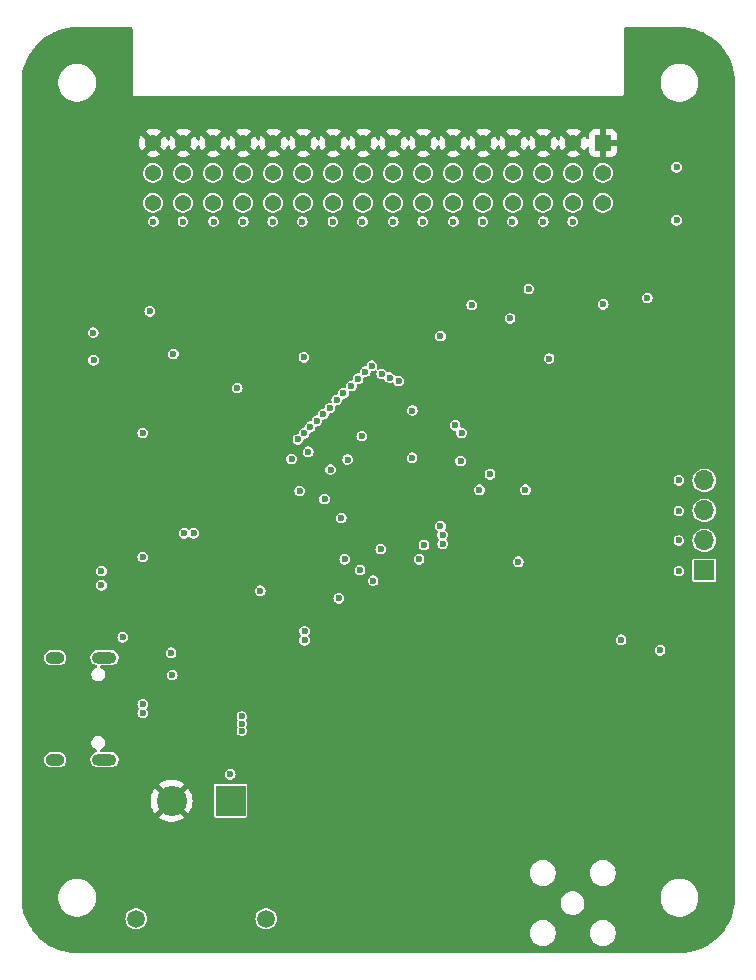
<source format=gbr>
G04 #@! TF.GenerationSoftware,KiCad,Pcbnew,8.0.4*
G04 #@! TF.CreationDate,2024-08-14T20:28:55-04:00*
G04 #@! TF.ProjectId,RP2350_80QFN_minimal,52503233-3530-45f3-9830-51464e5f6d69,REV3*
G04 #@! TF.SameCoordinates,Original*
G04 #@! TF.FileFunction,Copper,L3,Inr*
G04 #@! TF.FilePolarity,Positive*
%FSLAX46Y46*%
G04 Gerber Fmt 4.6, Leading zero omitted, Abs format (unit mm)*
G04 Created by KiCad (PCBNEW 8.0.4) date 2024-08-14 20:28:55*
%MOMM*%
%LPD*%
G01*
G04 APERTURE LIST*
G04 #@! TA.AperFunction,ComponentPad*
%ADD10R,1.700000X1.700000*%
G04 #@! TD*
G04 #@! TA.AperFunction,ComponentPad*
%ADD11O,1.700000X1.700000*%
G04 #@! TD*
G04 #@! TA.AperFunction,ComponentPad*
%ADD12C,1.508000*%
G04 #@! TD*
G04 #@! TA.AperFunction,ComponentPad*
%ADD13C,2.550000*%
G04 #@! TD*
G04 #@! TA.AperFunction,ComponentPad*
%ADD14R,2.550000X2.550000*%
G04 #@! TD*
G04 #@! TA.AperFunction,ComponentPad*
%ADD15C,0.600000*%
G04 #@! TD*
G04 #@! TA.AperFunction,ComponentPad*
%ADD16R,1.370000X1.370000*%
G04 #@! TD*
G04 #@! TA.AperFunction,ComponentPad*
%ADD17C,1.370000*%
G04 #@! TD*
G04 #@! TA.AperFunction,ComponentPad*
%ADD18O,2.100000X1.000000*%
G04 #@! TD*
G04 #@! TA.AperFunction,ComponentPad*
%ADD19O,1.600000X1.000000*%
G04 #@! TD*
G04 #@! TA.AperFunction,ViaPad*
%ADD20C,0.600000*%
G04 #@! TD*
G04 APERTURE END LIST*
D10*
X177040000Y-95140000D03*
D11*
X177040000Y-92600000D03*
X177040000Y-90060000D03*
X177040000Y-87520000D03*
D12*
X139940000Y-124634250D03*
X128940000Y-124634250D03*
D13*
X131940000Y-114634250D03*
D14*
X136940000Y-114634250D03*
D15*
X149454859Y-89882331D03*
X150256246Y-89080943D03*
X151057634Y-88279556D03*
X148653472Y-89080943D03*
X149454859Y-88279556D03*
X150256246Y-87478169D03*
X147852084Y-88279556D03*
X148653472Y-87478169D03*
X149454859Y-86676781D03*
D16*
X168480000Y-58940000D03*
D17*
X168480000Y-61480000D03*
X168480000Y-64020000D03*
X165940000Y-58940000D03*
X165940000Y-61480000D03*
X165940000Y-64020000D03*
X163400000Y-58940000D03*
X163400000Y-61480000D03*
X163400000Y-64020000D03*
X160860000Y-58940000D03*
X160860000Y-61480000D03*
X160860000Y-64020000D03*
X158320000Y-58940000D03*
X158320000Y-61480000D03*
X158320000Y-64020000D03*
X155780000Y-58940000D03*
X155780000Y-61480000D03*
X155780000Y-64020000D03*
X153240000Y-58940000D03*
X153240000Y-61480000D03*
X153240000Y-64020000D03*
X150700000Y-58940000D03*
X150700000Y-61480000D03*
X150700000Y-64020000D03*
X148160000Y-58940000D03*
X148160000Y-61480000D03*
X148160000Y-64020000D03*
X145620000Y-58940000D03*
X145620000Y-61480000D03*
X145620000Y-64020000D03*
X143080000Y-58940000D03*
X143080000Y-61480000D03*
X143080000Y-64020000D03*
X140540000Y-58940000D03*
X140540000Y-61480000D03*
X140540000Y-64020000D03*
X138000000Y-58940000D03*
X138000000Y-61480000D03*
X138000000Y-64020000D03*
X135460000Y-58940000D03*
X135460000Y-61480000D03*
X135460000Y-64020000D03*
X132920000Y-58940000D03*
X132920000Y-61480000D03*
X132920000Y-64020000D03*
X130380000Y-58940000D03*
X130380000Y-61480000D03*
X130380000Y-64020000D03*
D18*
X126260000Y-102520000D03*
D19*
X122080000Y-102520000D03*
D18*
X126260000Y-111160000D03*
D19*
X122080000Y-111160000D03*
D20*
X156700000Y-73200000D03*
X168480000Y-72607535D03*
X149000000Y-96000000D03*
X156412474Y-85874545D03*
X138000000Y-70000000D03*
X137000000Y-69000000D03*
X138000000Y-68000000D03*
X137000000Y-70000000D03*
X136000000Y-70000000D03*
X136000000Y-68000000D03*
X137000000Y-68000000D03*
X136000000Y-69000000D03*
X138000000Y-69000000D03*
X170000000Y-111000000D03*
X169000000Y-111000000D03*
X168000000Y-111000000D03*
X122200000Y-86300000D03*
X121200000Y-86300000D03*
X120200000Y-86300000D03*
X135000000Y-123000000D03*
X134000000Y-123000000D03*
X133000000Y-123000000D03*
X135000000Y-122000000D03*
X134000000Y-122000000D03*
X133000000Y-122000000D03*
X135000000Y-121000000D03*
X134000000Y-121000000D03*
X133000000Y-121000000D03*
X122200000Y-85300000D03*
X121200000Y-85300000D03*
X120200000Y-85300000D03*
X122200000Y-84300000D03*
X121200000Y-84300000D03*
X120200000Y-84300000D03*
X170000000Y-110000000D03*
X169000000Y-110000000D03*
X168000000Y-110000000D03*
X170000000Y-109000000D03*
X169000000Y-109000000D03*
X168000000Y-109000000D03*
X169000000Y-86000000D03*
X168000000Y-86000000D03*
X167000000Y-86000000D03*
X169000000Y-85000000D03*
X168000000Y-85000000D03*
X167000000Y-85000000D03*
X167000000Y-84000000D03*
X168000000Y-84000000D03*
X169000000Y-84000000D03*
X146600000Y-94200000D03*
X143200000Y-101050003D03*
X125340000Y-77340000D03*
X133000000Y-92000000D03*
X133800000Y-91994974D03*
X125304999Y-75000000D03*
X146100000Y-97500000D03*
X143200000Y-100300000D03*
X133600000Y-104000000D03*
X142800000Y-88400000D03*
X139441422Y-96858578D03*
X149648353Y-93327841D03*
X170000000Y-101000000D03*
X152900000Y-94200000D03*
X146300000Y-90700000D03*
X144900000Y-89100000D03*
X145400000Y-86600000D03*
X146850000Y-85750000D03*
X174700000Y-65500000D03*
X174700000Y-61000000D03*
X163900000Y-77200000D03*
X154700000Y-75300000D03*
X157365557Y-72665558D03*
X160600000Y-73800000D03*
X162200000Y-71300000D03*
X157941975Y-76636052D03*
X158000000Y-88300000D03*
X158900000Y-87000000D03*
X154500000Y-97100000D03*
X173300000Y-101900000D03*
X161300000Y-94400000D03*
X156793361Y-90850000D03*
X161900000Y-93800000D03*
X153313388Y-92986612D03*
X174900000Y-95200000D03*
X154910615Y-92877063D03*
X174900000Y-92600000D03*
X154881902Y-92127610D03*
X174900000Y-90100000D03*
X154700000Y-91400000D03*
X174900000Y-87500000D03*
X161900000Y-88300000D03*
X158154779Y-86523039D03*
X147900000Y-95100000D03*
X172206067Y-72057535D03*
X152300000Y-85600000D03*
X152320593Y-81600000D03*
X148046787Y-83760534D03*
X143150000Y-77100000D03*
X137500000Y-79700000D03*
X139000000Y-74100000D03*
X136200000Y-74000000D03*
X132100000Y-76800000D03*
X130100000Y-73200000D03*
X129500000Y-83500000D03*
X136000000Y-106500000D03*
X136000000Y-105300000D03*
X136000000Y-105900000D03*
X137900000Y-108700000D03*
X137900000Y-107500000D03*
X137900000Y-108100000D03*
X143508793Y-85091207D03*
X126000000Y-96400000D03*
X142100000Y-85700000D03*
X126000000Y-95200000D03*
X127800000Y-100800000D03*
X132000000Y-104000000D03*
X136900000Y-112400000D03*
X131900000Y-102100000D03*
X141812653Y-98312653D03*
X143200000Y-94700000D03*
X151173064Y-79100271D03*
X165900000Y-65600000D03*
X150426582Y-78812000D03*
X163400000Y-65600000D03*
X149742997Y-78503431D03*
X160800000Y-65600000D03*
X148900000Y-77800000D03*
X158300000Y-65600000D03*
X148344168Y-78303543D03*
X155800000Y-65600000D03*
X147724039Y-78900000D03*
X153200000Y-65600000D03*
X150700000Y-65600000D03*
X147174039Y-79508408D03*
X146485654Y-80131478D03*
X148100000Y-65600000D03*
X145935654Y-80693988D03*
X145600000Y-65600000D03*
X145350215Y-81399693D03*
X143000000Y-65600000D03*
X144787262Y-81900000D03*
X140500000Y-65600000D03*
X144237262Y-82468131D03*
X138000000Y-65600000D03*
X135500000Y-65600000D03*
X143678281Y-82968176D03*
X143178665Y-83527539D03*
X132900000Y-65600000D03*
X142642397Y-84051868D03*
X130400000Y-65600000D03*
X129500000Y-94000000D03*
X155947538Y-82847538D03*
X156500000Y-83500000D03*
X129500000Y-106465000D03*
X129500000Y-107215000D03*
G04 #@! TA.AperFunction,Conductor*
G36*
X128582539Y-49160185D02*
G01*
X128628294Y-49212989D01*
X128639500Y-49264500D01*
X128639500Y-54660438D01*
X128639500Y-54739562D01*
X128653152Y-54790513D01*
X128659979Y-54815990D01*
X128659982Y-54815995D01*
X128699535Y-54884504D01*
X128699539Y-54884509D01*
X128699540Y-54884511D01*
X128755489Y-54940460D01*
X128755491Y-54940461D01*
X128755495Y-54940464D01*
X128824004Y-54980017D01*
X128824011Y-54980021D01*
X128900438Y-55000500D01*
X128900440Y-55000500D01*
X169979560Y-55000500D01*
X169979562Y-55000500D01*
X170055989Y-54980021D01*
X170124511Y-54940460D01*
X170180460Y-54884511D01*
X170220021Y-54815989D01*
X170240500Y-54739562D01*
X170240500Y-53714038D01*
X173339500Y-53714038D01*
X173339500Y-53965961D01*
X173378910Y-54214785D01*
X173456760Y-54454383D01*
X173535413Y-54608747D01*
X173561751Y-54660438D01*
X173571132Y-54678848D01*
X173719201Y-54882649D01*
X173719205Y-54882654D01*
X173897345Y-55060794D01*
X173897350Y-55060798D01*
X174075117Y-55189952D01*
X174101155Y-55208870D01*
X174244184Y-55281747D01*
X174325616Y-55323239D01*
X174325618Y-55323239D01*
X174325621Y-55323241D01*
X174565215Y-55401090D01*
X174814038Y-55440500D01*
X174814039Y-55440500D01*
X175065961Y-55440500D01*
X175065962Y-55440500D01*
X175314785Y-55401090D01*
X175554379Y-55323241D01*
X175778845Y-55208870D01*
X175982656Y-55060793D01*
X176160793Y-54882656D01*
X176308870Y-54678845D01*
X176423241Y-54454379D01*
X176501090Y-54214785D01*
X176540500Y-53965962D01*
X176540500Y-53714038D01*
X176501090Y-53465215D01*
X176423241Y-53225621D01*
X176423239Y-53225618D01*
X176423239Y-53225616D01*
X176381747Y-53144184D01*
X176308870Y-53001155D01*
X176289952Y-52975117D01*
X176160798Y-52797350D01*
X176160794Y-52797345D01*
X175982654Y-52619205D01*
X175982649Y-52619201D01*
X175778848Y-52471132D01*
X175778847Y-52471131D01*
X175778845Y-52471130D01*
X175708747Y-52435413D01*
X175554383Y-52356760D01*
X175314785Y-52278910D01*
X175065962Y-52239500D01*
X174814038Y-52239500D01*
X174689626Y-52259205D01*
X174565214Y-52278910D01*
X174325616Y-52356760D01*
X174101151Y-52471132D01*
X173897350Y-52619201D01*
X173897345Y-52619205D01*
X173719205Y-52797345D01*
X173719201Y-52797350D01*
X173571132Y-53001151D01*
X173456760Y-53225616D01*
X173378910Y-53465214D01*
X173339500Y-53714038D01*
X170240500Y-53714038D01*
X170240500Y-49264500D01*
X170260185Y-49197461D01*
X170312989Y-49151706D01*
X170364500Y-49140500D01*
X174892405Y-49140500D01*
X174937294Y-49140500D01*
X174942702Y-49140617D01*
X175344202Y-49158147D01*
X175354937Y-49159087D01*
X175750693Y-49211189D01*
X175761331Y-49213064D01*
X176151043Y-49299462D01*
X176161483Y-49302260D01*
X176542168Y-49422289D01*
X176552315Y-49425982D01*
X176921102Y-49578739D01*
X176930893Y-49583305D01*
X177284942Y-49767611D01*
X177294310Y-49773019D01*
X177630959Y-49987488D01*
X177639820Y-49993693D01*
X177956487Y-50236680D01*
X177964774Y-50243634D01*
X178259056Y-50513294D01*
X178266705Y-50520943D01*
X178536365Y-50815225D01*
X178543319Y-50823512D01*
X178786306Y-51140179D01*
X178792511Y-51149040D01*
X179006980Y-51485689D01*
X179012388Y-51495057D01*
X179196691Y-51849099D01*
X179201263Y-51858903D01*
X179354013Y-52227674D01*
X179357713Y-52237840D01*
X179477738Y-52618512D01*
X179480538Y-52628960D01*
X179566933Y-53018660D01*
X179568811Y-53029314D01*
X179620910Y-53425042D01*
X179621853Y-53435818D01*
X179639382Y-53837297D01*
X179639500Y-53842706D01*
X179639500Y-122837293D01*
X179639382Y-122842702D01*
X179621853Y-123244181D01*
X179620910Y-123254957D01*
X179568811Y-123650685D01*
X179566933Y-123661339D01*
X179480538Y-124051039D01*
X179477738Y-124061487D01*
X179357713Y-124442159D01*
X179354013Y-124452325D01*
X179201263Y-124821096D01*
X179196691Y-124830900D01*
X179012388Y-125184942D01*
X179006980Y-125194310D01*
X178792511Y-125530959D01*
X178786306Y-125539820D01*
X178543319Y-125856487D01*
X178536365Y-125864774D01*
X178266705Y-126159056D01*
X178259056Y-126166705D01*
X177964774Y-126436365D01*
X177956487Y-126443319D01*
X177639820Y-126686306D01*
X177630959Y-126692511D01*
X177294310Y-126906980D01*
X177284942Y-126912388D01*
X176930900Y-127096691D01*
X176921096Y-127101263D01*
X176552325Y-127254013D01*
X176542159Y-127257713D01*
X176161487Y-127377738D01*
X176151039Y-127380538D01*
X175761339Y-127466933D01*
X175750685Y-127468811D01*
X175354958Y-127520910D01*
X175344181Y-127521853D01*
X174943428Y-127539349D01*
X174936974Y-127539463D01*
X170249769Y-127499908D01*
X170243907Y-127499500D01*
X170239562Y-127499500D01*
X170201821Y-127499500D01*
X170200776Y-127499496D01*
X170158608Y-127499140D01*
X170152748Y-127499500D01*
X161647648Y-127499500D01*
X161646875Y-127499449D01*
X161599756Y-127499499D01*
X161599700Y-127499500D01*
X161553024Y-127499500D01*
X161552255Y-127499549D01*
X123942761Y-127539496D01*
X123937220Y-127539378D01*
X123535817Y-127521853D01*
X123525043Y-127520910D01*
X123456419Y-127511875D01*
X123129314Y-127468811D01*
X123118660Y-127466933D01*
X122728960Y-127380538D01*
X122718512Y-127377738D01*
X122337840Y-127257713D01*
X122327674Y-127254013D01*
X121958903Y-127101263D01*
X121949099Y-127096691D01*
X121595057Y-126912388D01*
X121585689Y-126906980D01*
X121249040Y-126692511D01*
X121240179Y-126686306D01*
X120923512Y-126443319D01*
X120915225Y-126436365D01*
X120620943Y-126166705D01*
X120613294Y-126159056D01*
X120343634Y-125864774D01*
X120336680Y-125856487D01*
X120257570Y-125753389D01*
X162259500Y-125753389D01*
X162259500Y-125926611D01*
X162286598Y-126097701D01*
X162340127Y-126262445D01*
X162418768Y-126416788D01*
X162520586Y-126556928D01*
X162643072Y-126679414D01*
X162783212Y-126781232D01*
X162937555Y-126859873D01*
X163102299Y-126913402D01*
X163273389Y-126940500D01*
X163273390Y-126940500D01*
X163446610Y-126940500D01*
X163446611Y-126940500D01*
X163617701Y-126913402D01*
X163782445Y-126859873D01*
X163936788Y-126781232D01*
X164076928Y-126679414D01*
X164199414Y-126556928D01*
X164301232Y-126416788D01*
X164379873Y-126262445D01*
X164433402Y-126097701D01*
X164460500Y-125926611D01*
X164460500Y-125753389D01*
X167339500Y-125753389D01*
X167339500Y-125926611D01*
X167366598Y-126097701D01*
X167420127Y-126262445D01*
X167498768Y-126416788D01*
X167600586Y-126556928D01*
X167723072Y-126679414D01*
X167863212Y-126781232D01*
X168017555Y-126859873D01*
X168182299Y-126913402D01*
X168353389Y-126940500D01*
X168353390Y-126940500D01*
X168526610Y-126940500D01*
X168526611Y-126940500D01*
X168697701Y-126913402D01*
X168862445Y-126859873D01*
X169016788Y-126781232D01*
X169156928Y-126679414D01*
X169279414Y-126556928D01*
X169381232Y-126416788D01*
X169459873Y-126262445D01*
X169513402Y-126097701D01*
X169540500Y-125926611D01*
X169540500Y-125753389D01*
X169513402Y-125582299D01*
X169459873Y-125417555D01*
X169381232Y-125263212D01*
X169279414Y-125123072D01*
X169156928Y-125000586D01*
X169016788Y-124898768D01*
X168862445Y-124820127D01*
X168697701Y-124766598D01*
X168697699Y-124766597D01*
X168697698Y-124766597D01*
X168566271Y-124745781D01*
X168526611Y-124739500D01*
X168353389Y-124739500D01*
X168313728Y-124745781D01*
X168182302Y-124766597D01*
X168017552Y-124820128D01*
X167863211Y-124898768D01*
X167783256Y-124956859D01*
X167723072Y-125000586D01*
X167723070Y-125000588D01*
X167723069Y-125000588D01*
X167600588Y-125123069D01*
X167600588Y-125123070D01*
X167600586Y-125123072D01*
X167567342Y-125168828D01*
X167498768Y-125263211D01*
X167420128Y-125417552D01*
X167366597Y-125582302D01*
X167339500Y-125753389D01*
X164460500Y-125753389D01*
X164433402Y-125582299D01*
X164379873Y-125417555D01*
X164301232Y-125263212D01*
X164199414Y-125123072D01*
X164076928Y-125000586D01*
X163936788Y-124898768D01*
X163782445Y-124820127D01*
X163617701Y-124766598D01*
X163617699Y-124766597D01*
X163617698Y-124766597D01*
X163486271Y-124745781D01*
X163446611Y-124739500D01*
X163273389Y-124739500D01*
X163233728Y-124745781D01*
X163102302Y-124766597D01*
X162937552Y-124820128D01*
X162783211Y-124898768D01*
X162703256Y-124956859D01*
X162643072Y-125000586D01*
X162643070Y-125000588D01*
X162643069Y-125000588D01*
X162520588Y-125123069D01*
X162520588Y-125123070D01*
X162520586Y-125123072D01*
X162487342Y-125168828D01*
X162418768Y-125263211D01*
X162340128Y-125417552D01*
X162286597Y-125582302D01*
X162259500Y-125753389D01*
X120257570Y-125753389D01*
X120093693Y-125539820D01*
X120087488Y-125530959D01*
X119873019Y-125194310D01*
X119867611Y-125184942D01*
X119859223Y-125168828D01*
X119683305Y-124830893D01*
X119678736Y-124821096D01*
X119678335Y-124820127D01*
X119601342Y-124634250D01*
X128030518Y-124634250D01*
X128050392Y-124823342D01*
X128050393Y-124823345D01*
X128109144Y-125004163D01*
X128109147Y-125004170D01*
X128204214Y-125168830D01*
X128331438Y-125310127D01*
X128485259Y-125421885D01*
X128658955Y-125499219D01*
X128844933Y-125538750D01*
X129035067Y-125538750D01*
X129221045Y-125499219D01*
X129394741Y-125421885D01*
X129548562Y-125310127D01*
X129675786Y-125168830D01*
X129770853Y-125004170D01*
X129829608Y-124823342D01*
X129849482Y-124634250D01*
X139030518Y-124634250D01*
X139050392Y-124823342D01*
X139050393Y-124823345D01*
X139109144Y-125004163D01*
X139109147Y-125004170D01*
X139204214Y-125168830D01*
X139331438Y-125310127D01*
X139485259Y-125421885D01*
X139658955Y-125499219D01*
X139844933Y-125538750D01*
X140035067Y-125538750D01*
X140221045Y-125499219D01*
X140394741Y-125421885D01*
X140548562Y-125310127D01*
X140675786Y-125168830D01*
X140770853Y-125004170D01*
X140829608Y-124823342D01*
X140849482Y-124634250D01*
X140829608Y-124445158D01*
X140770853Y-124264330D01*
X140675786Y-124099670D01*
X140548562Y-123958373D01*
X140394741Y-123846615D01*
X140221045Y-123769281D01*
X140221043Y-123769280D01*
X140035067Y-123729750D01*
X139844933Y-123729750D01*
X139658957Y-123769280D01*
X139485257Y-123846616D01*
X139331436Y-123958374D01*
X139204213Y-124099671D01*
X139109147Y-124264329D01*
X139109144Y-124264336D01*
X139051905Y-124440500D01*
X139050392Y-124445158D01*
X139030518Y-124634250D01*
X129849482Y-124634250D01*
X129829608Y-124445158D01*
X129770853Y-124264330D01*
X129675786Y-124099670D01*
X129548562Y-123958373D01*
X129394741Y-123846615D01*
X129221045Y-123769281D01*
X129221043Y-123769280D01*
X129035067Y-123729750D01*
X128844933Y-123729750D01*
X128658957Y-123769280D01*
X128485257Y-123846616D01*
X128331436Y-123958374D01*
X128204213Y-124099671D01*
X128109147Y-124264329D01*
X128109144Y-124264336D01*
X128051905Y-124440500D01*
X128050392Y-124445158D01*
X128030518Y-124634250D01*
X119601342Y-124634250D01*
X119525982Y-124452315D01*
X119522286Y-124442159D01*
X119484791Y-124323241D01*
X119402260Y-124061483D01*
X119399461Y-124051039D01*
X119378918Y-123958374D01*
X119313064Y-123661331D01*
X119311188Y-123650685D01*
X119303441Y-123591839D01*
X119259087Y-123254937D01*
X119258147Y-123244202D01*
X119240618Y-122842702D01*
X119240500Y-122837293D01*
X119240500Y-122714038D01*
X122339500Y-122714038D01*
X122339500Y-122965961D01*
X122378910Y-123214785D01*
X122456760Y-123454383D01*
X122478064Y-123496193D01*
X122562210Y-123661339D01*
X122571132Y-123678848D01*
X122719201Y-123882649D01*
X122719205Y-123882654D01*
X122897345Y-124060794D01*
X122897350Y-124060798D01*
X123070541Y-124186628D01*
X123101155Y-124208870D01*
X123244184Y-124281747D01*
X123325616Y-124323239D01*
X123325618Y-124323239D01*
X123325621Y-124323241D01*
X123565215Y-124401090D01*
X123814038Y-124440500D01*
X123814039Y-124440500D01*
X124065961Y-124440500D01*
X124065962Y-124440500D01*
X124314785Y-124401090D01*
X124554379Y-124323241D01*
X124778845Y-124208870D01*
X124982656Y-124060793D01*
X125160793Y-123882656D01*
X125308870Y-123678845D01*
X125423241Y-123454379D01*
X125441383Y-123398543D01*
X164899499Y-123398543D01*
X164937947Y-123591829D01*
X164937950Y-123591839D01*
X165013364Y-123773907D01*
X165013371Y-123773920D01*
X165122860Y-123937781D01*
X165122863Y-123937785D01*
X165262214Y-124077136D01*
X165262218Y-124077139D01*
X165426079Y-124186628D01*
X165426092Y-124186635D01*
X165608160Y-124262049D01*
X165608165Y-124262051D01*
X165608169Y-124262051D01*
X165608170Y-124262052D01*
X165801456Y-124300500D01*
X165801459Y-124300500D01*
X165998543Y-124300500D01*
X166128582Y-124274632D01*
X166191835Y-124262051D01*
X166373914Y-124186632D01*
X166537782Y-124077139D01*
X166677139Y-123937782D01*
X166786632Y-123773914D01*
X166788552Y-123769280D01*
X166826009Y-123678848D01*
X166862051Y-123591835D01*
X166900500Y-123398541D01*
X166900500Y-123201459D01*
X166900500Y-123201456D01*
X166862052Y-123008170D01*
X166862051Y-123008169D01*
X166862051Y-123008165D01*
X166793515Y-122842702D01*
X166786635Y-122826092D01*
X166786628Y-122826079D01*
X166711764Y-122714038D01*
X173339500Y-122714038D01*
X173339500Y-122965961D01*
X173378910Y-123214785D01*
X173456760Y-123454383D01*
X173478064Y-123496193D01*
X173562210Y-123661339D01*
X173571132Y-123678848D01*
X173719201Y-123882649D01*
X173719205Y-123882654D01*
X173897345Y-124060794D01*
X173897350Y-124060798D01*
X174070541Y-124186628D01*
X174101155Y-124208870D01*
X174244184Y-124281747D01*
X174325616Y-124323239D01*
X174325618Y-124323239D01*
X174325621Y-124323241D01*
X174565215Y-124401090D01*
X174814038Y-124440500D01*
X174814039Y-124440500D01*
X175065961Y-124440500D01*
X175065962Y-124440500D01*
X175314785Y-124401090D01*
X175554379Y-124323241D01*
X175778845Y-124208870D01*
X175982656Y-124060793D01*
X176160793Y-123882656D01*
X176308870Y-123678845D01*
X176423241Y-123454379D01*
X176501090Y-123214785D01*
X176540500Y-122965962D01*
X176540500Y-122714038D01*
X176501090Y-122465215D01*
X176423241Y-122225621D01*
X176423239Y-122225618D01*
X176423239Y-122225616D01*
X176381747Y-122144184D01*
X176308870Y-122001155D01*
X176289952Y-121975117D01*
X176160798Y-121797350D01*
X176160794Y-121797345D01*
X175982654Y-121619205D01*
X175982649Y-121619201D01*
X175778848Y-121471132D01*
X175778847Y-121471131D01*
X175778845Y-121471130D01*
X175708747Y-121435413D01*
X175554383Y-121356760D01*
X175314785Y-121278910D01*
X175065962Y-121239500D01*
X174814038Y-121239500D01*
X174689626Y-121259205D01*
X174565214Y-121278910D01*
X174325616Y-121356760D01*
X174101151Y-121471132D01*
X173897350Y-121619201D01*
X173897345Y-121619205D01*
X173719205Y-121797345D01*
X173719201Y-121797350D01*
X173571132Y-122001151D01*
X173456760Y-122225616D01*
X173378910Y-122465214D01*
X173339500Y-122714038D01*
X166711764Y-122714038D01*
X166677139Y-122662218D01*
X166677136Y-122662214D01*
X166537785Y-122522863D01*
X166537781Y-122522860D01*
X166373920Y-122413371D01*
X166373907Y-122413364D01*
X166191839Y-122337950D01*
X166191829Y-122337947D01*
X165998543Y-122299500D01*
X165998541Y-122299500D01*
X165801459Y-122299500D01*
X165801457Y-122299500D01*
X165608170Y-122337947D01*
X165608160Y-122337950D01*
X165426092Y-122413364D01*
X165426079Y-122413371D01*
X165262218Y-122522860D01*
X165262214Y-122522863D01*
X165122863Y-122662214D01*
X165122860Y-122662218D01*
X165013371Y-122826079D01*
X165013364Y-122826092D01*
X164937950Y-123008160D01*
X164937947Y-123008170D01*
X164899500Y-123201456D01*
X164899500Y-123201459D01*
X164899500Y-123398541D01*
X164899500Y-123398543D01*
X164899499Y-123398543D01*
X125441383Y-123398543D01*
X125501090Y-123214785D01*
X125540500Y-122965962D01*
X125540500Y-122714038D01*
X125501090Y-122465215D01*
X125423241Y-122225621D01*
X125423239Y-122225618D01*
X125423239Y-122225616D01*
X125381747Y-122144184D01*
X125308870Y-122001155D01*
X125289952Y-121975117D01*
X125160798Y-121797350D01*
X125160794Y-121797345D01*
X124982654Y-121619205D01*
X124982649Y-121619201D01*
X124778848Y-121471132D01*
X124778847Y-121471131D01*
X124778845Y-121471130D01*
X124708747Y-121435413D01*
X124554383Y-121356760D01*
X124314785Y-121278910D01*
X124065962Y-121239500D01*
X123814038Y-121239500D01*
X123689626Y-121259205D01*
X123565214Y-121278910D01*
X123325616Y-121356760D01*
X123101151Y-121471132D01*
X122897350Y-121619201D01*
X122897345Y-121619205D01*
X122719205Y-121797345D01*
X122719201Y-121797350D01*
X122571132Y-122001151D01*
X122456760Y-122225616D01*
X122378910Y-122465214D01*
X122339500Y-122714038D01*
X119240500Y-122714038D01*
X119240500Y-120673389D01*
X162259500Y-120673389D01*
X162259500Y-120846611D01*
X162286598Y-121017701D01*
X162340127Y-121182445D01*
X162418768Y-121336788D01*
X162520586Y-121476928D01*
X162643072Y-121599414D01*
X162783212Y-121701232D01*
X162937555Y-121779873D01*
X163102299Y-121833402D01*
X163273389Y-121860500D01*
X163273390Y-121860500D01*
X163446610Y-121860500D01*
X163446611Y-121860500D01*
X163617701Y-121833402D01*
X163782445Y-121779873D01*
X163936788Y-121701232D01*
X164076928Y-121599414D01*
X164199414Y-121476928D01*
X164301232Y-121336788D01*
X164379873Y-121182445D01*
X164433402Y-121017701D01*
X164460500Y-120846611D01*
X164460500Y-120673389D01*
X167339500Y-120673389D01*
X167339500Y-120846611D01*
X167366598Y-121017701D01*
X167420127Y-121182445D01*
X167498768Y-121336788D01*
X167600586Y-121476928D01*
X167723072Y-121599414D01*
X167863212Y-121701232D01*
X168017555Y-121779873D01*
X168182299Y-121833402D01*
X168353389Y-121860500D01*
X168353390Y-121860500D01*
X168526610Y-121860500D01*
X168526611Y-121860500D01*
X168697701Y-121833402D01*
X168862445Y-121779873D01*
X169016788Y-121701232D01*
X169156928Y-121599414D01*
X169279414Y-121476928D01*
X169381232Y-121336788D01*
X169459873Y-121182445D01*
X169513402Y-121017701D01*
X169540500Y-120846611D01*
X169540500Y-120673389D01*
X169513402Y-120502299D01*
X169459873Y-120337555D01*
X169381232Y-120183212D01*
X169279414Y-120043072D01*
X169156928Y-119920586D01*
X169016788Y-119818768D01*
X168862445Y-119740127D01*
X168697701Y-119686598D01*
X168697699Y-119686597D01*
X168697698Y-119686597D01*
X168566271Y-119665781D01*
X168526611Y-119659500D01*
X168353389Y-119659500D01*
X168313728Y-119665781D01*
X168182302Y-119686597D01*
X168017552Y-119740128D01*
X167863211Y-119818768D01*
X167783256Y-119876859D01*
X167723072Y-119920586D01*
X167723070Y-119920588D01*
X167723069Y-119920588D01*
X167600588Y-120043069D01*
X167600588Y-120043070D01*
X167600586Y-120043072D01*
X167556859Y-120103256D01*
X167498768Y-120183211D01*
X167420128Y-120337552D01*
X167366597Y-120502302D01*
X167339500Y-120673389D01*
X164460500Y-120673389D01*
X164433402Y-120502299D01*
X164379873Y-120337555D01*
X164301232Y-120183212D01*
X164199414Y-120043072D01*
X164076928Y-119920586D01*
X163936788Y-119818768D01*
X163782445Y-119740127D01*
X163617701Y-119686598D01*
X163617699Y-119686597D01*
X163617698Y-119686597D01*
X163486271Y-119665781D01*
X163446611Y-119659500D01*
X163273389Y-119659500D01*
X163233728Y-119665781D01*
X163102302Y-119686597D01*
X162937552Y-119740128D01*
X162783211Y-119818768D01*
X162703256Y-119876859D01*
X162643072Y-119920586D01*
X162643070Y-119920588D01*
X162643069Y-119920588D01*
X162520588Y-120043069D01*
X162520588Y-120043070D01*
X162520586Y-120043072D01*
X162476859Y-120103256D01*
X162418768Y-120183211D01*
X162340128Y-120337552D01*
X162286597Y-120502302D01*
X162259500Y-120673389D01*
X119240500Y-120673389D01*
X119240500Y-114634245D01*
X130160023Y-114634245D01*
X130160023Y-114634254D01*
X130179903Y-114899540D01*
X130179903Y-114899542D01*
X130239098Y-115158893D01*
X130239104Y-115158912D01*
X130336296Y-115406553D01*
X130469316Y-115636950D01*
X130520083Y-115700611D01*
X130520084Y-115700611D01*
X131185884Y-115034810D01*
X131186740Y-115036876D01*
X131279762Y-115176094D01*
X131398156Y-115294488D01*
X131537374Y-115387510D01*
X131539437Y-115388364D01*
X130872840Y-116054961D01*
X131050011Y-116175754D01*
X131050015Y-116175756D01*
X131289695Y-116291181D01*
X131289699Y-116291182D01*
X131543909Y-116369596D01*
X131543915Y-116369597D01*
X131806976Y-116409249D01*
X131806983Y-116409250D01*
X132073017Y-116409250D01*
X132073023Y-116409249D01*
X132336084Y-116369597D01*
X132336090Y-116369596D01*
X132590299Y-116291183D01*
X132829992Y-116175753D01*
X133007158Y-116054961D01*
X132876269Y-115924072D01*
X135514499Y-115924072D01*
X135523231Y-115967967D01*
X135523232Y-115967971D01*
X135523233Y-115967972D01*
X135556496Y-116017754D01*
X135606278Y-116051017D01*
X135606281Y-116051017D01*
X135606282Y-116051018D01*
X135650177Y-116059750D01*
X135650180Y-116059750D01*
X138229822Y-116059750D01*
X138273717Y-116051018D01*
X138273717Y-116051017D01*
X138273722Y-116051017D01*
X138323504Y-116017754D01*
X138356767Y-115967972D01*
X138365500Y-115924070D01*
X138365500Y-113344430D01*
X138365500Y-113344427D01*
X138356768Y-113300532D01*
X138356767Y-113300531D01*
X138356767Y-113300528D01*
X138323504Y-113250746D01*
X138323503Y-113250745D01*
X138273724Y-113217484D01*
X138273717Y-113217481D01*
X138229822Y-113208750D01*
X138229820Y-113208750D01*
X135650180Y-113208750D01*
X135650178Y-113208750D01*
X135606282Y-113217481D01*
X135606275Y-113217484D01*
X135556496Y-113250745D01*
X135556495Y-113250746D01*
X135523234Y-113300525D01*
X135523231Y-113300532D01*
X135514500Y-113344427D01*
X135514500Y-113344430D01*
X135514500Y-115924070D01*
X135514500Y-115924072D01*
X135514499Y-115924072D01*
X132876269Y-115924072D01*
X132340562Y-115388364D01*
X132342626Y-115387510D01*
X132481844Y-115294488D01*
X132600238Y-115176094D01*
X132693260Y-115036876D01*
X132694114Y-115034811D01*
X133359914Y-115700611D01*
X133359915Y-115700610D01*
X133410679Y-115636956D01*
X133410686Y-115636945D01*
X133543703Y-115406553D01*
X133640895Y-115158912D01*
X133640901Y-115158893D01*
X133700096Y-114899542D01*
X133700096Y-114899540D01*
X133719977Y-114634254D01*
X133719977Y-114634245D01*
X133700096Y-114368959D01*
X133700096Y-114368957D01*
X133640901Y-114109606D01*
X133640895Y-114109587D01*
X133543703Y-113861946D01*
X133410683Y-113631549D01*
X133359915Y-113567887D01*
X132694114Y-114233687D01*
X132693260Y-114231624D01*
X132600238Y-114092406D01*
X132481844Y-113974012D01*
X132342626Y-113880990D01*
X132340561Y-113880134D01*
X133007158Y-113213537D01*
X132829984Y-113092742D01*
X132590299Y-112977316D01*
X132336090Y-112898903D01*
X132336084Y-112898902D01*
X132073023Y-112859250D01*
X131806976Y-112859250D01*
X131543915Y-112898902D01*
X131543909Y-112898903D01*
X131289699Y-112977317D01*
X131289695Y-112977318D01*
X131050015Y-113092743D01*
X131050011Y-113092745D01*
X130872840Y-113213537D01*
X131539438Y-113880134D01*
X131537374Y-113880990D01*
X131398156Y-113974012D01*
X131279762Y-114092406D01*
X131186740Y-114231624D01*
X131185884Y-114233688D01*
X130520084Y-113567888D01*
X130469314Y-113631552D01*
X130336296Y-113861946D01*
X130239104Y-114109587D01*
X130239098Y-114109606D01*
X130179903Y-114368957D01*
X130179903Y-114368959D01*
X130160023Y-114634245D01*
X119240500Y-114634245D01*
X119240500Y-112400000D01*
X136444867Y-112400000D01*
X136463302Y-112528225D01*
X136517117Y-112646061D01*
X136517118Y-112646063D01*
X136601951Y-112743967D01*
X136710931Y-112814004D01*
X136835225Y-112850499D01*
X136835227Y-112850500D01*
X136835228Y-112850500D01*
X136964773Y-112850500D01*
X136964773Y-112850499D01*
X137089069Y-112814004D01*
X137198049Y-112743967D01*
X137282882Y-112646063D01*
X137336697Y-112528226D01*
X137355133Y-112400000D01*
X137336697Y-112271774D01*
X137282882Y-112153937D01*
X137198049Y-112056033D01*
X137089069Y-111985996D01*
X137089065Y-111985994D01*
X137089064Y-111985994D01*
X136964774Y-111949500D01*
X136964772Y-111949500D01*
X136835228Y-111949500D01*
X136835226Y-111949500D01*
X136710935Y-111985994D01*
X136710932Y-111985995D01*
X136710931Y-111985996D01*
X136659677Y-112018934D01*
X136601950Y-112056033D01*
X136517118Y-112153937D01*
X136517117Y-112153938D01*
X136463302Y-112271774D01*
X136444867Y-112400000D01*
X119240500Y-112400000D01*
X119240500Y-111224071D01*
X121129499Y-111224071D01*
X121154497Y-111349738D01*
X121154499Y-111349744D01*
X121203533Y-111468124D01*
X121203538Y-111468133D01*
X121274723Y-111574668D01*
X121274726Y-111574672D01*
X121365327Y-111665273D01*
X121365331Y-111665276D01*
X121471866Y-111736461D01*
X121471872Y-111736464D01*
X121471873Y-111736465D01*
X121590256Y-111785501D01*
X121590260Y-111785501D01*
X121590261Y-111785502D01*
X121715928Y-111810500D01*
X121715931Y-111810500D01*
X122444071Y-111810500D01*
X122528615Y-111793682D01*
X122569744Y-111785501D01*
X122688127Y-111736465D01*
X122794669Y-111665276D01*
X122885276Y-111574669D01*
X122956465Y-111468127D01*
X123005501Y-111349744D01*
X123030500Y-111224071D01*
X125059499Y-111224071D01*
X125084497Y-111349738D01*
X125084499Y-111349744D01*
X125133533Y-111468124D01*
X125133538Y-111468133D01*
X125204723Y-111574668D01*
X125204726Y-111574672D01*
X125295327Y-111665273D01*
X125295331Y-111665276D01*
X125401866Y-111736461D01*
X125401872Y-111736464D01*
X125401873Y-111736465D01*
X125520256Y-111785501D01*
X125520260Y-111785501D01*
X125520261Y-111785502D01*
X125645928Y-111810500D01*
X125645931Y-111810500D01*
X126874071Y-111810500D01*
X126958615Y-111793682D01*
X126999744Y-111785501D01*
X127118127Y-111736465D01*
X127224669Y-111665276D01*
X127315276Y-111574669D01*
X127386465Y-111468127D01*
X127435501Y-111349744D01*
X127460500Y-111224069D01*
X127460500Y-111095931D01*
X127460500Y-111095928D01*
X127435502Y-110970261D01*
X127435501Y-110970260D01*
X127435501Y-110970256D01*
X127386465Y-110851873D01*
X127386464Y-110851872D01*
X127386461Y-110851866D01*
X127315276Y-110745331D01*
X127315273Y-110745327D01*
X127224672Y-110654726D01*
X127224668Y-110654723D01*
X127118133Y-110583538D01*
X127118124Y-110583533D01*
X126999744Y-110534499D01*
X126999738Y-110534497D01*
X126874071Y-110509500D01*
X126874069Y-110509500D01*
X125986302Y-110509500D01*
X125919263Y-110489815D01*
X125873508Y-110437011D01*
X125863564Y-110367853D01*
X125892589Y-110304297D01*
X125945109Y-110270544D01*
X125944631Y-110269389D01*
X125951033Y-110266737D01*
X125951367Y-110266523D01*
X125951938Y-110266362D01*
X125952132Y-110266281D01*
X125952135Y-110266281D01*
X126083365Y-110190515D01*
X126190515Y-110083365D01*
X126266281Y-109952135D01*
X126305500Y-109805766D01*
X126305500Y-109654234D01*
X126266281Y-109507865D01*
X126190515Y-109376635D01*
X126083365Y-109269485D01*
X126017750Y-109231602D01*
X125952136Y-109193719D01*
X125878950Y-109174109D01*
X125805766Y-109154500D01*
X125654234Y-109154500D01*
X125507863Y-109193719D01*
X125376635Y-109269485D01*
X125376632Y-109269487D01*
X125269487Y-109376632D01*
X125269485Y-109376635D01*
X125193719Y-109507863D01*
X125154500Y-109654234D01*
X125154500Y-109805765D01*
X125193719Y-109952136D01*
X125231602Y-110017750D01*
X125269485Y-110083365D01*
X125376635Y-110190515D01*
X125507865Y-110266281D01*
X125573971Y-110283994D01*
X125633630Y-110320358D01*
X125664160Y-110383204D01*
X125655866Y-110452580D01*
X125611381Y-110506458D01*
X125566070Y-110525385D01*
X125520260Y-110534497D01*
X125520255Y-110534499D01*
X125401875Y-110583533D01*
X125401866Y-110583538D01*
X125295331Y-110654723D01*
X125295327Y-110654726D01*
X125204726Y-110745327D01*
X125204723Y-110745331D01*
X125133538Y-110851866D01*
X125133533Y-110851875D01*
X125084499Y-110970255D01*
X125084497Y-110970261D01*
X125059500Y-111095928D01*
X125059500Y-111095931D01*
X125059500Y-111224069D01*
X125059500Y-111224071D01*
X125059499Y-111224071D01*
X123030500Y-111224071D01*
X123030500Y-111224069D01*
X123030500Y-111095931D01*
X123030500Y-111095928D01*
X123005502Y-110970261D01*
X123005501Y-110970260D01*
X123005501Y-110970256D01*
X122956465Y-110851873D01*
X122956464Y-110851872D01*
X122956461Y-110851866D01*
X122885276Y-110745331D01*
X122885273Y-110745327D01*
X122794672Y-110654726D01*
X122794668Y-110654723D01*
X122688133Y-110583538D01*
X122688124Y-110583533D01*
X122569744Y-110534499D01*
X122569738Y-110534497D01*
X122444071Y-110509500D01*
X122444069Y-110509500D01*
X121715931Y-110509500D01*
X121715929Y-110509500D01*
X121590261Y-110534497D01*
X121590255Y-110534499D01*
X121471875Y-110583533D01*
X121471866Y-110583538D01*
X121365331Y-110654723D01*
X121365327Y-110654726D01*
X121274726Y-110745327D01*
X121274723Y-110745331D01*
X121203538Y-110851866D01*
X121203533Y-110851875D01*
X121154499Y-110970255D01*
X121154497Y-110970261D01*
X121129500Y-111095928D01*
X121129500Y-111095931D01*
X121129500Y-111224069D01*
X121129500Y-111224071D01*
X121129499Y-111224071D01*
X119240500Y-111224071D01*
X119240500Y-106465000D01*
X129044867Y-106465000D01*
X129063302Y-106593225D01*
X129117117Y-106711061D01*
X129117118Y-106711063D01*
X129158479Y-106758797D01*
X129158480Y-106758798D01*
X129187504Y-106822354D01*
X129177560Y-106891513D01*
X129158480Y-106921202D01*
X129117118Y-106968937D01*
X129117117Y-106968938D01*
X129063302Y-107086774D01*
X129044867Y-107215000D01*
X129063302Y-107343225D01*
X129117117Y-107461061D01*
X129117118Y-107461063D01*
X129201951Y-107558967D01*
X129310931Y-107629004D01*
X129435225Y-107665499D01*
X129435227Y-107665500D01*
X129435228Y-107665500D01*
X129564773Y-107665500D01*
X129564773Y-107665499D01*
X129689069Y-107629004D01*
X129798049Y-107558967D01*
X129849143Y-107500000D01*
X137444867Y-107500000D01*
X137463302Y-107628225D01*
X137518225Y-107748488D01*
X137528169Y-107817647D01*
X137518225Y-107851512D01*
X137463302Y-107971774D01*
X137444867Y-108100000D01*
X137463302Y-108228225D01*
X137518225Y-108348488D01*
X137528169Y-108417647D01*
X137518225Y-108451512D01*
X137463302Y-108571774D01*
X137444867Y-108700000D01*
X137463302Y-108828225D01*
X137517117Y-108946061D01*
X137517118Y-108946063D01*
X137601951Y-109043967D01*
X137710931Y-109114004D01*
X137835225Y-109150499D01*
X137835227Y-109150500D01*
X137835228Y-109150500D01*
X137964773Y-109150500D01*
X137964773Y-109150499D01*
X138089069Y-109114004D01*
X138198049Y-109043967D01*
X138282882Y-108946063D01*
X138336697Y-108828226D01*
X138355133Y-108700000D01*
X138336697Y-108571774D01*
X138282882Y-108453937D01*
X138282880Y-108453935D01*
X138281774Y-108451512D01*
X138271830Y-108382354D01*
X138281774Y-108348488D01*
X138282880Y-108346064D01*
X138282882Y-108346063D01*
X138336697Y-108228226D01*
X138355133Y-108100000D01*
X138336697Y-107971774D01*
X138282882Y-107853937D01*
X138282880Y-107853935D01*
X138281774Y-107851512D01*
X138271830Y-107782354D01*
X138281774Y-107748488D01*
X138282880Y-107746064D01*
X138282882Y-107746063D01*
X138336697Y-107628226D01*
X138355133Y-107500000D01*
X138336697Y-107371774D01*
X138282882Y-107253937D01*
X138198049Y-107156033D01*
X138089069Y-107085996D01*
X138089065Y-107085994D01*
X138089064Y-107085994D01*
X137964774Y-107049500D01*
X137964772Y-107049500D01*
X137835228Y-107049500D01*
X137835226Y-107049500D01*
X137710935Y-107085994D01*
X137710932Y-107085995D01*
X137710931Y-107085996D01*
X137659677Y-107118934D01*
X137601950Y-107156033D01*
X137517118Y-107253937D01*
X137517117Y-107253938D01*
X137463302Y-107371774D01*
X137444867Y-107500000D01*
X129849143Y-107500000D01*
X129882882Y-107461063D01*
X129936697Y-107343226D01*
X129955133Y-107215000D01*
X129936697Y-107086774D01*
X129882882Y-106968937D01*
X129841519Y-106921200D01*
X129812495Y-106857647D01*
X129822439Y-106788489D01*
X129841517Y-106758800D01*
X129882882Y-106711063D01*
X129936697Y-106593226D01*
X129955133Y-106465000D01*
X129936697Y-106336774D01*
X129882882Y-106218937D01*
X129798049Y-106121033D01*
X129689069Y-106050996D01*
X129689065Y-106050994D01*
X129689064Y-106050994D01*
X129564774Y-106014500D01*
X129564772Y-106014500D01*
X129435228Y-106014500D01*
X129435226Y-106014500D01*
X129310935Y-106050994D01*
X129310932Y-106050995D01*
X129310931Y-106050996D01*
X129259677Y-106083934D01*
X129201950Y-106121033D01*
X129117118Y-106218937D01*
X129117117Y-106218938D01*
X129063302Y-106336774D01*
X129044867Y-106465000D01*
X119240500Y-106465000D01*
X119240500Y-102584071D01*
X121129499Y-102584071D01*
X121154497Y-102709738D01*
X121154499Y-102709744D01*
X121203533Y-102828124D01*
X121203538Y-102828133D01*
X121274723Y-102934668D01*
X121274726Y-102934672D01*
X121365327Y-103025273D01*
X121365331Y-103025276D01*
X121471866Y-103096461D01*
X121471872Y-103096464D01*
X121471873Y-103096465D01*
X121590256Y-103145501D01*
X121590260Y-103145501D01*
X121590261Y-103145502D01*
X121715928Y-103170500D01*
X121715931Y-103170500D01*
X122444071Y-103170500D01*
X122528615Y-103153682D01*
X122569744Y-103145501D01*
X122688127Y-103096465D01*
X122794669Y-103025276D01*
X122885276Y-102934669D01*
X122956465Y-102828127D01*
X123005501Y-102709744D01*
X123030500Y-102584071D01*
X125059499Y-102584071D01*
X125084497Y-102709738D01*
X125084499Y-102709744D01*
X125133533Y-102828124D01*
X125133538Y-102828133D01*
X125204723Y-102934668D01*
X125204726Y-102934672D01*
X125295327Y-103025273D01*
X125295331Y-103025276D01*
X125401866Y-103096461D01*
X125401872Y-103096464D01*
X125401873Y-103096465D01*
X125520256Y-103145501D01*
X125551899Y-103151795D01*
X125566068Y-103154614D01*
X125627979Y-103186999D01*
X125662553Y-103247714D01*
X125658814Y-103317484D01*
X125617948Y-103374156D01*
X125573971Y-103396006D01*
X125507863Y-103413719D01*
X125376635Y-103489485D01*
X125376632Y-103489487D01*
X125269487Y-103596632D01*
X125269485Y-103596635D01*
X125193719Y-103727863D01*
X125154500Y-103874234D01*
X125154500Y-104025765D01*
X125193719Y-104172136D01*
X125231602Y-104237750D01*
X125269485Y-104303365D01*
X125376635Y-104410515D01*
X125507865Y-104486281D01*
X125654234Y-104525500D01*
X125654236Y-104525500D01*
X125805764Y-104525500D01*
X125805766Y-104525500D01*
X125952135Y-104486281D01*
X126083365Y-104410515D01*
X126190515Y-104303365D01*
X126266281Y-104172135D01*
X126305500Y-104025766D01*
X126305500Y-104000000D01*
X131544867Y-104000000D01*
X131563302Y-104128225D01*
X131583356Y-104172136D01*
X131617118Y-104246063D01*
X131701951Y-104343967D01*
X131810931Y-104414004D01*
X131935225Y-104450499D01*
X131935227Y-104450500D01*
X131935228Y-104450500D01*
X132064773Y-104450500D01*
X132064773Y-104450499D01*
X132189069Y-104414004D01*
X132298049Y-104343967D01*
X132382882Y-104246063D01*
X132436697Y-104128226D01*
X132455133Y-104000000D01*
X132436697Y-103871774D01*
X132382882Y-103753937D01*
X132298049Y-103656033D01*
X132189069Y-103585996D01*
X132189065Y-103585994D01*
X132189064Y-103585994D01*
X132064774Y-103549500D01*
X132064772Y-103549500D01*
X131935228Y-103549500D01*
X131935226Y-103549500D01*
X131810935Y-103585994D01*
X131810932Y-103585995D01*
X131810931Y-103585996D01*
X131759677Y-103618934D01*
X131701950Y-103656033D01*
X131617118Y-103753937D01*
X131617117Y-103753938D01*
X131563302Y-103871774D01*
X131544867Y-104000000D01*
X126305500Y-104000000D01*
X126305500Y-103874234D01*
X126266281Y-103727865D01*
X126190515Y-103596635D01*
X126083365Y-103489485D01*
X126007598Y-103445740D01*
X125952134Y-103413718D01*
X125944631Y-103410611D01*
X125945349Y-103408875D01*
X125894547Y-103377909D01*
X125864019Y-103315062D01*
X125872314Y-103245686D01*
X125916800Y-103191809D01*
X125983352Y-103170535D01*
X125986302Y-103170500D01*
X126874071Y-103170500D01*
X126958615Y-103153682D01*
X126999744Y-103145501D01*
X127118127Y-103096465D01*
X127224669Y-103025276D01*
X127315276Y-102934669D01*
X127386465Y-102828127D01*
X127435501Y-102709744D01*
X127460500Y-102584069D01*
X127460500Y-102455931D01*
X127460500Y-102455928D01*
X127435502Y-102330261D01*
X127435501Y-102330260D01*
X127435501Y-102330256D01*
X127386465Y-102211873D01*
X127386464Y-102211872D01*
X127386461Y-102211866D01*
X127315276Y-102105331D01*
X127315273Y-102105327D01*
X127309946Y-102100000D01*
X131444867Y-102100000D01*
X131463302Y-102228225D01*
X131509899Y-102330256D01*
X131517118Y-102346063D01*
X131601951Y-102443967D01*
X131710931Y-102514004D01*
X131835225Y-102550499D01*
X131835227Y-102550500D01*
X131835228Y-102550500D01*
X131964773Y-102550500D01*
X131964773Y-102550499D01*
X132089069Y-102514004D01*
X132198049Y-102443967D01*
X132282882Y-102346063D01*
X132336697Y-102228226D01*
X132355133Y-102100000D01*
X132336697Y-101971774D01*
X132303919Y-101900000D01*
X172844867Y-101900000D01*
X172863302Y-102028225D01*
X172896081Y-102100000D01*
X172917118Y-102146063D01*
X173001951Y-102243967D01*
X173110931Y-102314004D01*
X173220117Y-102346063D01*
X173235225Y-102350499D01*
X173235227Y-102350500D01*
X173235228Y-102350500D01*
X173364773Y-102350500D01*
X173364773Y-102350499D01*
X173489069Y-102314004D01*
X173598049Y-102243967D01*
X173682882Y-102146063D01*
X173736697Y-102028226D01*
X173755133Y-101900000D01*
X173736697Y-101771774D01*
X173682882Y-101653937D01*
X173598049Y-101556033D01*
X173489069Y-101485996D01*
X173489065Y-101485994D01*
X173489064Y-101485994D01*
X173364774Y-101449500D01*
X173364772Y-101449500D01*
X173235228Y-101449500D01*
X173235226Y-101449500D01*
X173110935Y-101485994D01*
X173110932Y-101485995D01*
X173110931Y-101485996D01*
X173088358Y-101500503D01*
X173001950Y-101556033D01*
X172917118Y-101653937D01*
X172917117Y-101653938D01*
X172863302Y-101771774D01*
X172844867Y-101900000D01*
X132303919Y-101900000D01*
X132282882Y-101853937D01*
X132198049Y-101756033D01*
X132089069Y-101685996D01*
X132089065Y-101685994D01*
X132089064Y-101685994D01*
X131964774Y-101649500D01*
X131964772Y-101649500D01*
X131835228Y-101649500D01*
X131835226Y-101649500D01*
X131710935Y-101685994D01*
X131710932Y-101685995D01*
X131710931Y-101685996D01*
X131659677Y-101718934D01*
X131601950Y-101756033D01*
X131517118Y-101853937D01*
X131517117Y-101853938D01*
X131463302Y-101971774D01*
X131444867Y-102100000D01*
X127309946Y-102100000D01*
X127224672Y-102014726D01*
X127224668Y-102014723D01*
X127118133Y-101943538D01*
X127118124Y-101943533D01*
X126999744Y-101894499D01*
X126999738Y-101894497D01*
X126874071Y-101869500D01*
X126874069Y-101869500D01*
X125645931Y-101869500D01*
X125645929Y-101869500D01*
X125520261Y-101894497D01*
X125520255Y-101894499D01*
X125401875Y-101943533D01*
X125401866Y-101943538D01*
X125295331Y-102014723D01*
X125295327Y-102014726D01*
X125204726Y-102105327D01*
X125204723Y-102105331D01*
X125133538Y-102211866D01*
X125133533Y-102211875D01*
X125084499Y-102330255D01*
X125084497Y-102330261D01*
X125059500Y-102455928D01*
X125059500Y-102455931D01*
X125059500Y-102584069D01*
X125059500Y-102584071D01*
X125059499Y-102584071D01*
X123030500Y-102584071D01*
X123030500Y-102584069D01*
X123030500Y-102455931D01*
X123030500Y-102455928D01*
X123005502Y-102330261D01*
X123005501Y-102330260D01*
X123005501Y-102330256D01*
X122956465Y-102211873D01*
X122956464Y-102211872D01*
X122956461Y-102211866D01*
X122885276Y-102105331D01*
X122885273Y-102105327D01*
X122794672Y-102014726D01*
X122794668Y-102014723D01*
X122688133Y-101943538D01*
X122688124Y-101943533D01*
X122569744Y-101894499D01*
X122569738Y-101894497D01*
X122444071Y-101869500D01*
X122444069Y-101869500D01*
X121715931Y-101869500D01*
X121715929Y-101869500D01*
X121590261Y-101894497D01*
X121590255Y-101894499D01*
X121471875Y-101943533D01*
X121471866Y-101943538D01*
X121365331Y-102014723D01*
X121365327Y-102014726D01*
X121274726Y-102105327D01*
X121274723Y-102105331D01*
X121203538Y-102211866D01*
X121203533Y-102211875D01*
X121154499Y-102330255D01*
X121154497Y-102330261D01*
X121129500Y-102455928D01*
X121129500Y-102455931D01*
X121129500Y-102584069D01*
X121129500Y-102584071D01*
X121129499Y-102584071D01*
X119240500Y-102584071D01*
X119240500Y-100800000D01*
X127344867Y-100800000D01*
X127363302Y-100928225D01*
X127396081Y-101000000D01*
X127417118Y-101046063D01*
X127501951Y-101143967D01*
X127610931Y-101214004D01*
X127720117Y-101246063D01*
X127735225Y-101250499D01*
X127735227Y-101250500D01*
X127735228Y-101250500D01*
X127864773Y-101250500D01*
X127864773Y-101250499D01*
X127989069Y-101214004D01*
X128098049Y-101143967D01*
X128182882Y-101046063D01*
X128236697Y-100928226D01*
X128255133Y-100800000D01*
X128236697Y-100671774D01*
X128182882Y-100553937D01*
X128098049Y-100456033D01*
X127989069Y-100385996D01*
X127989065Y-100385994D01*
X127989064Y-100385994D01*
X127864774Y-100349500D01*
X127864772Y-100349500D01*
X127735228Y-100349500D01*
X127735226Y-100349500D01*
X127610935Y-100385994D01*
X127610932Y-100385995D01*
X127610931Y-100385996D01*
X127559677Y-100418934D01*
X127501950Y-100456033D01*
X127417118Y-100553937D01*
X127417117Y-100553938D01*
X127363302Y-100671774D01*
X127344867Y-100800000D01*
X119240500Y-100800000D01*
X119240500Y-100300000D01*
X142744867Y-100300000D01*
X142763302Y-100428225D01*
X142776002Y-100456033D01*
X142817118Y-100546063D01*
X142823942Y-100553938D01*
X142858481Y-100593799D01*
X142887505Y-100657355D01*
X142877561Y-100726513D01*
X142858481Y-100756202D01*
X142817120Y-100803935D01*
X142817117Y-100803941D01*
X142763302Y-100921777D01*
X142744867Y-101050003D01*
X142763302Y-101178228D01*
X142794282Y-101246063D01*
X142817118Y-101296066D01*
X142901951Y-101393970D01*
X143010931Y-101464007D01*
X143135225Y-101500502D01*
X143135227Y-101500503D01*
X143135228Y-101500503D01*
X143264773Y-101500503D01*
X143264773Y-101500502D01*
X143389069Y-101464007D01*
X143498049Y-101393970D01*
X143582882Y-101296066D01*
X143636697Y-101178229D01*
X143655133Y-101050003D01*
X143647944Y-101000000D01*
X169544867Y-101000000D01*
X169563302Y-101128225D01*
X169586138Y-101178228D01*
X169617118Y-101246063D01*
X169701951Y-101343967D01*
X169810931Y-101414004D01*
X169935225Y-101450499D01*
X169935227Y-101450500D01*
X169935228Y-101450500D01*
X170064773Y-101450500D01*
X170064773Y-101450499D01*
X170189069Y-101414004D01*
X170298049Y-101343967D01*
X170382882Y-101246063D01*
X170436697Y-101128226D01*
X170455133Y-101000000D01*
X170436697Y-100871774D01*
X170382882Y-100753937D01*
X170298049Y-100656033D01*
X170189069Y-100585996D01*
X170189065Y-100585994D01*
X170189064Y-100585994D01*
X170064774Y-100549500D01*
X170064772Y-100549500D01*
X169935228Y-100549500D01*
X169935226Y-100549500D01*
X169810935Y-100585994D01*
X169810932Y-100585995D01*
X169810931Y-100585996D01*
X169759677Y-100618934D01*
X169701950Y-100656033D01*
X169617118Y-100753937D01*
X169617117Y-100753938D01*
X169563302Y-100871774D01*
X169544867Y-101000000D01*
X143647944Y-101000000D01*
X143636697Y-100921777D01*
X143582882Y-100803940D01*
X143541517Y-100756202D01*
X143512494Y-100692647D01*
X143522438Y-100623489D01*
X143541516Y-100593802D01*
X143582882Y-100546063D01*
X143636697Y-100428226D01*
X143655133Y-100300000D01*
X143636697Y-100171774D01*
X143582882Y-100053937D01*
X143498049Y-99956033D01*
X143389069Y-99885996D01*
X143389065Y-99885994D01*
X143389064Y-99885994D01*
X143264774Y-99849500D01*
X143264772Y-99849500D01*
X143135228Y-99849500D01*
X143135226Y-99849500D01*
X143010935Y-99885994D01*
X143010932Y-99885995D01*
X143010931Y-99885996D01*
X142959677Y-99918934D01*
X142901950Y-99956033D01*
X142817118Y-100053937D01*
X142817117Y-100053938D01*
X142763302Y-100171774D01*
X142744867Y-100300000D01*
X119240500Y-100300000D01*
X119240500Y-97500000D01*
X145644867Y-97500000D01*
X145663302Y-97628225D01*
X145717117Y-97746061D01*
X145717118Y-97746063D01*
X145801951Y-97843967D01*
X145910931Y-97914004D01*
X146035225Y-97950499D01*
X146035227Y-97950500D01*
X146035228Y-97950500D01*
X146164773Y-97950500D01*
X146164773Y-97950499D01*
X146289069Y-97914004D01*
X146398049Y-97843967D01*
X146482882Y-97746063D01*
X146536697Y-97628226D01*
X146555133Y-97500000D01*
X146536697Y-97371774D01*
X146482882Y-97253937D01*
X146398049Y-97156033D01*
X146289069Y-97085996D01*
X146289065Y-97085994D01*
X146289064Y-97085994D01*
X146164774Y-97049500D01*
X146164772Y-97049500D01*
X146035228Y-97049500D01*
X146035226Y-97049500D01*
X145910935Y-97085994D01*
X145910932Y-97085995D01*
X145910931Y-97085996D01*
X145881919Y-97104641D01*
X145801950Y-97156033D01*
X145717118Y-97253937D01*
X145717117Y-97253938D01*
X145663302Y-97371774D01*
X145644867Y-97500000D01*
X119240500Y-97500000D01*
X119240500Y-96858578D01*
X138986289Y-96858578D01*
X139004724Y-96986803D01*
X139050024Y-97085994D01*
X139058540Y-97104641D01*
X139143373Y-97202545D01*
X139252353Y-97272582D01*
X139376647Y-97309077D01*
X139376649Y-97309078D01*
X139376650Y-97309078D01*
X139506195Y-97309078D01*
X139506195Y-97309077D01*
X139630491Y-97272582D01*
X139739471Y-97202545D01*
X139824304Y-97104641D01*
X139878119Y-96986804D01*
X139896555Y-96858578D01*
X139878119Y-96730352D01*
X139824304Y-96612515D01*
X139739471Y-96514611D01*
X139630491Y-96444574D01*
X139630487Y-96444572D01*
X139630486Y-96444572D01*
X139506196Y-96408078D01*
X139506194Y-96408078D01*
X139376650Y-96408078D01*
X139376648Y-96408078D01*
X139252357Y-96444572D01*
X139252354Y-96444573D01*
X139252353Y-96444574D01*
X139201099Y-96477512D01*
X139143372Y-96514611D01*
X139058540Y-96612515D01*
X139058539Y-96612516D01*
X139004724Y-96730352D01*
X138986289Y-96858578D01*
X119240500Y-96858578D01*
X119240500Y-96400000D01*
X125544867Y-96400000D01*
X125563302Y-96528225D01*
X125601797Y-96612515D01*
X125617118Y-96646063D01*
X125701951Y-96743967D01*
X125810931Y-96814004D01*
X125935225Y-96850499D01*
X125935227Y-96850500D01*
X125935228Y-96850500D01*
X126064773Y-96850500D01*
X126064773Y-96850499D01*
X126189069Y-96814004D01*
X126298049Y-96743967D01*
X126382882Y-96646063D01*
X126436697Y-96528226D01*
X126455133Y-96400000D01*
X126436697Y-96271774D01*
X126382882Y-96153937D01*
X126298049Y-96056033D01*
X126210860Y-96000000D01*
X148544867Y-96000000D01*
X148563302Y-96128225D01*
X148568908Y-96140500D01*
X148617118Y-96246063D01*
X148701951Y-96343967D01*
X148810931Y-96414004D01*
X148935225Y-96450499D01*
X148935227Y-96450500D01*
X148935228Y-96450500D01*
X149064773Y-96450500D01*
X149064773Y-96450499D01*
X149189069Y-96414004D01*
X149298049Y-96343967D01*
X149382882Y-96246063D01*
X149436697Y-96128226D01*
X149454440Y-96004822D01*
X176039499Y-96004822D01*
X176048231Y-96048717D01*
X176048232Y-96048721D01*
X176048233Y-96048722D01*
X176081496Y-96098504D01*
X176131278Y-96131767D01*
X176131281Y-96131767D01*
X176131282Y-96131768D01*
X176175177Y-96140500D01*
X176175180Y-96140500D01*
X177904822Y-96140500D01*
X177948717Y-96131768D01*
X177948717Y-96131767D01*
X177948722Y-96131767D01*
X177998504Y-96098504D01*
X178031767Y-96048722D01*
X178040500Y-96004820D01*
X178040500Y-94275180D01*
X178040500Y-94275177D01*
X178031768Y-94231282D01*
X178031767Y-94231281D01*
X178031767Y-94231278D01*
X177998504Y-94181496D01*
X177998503Y-94181495D01*
X177948724Y-94148234D01*
X177948717Y-94148231D01*
X177904822Y-94139500D01*
X177904820Y-94139500D01*
X176175180Y-94139500D01*
X176175178Y-94139500D01*
X176131282Y-94148231D01*
X176131275Y-94148234D01*
X176081496Y-94181495D01*
X176081495Y-94181496D01*
X176048234Y-94231275D01*
X176048231Y-94231282D01*
X176039500Y-94275177D01*
X176039500Y-94275180D01*
X176039500Y-96004820D01*
X176039500Y-96004822D01*
X176039499Y-96004822D01*
X149454440Y-96004822D01*
X149455133Y-96000000D01*
X149436697Y-95871774D01*
X149382882Y-95753937D01*
X149298049Y-95656033D01*
X149189069Y-95585996D01*
X149189065Y-95585994D01*
X149189064Y-95585994D01*
X149064774Y-95549500D01*
X149064772Y-95549500D01*
X148935228Y-95549500D01*
X148935226Y-95549500D01*
X148810935Y-95585994D01*
X148810932Y-95585995D01*
X148810931Y-95585996D01*
X148767350Y-95614004D01*
X148701950Y-95656033D01*
X148617118Y-95753937D01*
X148617117Y-95753938D01*
X148563302Y-95871774D01*
X148544867Y-96000000D01*
X126210860Y-96000000D01*
X126189069Y-95985996D01*
X126189065Y-95985994D01*
X126189064Y-95985994D01*
X126064774Y-95949500D01*
X126064772Y-95949500D01*
X125935228Y-95949500D01*
X125935226Y-95949500D01*
X125810935Y-95985994D01*
X125810932Y-95985995D01*
X125810931Y-95985996D01*
X125781637Y-96004822D01*
X125701950Y-96056033D01*
X125617118Y-96153937D01*
X125617117Y-96153938D01*
X125563302Y-96271774D01*
X125544867Y-96400000D01*
X119240500Y-96400000D01*
X119240500Y-95200000D01*
X125544867Y-95200000D01*
X125563302Y-95328225D01*
X125571449Y-95346063D01*
X125617118Y-95446063D01*
X125701951Y-95543967D01*
X125810931Y-95614004D01*
X125935225Y-95650499D01*
X125935227Y-95650500D01*
X125935228Y-95650500D01*
X126064773Y-95650500D01*
X126064773Y-95650499D01*
X126189069Y-95614004D01*
X126298049Y-95543967D01*
X126382882Y-95446063D01*
X126436697Y-95328226D01*
X126455133Y-95200000D01*
X126440755Y-95100000D01*
X147444867Y-95100000D01*
X147463302Y-95228225D01*
X147508972Y-95328226D01*
X147517118Y-95346063D01*
X147601951Y-95443967D01*
X147710931Y-95514004D01*
X147835225Y-95550499D01*
X147835227Y-95550500D01*
X147835228Y-95550500D01*
X147964773Y-95550500D01*
X147964773Y-95550499D01*
X148089069Y-95514004D01*
X148198049Y-95443967D01*
X148282882Y-95346063D01*
X148336697Y-95228226D01*
X148340755Y-95200000D01*
X174444867Y-95200000D01*
X174463302Y-95328225D01*
X174471449Y-95346063D01*
X174517118Y-95446063D01*
X174601951Y-95543967D01*
X174710931Y-95614004D01*
X174835225Y-95650499D01*
X174835227Y-95650500D01*
X174835228Y-95650500D01*
X174964773Y-95650500D01*
X174964773Y-95650499D01*
X175089069Y-95614004D01*
X175198049Y-95543967D01*
X175282882Y-95446063D01*
X175336697Y-95328226D01*
X175355133Y-95200000D01*
X175336697Y-95071774D01*
X175282882Y-94953937D01*
X175198049Y-94856033D01*
X175089069Y-94785996D01*
X175089065Y-94785994D01*
X175089064Y-94785994D01*
X174964774Y-94749500D01*
X174964772Y-94749500D01*
X174835228Y-94749500D01*
X174835226Y-94749500D01*
X174710935Y-94785994D01*
X174710932Y-94785995D01*
X174710931Y-94785996D01*
X174667350Y-94814004D01*
X174601950Y-94856033D01*
X174517118Y-94953937D01*
X174517117Y-94953938D01*
X174463302Y-95071774D01*
X174444867Y-95200000D01*
X148340755Y-95200000D01*
X148355133Y-95100000D01*
X148336697Y-94971774D01*
X148282882Y-94853937D01*
X148198049Y-94756033D01*
X148089069Y-94685996D01*
X148089065Y-94685994D01*
X148089064Y-94685994D01*
X147964774Y-94649500D01*
X147964772Y-94649500D01*
X147835228Y-94649500D01*
X147835226Y-94649500D01*
X147710935Y-94685994D01*
X147710932Y-94685995D01*
X147710931Y-94685996D01*
X147659677Y-94718934D01*
X147601950Y-94756033D01*
X147517118Y-94853937D01*
X147517117Y-94853938D01*
X147463302Y-94971774D01*
X147444867Y-95100000D01*
X126440755Y-95100000D01*
X126436697Y-95071774D01*
X126382882Y-94953937D01*
X126298049Y-94856033D01*
X126189069Y-94785996D01*
X126189065Y-94785994D01*
X126189064Y-94785994D01*
X126064774Y-94749500D01*
X126064772Y-94749500D01*
X125935228Y-94749500D01*
X125935226Y-94749500D01*
X125810935Y-94785994D01*
X125810932Y-94785995D01*
X125810931Y-94785996D01*
X125767350Y-94814004D01*
X125701950Y-94856033D01*
X125617118Y-94953937D01*
X125617117Y-94953938D01*
X125563302Y-95071774D01*
X125544867Y-95200000D01*
X119240500Y-95200000D01*
X119240500Y-94000000D01*
X129044867Y-94000000D01*
X129063302Y-94128225D01*
X129072439Y-94148231D01*
X129117118Y-94246063D01*
X129201951Y-94343967D01*
X129310931Y-94414004D01*
X129420117Y-94446063D01*
X129435225Y-94450499D01*
X129435227Y-94450500D01*
X129435228Y-94450500D01*
X129564773Y-94450500D01*
X129564773Y-94450499D01*
X129689069Y-94414004D01*
X129798049Y-94343967D01*
X129882882Y-94246063D01*
X129903919Y-94200000D01*
X146144867Y-94200000D01*
X146163302Y-94328225D01*
X146196081Y-94400000D01*
X146217118Y-94446063D01*
X146301951Y-94543967D01*
X146410931Y-94614004D01*
X146535225Y-94650499D01*
X146535227Y-94650500D01*
X146535228Y-94650500D01*
X146664773Y-94650500D01*
X146664773Y-94650499D01*
X146789069Y-94614004D01*
X146898049Y-94543967D01*
X146982882Y-94446063D01*
X147036697Y-94328226D01*
X147055133Y-94200000D01*
X152444867Y-94200000D01*
X152463302Y-94328225D01*
X152496081Y-94400000D01*
X152517118Y-94446063D01*
X152601951Y-94543967D01*
X152710931Y-94614004D01*
X152835225Y-94650499D01*
X152835227Y-94650500D01*
X152835228Y-94650500D01*
X152964773Y-94650500D01*
X152964773Y-94650499D01*
X153089069Y-94614004D01*
X153198049Y-94543967D01*
X153282882Y-94446063D01*
X153303919Y-94400000D01*
X160844867Y-94400000D01*
X160863302Y-94528225D01*
X160902477Y-94614004D01*
X160917118Y-94646063D01*
X161001951Y-94743967D01*
X161110931Y-94814004D01*
X161235225Y-94850499D01*
X161235227Y-94850500D01*
X161235228Y-94850500D01*
X161364773Y-94850500D01*
X161364773Y-94850499D01*
X161489069Y-94814004D01*
X161598049Y-94743967D01*
X161682882Y-94646063D01*
X161736697Y-94528226D01*
X161755133Y-94400000D01*
X161736697Y-94271774D01*
X161682882Y-94153937D01*
X161598049Y-94056033D01*
X161489069Y-93985996D01*
X161489065Y-93985994D01*
X161489064Y-93985994D01*
X161364774Y-93949500D01*
X161364772Y-93949500D01*
X161235228Y-93949500D01*
X161235226Y-93949500D01*
X161110935Y-93985994D01*
X161110932Y-93985995D01*
X161110931Y-93985996D01*
X161059677Y-94018934D01*
X161001950Y-94056033D01*
X160917118Y-94153937D01*
X160917117Y-94153938D01*
X160863302Y-94271774D01*
X160844867Y-94400000D01*
X153303919Y-94400000D01*
X153336697Y-94328226D01*
X153355133Y-94200000D01*
X153336697Y-94071774D01*
X153282882Y-93953937D01*
X153198049Y-93856033D01*
X153089069Y-93785996D01*
X153089065Y-93785994D01*
X153089064Y-93785994D01*
X152964774Y-93749500D01*
X152964772Y-93749500D01*
X152835228Y-93749500D01*
X152835226Y-93749500D01*
X152710935Y-93785994D01*
X152710932Y-93785995D01*
X152710931Y-93785996D01*
X152659677Y-93818934D01*
X152601950Y-93856033D01*
X152517118Y-93953937D01*
X152517117Y-93953938D01*
X152463302Y-94071774D01*
X152444867Y-94200000D01*
X147055133Y-94200000D01*
X147036697Y-94071774D01*
X146982882Y-93953937D01*
X146898049Y-93856033D01*
X146789069Y-93785996D01*
X146789065Y-93785994D01*
X146789064Y-93785994D01*
X146664774Y-93749500D01*
X146664772Y-93749500D01*
X146535228Y-93749500D01*
X146535226Y-93749500D01*
X146410935Y-93785994D01*
X146410932Y-93785995D01*
X146410931Y-93785996D01*
X146359677Y-93818934D01*
X146301950Y-93856033D01*
X146217118Y-93953937D01*
X146217117Y-93953938D01*
X146163302Y-94071774D01*
X146144867Y-94200000D01*
X129903919Y-94200000D01*
X129936697Y-94128226D01*
X129955133Y-94000000D01*
X129936697Y-93871774D01*
X129882882Y-93753937D01*
X129798049Y-93656033D01*
X129689069Y-93585996D01*
X129689065Y-93585994D01*
X129689064Y-93585994D01*
X129564774Y-93549500D01*
X129564772Y-93549500D01*
X129435228Y-93549500D01*
X129435226Y-93549500D01*
X129310935Y-93585994D01*
X129310932Y-93585995D01*
X129310931Y-93585996D01*
X129280831Y-93605340D01*
X129201950Y-93656033D01*
X129117118Y-93753937D01*
X129117117Y-93753938D01*
X129063302Y-93871774D01*
X129044867Y-94000000D01*
X119240500Y-94000000D01*
X119240500Y-93327841D01*
X149193220Y-93327841D01*
X149211655Y-93456066D01*
X149244877Y-93528811D01*
X149265471Y-93573904D01*
X149350304Y-93671808D01*
X149459284Y-93741845D01*
X149583578Y-93778340D01*
X149583580Y-93778341D01*
X149583581Y-93778341D01*
X149713126Y-93778341D01*
X149713126Y-93778340D01*
X149837422Y-93741845D01*
X149946402Y-93671808D01*
X150031235Y-93573904D01*
X150085050Y-93456067D01*
X150103486Y-93327841D01*
X150085050Y-93199615D01*
X150031235Y-93081778D01*
X149948774Y-92986612D01*
X152858255Y-92986612D01*
X152876690Y-93114837D01*
X152915408Y-93199615D01*
X152930506Y-93232675D01*
X152981102Y-93291067D01*
X153012966Y-93327841D01*
X153015339Y-93330579D01*
X153124319Y-93400616D01*
X153248613Y-93437111D01*
X153248615Y-93437112D01*
X153248616Y-93437112D01*
X153378161Y-93437112D01*
X153378161Y-93437111D01*
X153502457Y-93400616D01*
X153611437Y-93330579D01*
X153696270Y-93232675D01*
X153750085Y-93114838D01*
X153768521Y-92986612D01*
X153750085Y-92858386D01*
X153696270Y-92740549D01*
X153611437Y-92642645D01*
X153502457Y-92572608D01*
X153502453Y-92572606D01*
X153502452Y-92572606D01*
X153378162Y-92536112D01*
X153378160Y-92536112D01*
X153248616Y-92536112D01*
X153248614Y-92536112D01*
X153124323Y-92572606D01*
X153124320Y-92572607D01*
X153124319Y-92572608D01*
X153081696Y-92600000D01*
X153015338Y-92642645D01*
X152930506Y-92740549D01*
X152930505Y-92740550D01*
X152876690Y-92858386D01*
X152858255Y-92986612D01*
X149948774Y-92986612D01*
X149946402Y-92983874D01*
X149837422Y-92913837D01*
X149837418Y-92913835D01*
X149837417Y-92913835D01*
X149713127Y-92877341D01*
X149713125Y-92877341D01*
X149583581Y-92877341D01*
X149583579Y-92877341D01*
X149459288Y-92913835D01*
X149459285Y-92913836D01*
X149459284Y-92913837D01*
X149412402Y-92943966D01*
X149350303Y-92983874D01*
X149265471Y-93081778D01*
X149265470Y-93081779D01*
X149211655Y-93199615D01*
X149193220Y-93327841D01*
X119240500Y-93327841D01*
X119240500Y-92000000D01*
X132544867Y-92000000D01*
X132563302Y-92128225D01*
X132614822Y-92241035D01*
X132617118Y-92246063D01*
X132701951Y-92343967D01*
X132810931Y-92414004D01*
X132918111Y-92445474D01*
X132935225Y-92450499D01*
X132935227Y-92450500D01*
X132935228Y-92450500D01*
X133064773Y-92450500D01*
X133064773Y-92450499D01*
X133189069Y-92414004D01*
X133298049Y-92343967D01*
X133308461Y-92331949D01*
X133367236Y-92294174D01*
X133437106Y-92294170D01*
X133495886Y-92331942D01*
X133501951Y-92338941D01*
X133610931Y-92408978D01*
X133735225Y-92445473D01*
X133735227Y-92445474D01*
X133735228Y-92445474D01*
X133864773Y-92445474D01*
X133864773Y-92445473D01*
X133989069Y-92408978D01*
X134098049Y-92338941D01*
X134182882Y-92241037D01*
X134236697Y-92123200D01*
X134255133Y-91994974D01*
X134236697Y-91866748D01*
X134182882Y-91748911D01*
X134098049Y-91651007D01*
X133989069Y-91580970D01*
X133989065Y-91580968D01*
X133989064Y-91580968D01*
X133864774Y-91544474D01*
X133864772Y-91544474D01*
X133735228Y-91544474D01*
X133735226Y-91544474D01*
X133610935Y-91580968D01*
X133610932Y-91580969D01*
X133610931Y-91580970D01*
X133571268Y-91606460D01*
X133501949Y-91651008D01*
X133491534Y-91663028D01*
X133432756Y-91700801D01*
X133362886Y-91700801D01*
X133304108Y-91663026D01*
X133304107Y-91663024D01*
X133298050Y-91656034D01*
X133298049Y-91656033D01*
X133189069Y-91585996D01*
X133189065Y-91585994D01*
X133189064Y-91585994D01*
X133064774Y-91549500D01*
X133064772Y-91549500D01*
X132935228Y-91549500D01*
X132935226Y-91549500D01*
X132810935Y-91585994D01*
X132810932Y-91585995D01*
X132810931Y-91585996D01*
X132767395Y-91613975D01*
X132701950Y-91656033D01*
X132617118Y-91753937D01*
X132617117Y-91753938D01*
X132563302Y-91871774D01*
X132544867Y-92000000D01*
X119240500Y-92000000D01*
X119240500Y-91400000D01*
X154244867Y-91400000D01*
X154263302Y-91528225D01*
X154302464Y-91613975D01*
X154317118Y-91646063D01*
X154401951Y-91743967D01*
X154435179Y-91765321D01*
X154480934Y-91818125D01*
X154490878Y-91887284D01*
X154480934Y-91921149D01*
X154445204Y-91999384D01*
X154426769Y-92127610D01*
X154445204Y-92255835D01*
X154499019Y-92373671D01*
X154499022Y-92373676D01*
X154554501Y-92437704D01*
X154583525Y-92501260D01*
X154573581Y-92570418D01*
X154554501Y-92600106D01*
X154527735Y-92630995D01*
X154527732Y-92631001D01*
X154473917Y-92748837D01*
X154455482Y-92877063D01*
X154473917Y-93005288D01*
X154494565Y-93050499D01*
X154527733Y-93123126D01*
X154612566Y-93221030D01*
X154721546Y-93291067D01*
X154789035Y-93310883D01*
X154845840Y-93327562D01*
X154845842Y-93327563D01*
X154845843Y-93327563D01*
X154975388Y-93327563D01*
X154975388Y-93327562D01*
X155099684Y-93291067D01*
X155208664Y-93221030D01*
X155293497Y-93123126D01*
X155347312Y-93005289D01*
X155365748Y-92877063D01*
X155347312Y-92748837D01*
X155293497Y-92631000D01*
X155266636Y-92600000D01*
X174444867Y-92600000D01*
X174463302Y-92728225D01*
X174494315Y-92796132D01*
X174517118Y-92846063D01*
X174601951Y-92943967D01*
X174710931Y-93014004D01*
X174835225Y-93050499D01*
X174835227Y-93050500D01*
X174835228Y-93050500D01*
X174964773Y-93050500D01*
X174964773Y-93050499D01*
X175089069Y-93014004D01*
X175198049Y-92943967D01*
X175282882Y-92846063D01*
X175336697Y-92728226D01*
X175355133Y-92600000D01*
X176034659Y-92600000D01*
X176053975Y-92796129D01*
X176111188Y-92984733D01*
X176204086Y-93158532D01*
X176204090Y-93158539D01*
X176329116Y-93310883D01*
X176481460Y-93435909D01*
X176481467Y-93435913D01*
X176655266Y-93528811D01*
X176655269Y-93528811D01*
X176655273Y-93528814D01*
X176843868Y-93586024D01*
X177040000Y-93605341D01*
X177236132Y-93586024D01*
X177424727Y-93528814D01*
X177598538Y-93435910D01*
X177750883Y-93310883D01*
X177875910Y-93158538D01*
X177953165Y-93014004D01*
X177968811Y-92984733D01*
X177968811Y-92984732D01*
X177968814Y-92984727D01*
X178026024Y-92796132D01*
X178045341Y-92600000D01*
X178026024Y-92403868D01*
X177968814Y-92215273D01*
X177968811Y-92215269D01*
X177968811Y-92215266D01*
X177875913Y-92041467D01*
X177875909Y-92041460D01*
X177750883Y-91889116D01*
X177598539Y-91764090D01*
X177598532Y-91764086D01*
X177424733Y-91671188D01*
X177424727Y-91671186D01*
X177236132Y-91613976D01*
X177236129Y-91613975D01*
X177040000Y-91594659D01*
X176843870Y-91613975D01*
X176655266Y-91671188D01*
X176481467Y-91764086D01*
X176481460Y-91764090D01*
X176329116Y-91889116D01*
X176204090Y-92041460D01*
X176204086Y-92041467D01*
X176111188Y-92215266D01*
X176053975Y-92403870D01*
X176034659Y-92600000D01*
X175355133Y-92600000D01*
X175336697Y-92471774D01*
X175282882Y-92353937D01*
X175198049Y-92256033D01*
X175089069Y-92185996D01*
X175089065Y-92185994D01*
X175089064Y-92185994D01*
X174964774Y-92149500D01*
X174964772Y-92149500D01*
X174835228Y-92149500D01*
X174835226Y-92149500D01*
X174710935Y-92185994D01*
X174710932Y-92185995D01*
X174710931Y-92185996D01*
X174679700Y-92206067D01*
X174601950Y-92256033D01*
X174517118Y-92353937D01*
X174517117Y-92353938D01*
X174463302Y-92471774D01*
X174444867Y-92600000D01*
X155266636Y-92600000D01*
X155242899Y-92572606D01*
X155238015Y-92566969D01*
X155208991Y-92503413D01*
X155218935Y-92434254D01*
X155238013Y-92404567D01*
X155264784Y-92373673D01*
X155318599Y-92255836D01*
X155337035Y-92127610D01*
X155318599Y-91999384D01*
X155264784Y-91881547D01*
X155179951Y-91783643D01*
X155179950Y-91783642D01*
X155149526Y-91764090D01*
X155146722Y-91762288D01*
X155100967Y-91709486D01*
X155091023Y-91640328D01*
X155100964Y-91606467D01*
X155136697Y-91528226D01*
X155155133Y-91400000D01*
X155136697Y-91271774D01*
X155082882Y-91153937D01*
X154998049Y-91056033D01*
X154889069Y-90985996D01*
X154889065Y-90985994D01*
X154889064Y-90985994D01*
X154764774Y-90949500D01*
X154764772Y-90949500D01*
X154635228Y-90949500D01*
X154635226Y-90949500D01*
X154510935Y-90985994D01*
X154510932Y-90985995D01*
X154510931Y-90985996D01*
X154459677Y-91018934D01*
X154401950Y-91056033D01*
X154317118Y-91153937D01*
X154317117Y-91153938D01*
X154263302Y-91271774D01*
X154244867Y-91400000D01*
X119240500Y-91400000D01*
X119240500Y-90700000D01*
X145844867Y-90700000D01*
X145863302Y-90828225D01*
X145894215Y-90895913D01*
X145917118Y-90946063D01*
X146001951Y-91043967D01*
X146110931Y-91114004D01*
X146235225Y-91150499D01*
X146235227Y-91150500D01*
X146235228Y-91150500D01*
X146364773Y-91150500D01*
X146364773Y-91150499D01*
X146489069Y-91114004D01*
X146598049Y-91043967D01*
X146682882Y-90946063D01*
X146736697Y-90828226D01*
X146755133Y-90700000D01*
X146736697Y-90571774D01*
X146682882Y-90453937D01*
X146598049Y-90356033D01*
X146489069Y-90285996D01*
X146489065Y-90285994D01*
X146489064Y-90285994D01*
X146364774Y-90249500D01*
X146364772Y-90249500D01*
X146235228Y-90249500D01*
X146235226Y-90249500D01*
X146110935Y-90285994D01*
X146110932Y-90285995D01*
X146110931Y-90285996D01*
X146059677Y-90318934D01*
X146001950Y-90356033D01*
X145917118Y-90453937D01*
X145917117Y-90453938D01*
X145863302Y-90571774D01*
X145844867Y-90700000D01*
X119240500Y-90700000D01*
X119240500Y-90100000D01*
X174444867Y-90100000D01*
X174463302Y-90228225D01*
X174476046Y-90256129D01*
X174517118Y-90346063D01*
X174601951Y-90443967D01*
X174710931Y-90514004D01*
X174835225Y-90550499D01*
X174835227Y-90550500D01*
X174835228Y-90550500D01*
X174964773Y-90550500D01*
X174964773Y-90550499D01*
X175089069Y-90514004D01*
X175198049Y-90443967D01*
X175282882Y-90346063D01*
X175336697Y-90228226D01*
X175355133Y-90100000D01*
X175349382Y-90060000D01*
X176034659Y-90060000D01*
X176053975Y-90256129D01*
X176053976Y-90256132D01*
X176110955Y-90443967D01*
X176111188Y-90444733D01*
X176204086Y-90618532D01*
X176204090Y-90618539D01*
X176329116Y-90770883D01*
X176481460Y-90895909D01*
X176481467Y-90895913D01*
X176655266Y-90988811D01*
X176655269Y-90988811D01*
X176655273Y-90988814D01*
X176843868Y-91046024D01*
X177040000Y-91065341D01*
X177236132Y-91046024D01*
X177424727Y-90988814D01*
X177598538Y-90895910D01*
X177750883Y-90770883D01*
X177875910Y-90618538D01*
X177968814Y-90444727D01*
X178026024Y-90256132D01*
X178045341Y-90060000D01*
X178026024Y-89863868D01*
X177968814Y-89675273D01*
X177968811Y-89675269D01*
X177968811Y-89675266D01*
X177875913Y-89501467D01*
X177875909Y-89501460D01*
X177750883Y-89349116D01*
X177598539Y-89224090D01*
X177598532Y-89224086D01*
X177424733Y-89131188D01*
X177424727Y-89131186D01*
X177236132Y-89073976D01*
X177236129Y-89073975D01*
X177040000Y-89054659D01*
X176843870Y-89073975D01*
X176655266Y-89131188D01*
X176481467Y-89224086D01*
X176481460Y-89224090D01*
X176329116Y-89349116D01*
X176204090Y-89501460D01*
X176204086Y-89501467D01*
X176111188Y-89675266D01*
X176053975Y-89863870D01*
X176034659Y-90060000D01*
X175349382Y-90060000D01*
X175336697Y-89971774D01*
X175282882Y-89853937D01*
X175198049Y-89756033D01*
X175089069Y-89685996D01*
X175089065Y-89685994D01*
X175089064Y-89685994D01*
X174964774Y-89649500D01*
X174964772Y-89649500D01*
X174835228Y-89649500D01*
X174835226Y-89649500D01*
X174710935Y-89685994D01*
X174710932Y-89685995D01*
X174710931Y-89685996D01*
X174659677Y-89718934D01*
X174601950Y-89756033D01*
X174517118Y-89853937D01*
X174517117Y-89853938D01*
X174463302Y-89971774D01*
X174444867Y-90100000D01*
X119240500Y-90100000D01*
X119240500Y-89100000D01*
X144444867Y-89100000D01*
X144463302Y-89228225D01*
X144517117Y-89346061D01*
X144517118Y-89346063D01*
X144601951Y-89443967D01*
X144710931Y-89514004D01*
X144835225Y-89550499D01*
X144835227Y-89550500D01*
X144835228Y-89550500D01*
X144964773Y-89550500D01*
X144964773Y-89550499D01*
X145089069Y-89514004D01*
X145198049Y-89443967D01*
X145282882Y-89346063D01*
X145336697Y-89228226D01*
X145355133Y-89100000D01*
X145336697Y-88971774D01*
X145282882Y-88853937D01*
X145198049Y-88756033D01*
X145089069Y-88685996D01*
X145089065Y-88685994D01*
X145089064Y-88685994D01*
X144964774Y-88649500D01*
X144964772Y-88649500D01*
X144835228Y-88649500D01*
X144835226Y-88649500D01*
X144710935Y-88685994D01*
X144710932Y-88685995D01*
X144710931Y-88685996D01*
X144667350Y-88714004D01*
X144601950Y-88756033D01*
X144517118Y-88853937D01*
X144517117Y-88853938D01*
X144463302Y-88971774D01*
X144444867Y-89100000D01*
X119240500Y-89100000D01*
X119240500Y-88400000D01*
X142344867Y-88400000D01*
X142363302Y-88528225D01*
X142371449Y-88546063D01*
X142417118Y-88646063D01*
X142501951Y-88743967D01*
X142610931Y-88814004D01*
X142735225Y-88850499D01*
X142735227Y-88850500D01*
X142735228Y-88850500D01*
X142864773Y-88850500D01*
X142864773Y-88850499D01*
X142989069Y-88814004D01*
X143098049Y-88743967D01*
X143182882Y-88646063D01*
X143236697Y-88528226D01*
X143255133Y-88400000D01*
X143240755Y-88300000D01*
X157544867Y-88300000D01*
X157563302Y-88428225D01*
X157608972Y-88528226D01*
X157617118Y-88546063D01*
X157701951Y-88643967D01*
X157810931Y-88714004D01*
X157935225Y-88750499D01*
X157935227Y-88750500D01*
X157935228Y-88750500D01*
X158064773Y-88750500D01*
X158064773Y-88750499D01*
X158189069Y-88714004D01*
X158298049Y-88643967D01*
X158382882Y-88546063D01*
X158436697Y-88428226D01*
X158455133Y-88300000D01*
X161444867Y-88300000D01*
X161463302Y-88428225D01*
X161508972Y-88528226D01*
X161517118Y-88546063D01*
X161601951Y-88643967D01*
X161710931Y-88714004D01*
X161835225Y-88750499D01*
X161835227Y-88750500D01*
X161835228Y-88750500D01*
X161964773Y-88750500D01*
X161964773Y-88750499D01*
X162089069Y-88714004D01*
X162198049Y-88643967D01*
X162282882Y-88546063D01*
X162336697Y-88428226D01*
X162355133Y-88300000D01*
X162336697Y-88171774D01*
X162282882Y-88053937D01*
X162198049Y-87956033D01*
X162089069Y-87885996D01*
X162089065Y-87885994D01*
X162089064Y-87885994D01*
X161964774Y-87849500D01*
X161964772Y-87849500D01*
X161835228Y-87849500D01*
X161835226Y-87849500D01*
X161710935Y-87885994D01*
X161710932Y-87885995D01*
X161710931Y-87885996D01*
X161681785Y-87904727D01*
X161601950Y-87956033D01*
X161517118Y-88053937D01*
X161517117Y-88053938D01*
X161463302Y-88171774D01*
X161444867Y-88300000D01*
X158455133Y-88300000D01*
X158436697Y-88171774D01*
X158382882Y-88053937D01*
X158298049Y-87956033D01*
X158189069Y-87885996D01*
X158189065Y-87885994D01*
X158189064Y-87885994D01*
X158064774Y-87849500D01*
X158064772Y-87849500D01*
X157935228Y-87849500D01*
X157935226Y-87849500D01*
X157810935Y-87885994D01*
X157810932Y-87885995D01*
X157810931Y-87885996D01*
X157781785Y-87904727D01*
X157701950Y-87956033D01*
X157617118Y-88053937D01*
X157617117Y-88053938D01*
X157563302Y-88171774D01*
X157544867Y-88300000D01*
X143240755Y-88300000D01*
X143236697Y-88271774D01*
X143182882Y-88153937D01*
X143098049Y-88056033D01*
X142989069Y-87985996D01*
X142989065Y-87985994D01*
X142989064Y-87985994D01*
X142864774Y-87949500D01*
X142864772Y-87949500D01*
X142735228Y-87949500D01*
X142735226Y-87949500D01*
X142610935Y-87985994D01*
X142610932Y-87985995D01*
X142610931Y-87985996D01*
X142559677Y-88018934D01*
X142501950Y-88056033D01*
X142417118Y-88153937D01*
X142417117Y-88153938D01*
X142363302Y-88271774D01*
X142344867Y-88400000D01*
X119240500Y-88400000D01*
X119240500Y-87500000D01*
X174444867Y-87500000D01*
X174463302Y-87628225D01*
X174503447Y-87716129D01*
X174517118Y-87746063D01*
X174601951Y-87843967D01*
X174710931Y-87914004D01*
X174835225Y-87950499D01*
X174835227Y-87950500D01*
X174835228Y-87950500D01*
X174964773Y-87950500D01*
X174964773Y-87950499D01*
X175089069Y-87914004D01*
X175198049Y-87843967D01*
X175282882Y-87746063D01*
X175336697Y-87628226D01*
X175352257Y-87520000D01*
X176034659Y-87520000D01*
X176053975Y-87716129D01*
X176073046Y-87778997D01*
X176105503Y-87885994D01*
X176111188Y-87904733D01*
X176204086Y-88078532D01*
X176204090Y-88078539D01*
X176329116Y-88230883D01*
X176481460Y-88355909D01*
X176481467Y-88355913D01*
X176655266Y-88448811D01*
X176655269Y-88448811D01*
X176655273Y-88448814D01*
X176843868Y-88506024D01*
X177040000Y-88525341D01*
X177236132Y-88506024D01*
X177424727Y-88448814D01*
X177463245Y-88428226D01*
X177598532Y-88355913D01*
X177598538Y-88355910D01*
X177750883Y-88230883D01*
X177875910Y-88078538D01*
X177963855Y-87914005D01*
X177968811Y-87904733D01*
X177968811Y-87904732D01*
X177968814Y-87904727D01*
X178026024Y-87716132D01*
X178045341Y-87520000D01*
X178026024Y-87323868D01*
X177968814Y-87135273D01*
X177968811Y-87135269D01*
X177968811Y-87135266D01*
X177875913Y-86961467D01*
X177875909Y-86961460D01*
X177750883Y-86809116D01*
X177598539Y-86684090D01*
X177598532Y-86684086D01*
X177424733Y-86591188D01*
X177424727Y-86591186D01*
X177298997Y-86553046D01*
X177236129Y-86533975D01*
X177040000Y-86514659D01*
X176843870Y-86533975D01*
X176655266Y-86591188D01*
X176481467Y-86684086D01*
X176481460Y-86684090D01*
X176329116Y-86809116D01*
X176204090Y-86961460D01*
X176204086Y-86961467D01*
X176111188Y-87135266D01*
X176053975Y-87323870D01*
X176034659Y-87520000D01*
X175352257Y-87520000D01*
X175355133Y-87500000D01*
X175336697Y-87371774D01*
X175282882Y-87253937D01*
X175198049Y-87156033D01*
X175089069Y-87085996D01*
X175089065Y-87085994D01*
X175089064Y-87085994D01*
X174964774Y-87049500D01*
X174964772Y-87049500D01*
X174835228Y-87049500D01*
X174835226Y-87049500D01*
X174710935Y-87085994D01*
X174710932Y-87085995D01*
X174710931Y-87085996D01*
X174659677Y-87118934D01*
X174601950Y-87156033D01*
X174517118Y-87253937D01*
X174517117Y-87253938D01*
X174463302Y-87371774D01*
X174444867Y-87500000D01*
X119240500Y-87500000D01*
X119240500Y-86600000D01*
X144944867Y-86600000D01*
X144963302Y-86728225D01*
X145000245Y-86809117D01*
X145017118Y-86846063D01*
X145101951Y-86943967D01*
X145210931Y-87014004D01*
X145335225Y-87050499D01*
X145335227Y-87050500D01*
X145335228Y-87050500D01*
X145464773Y-87050500D01*
X145464773Y-87050499D01*
X145589069Y-87014004D01*
X145610860Y-87000000D01*
X158444867Y-87000000D01*
X158463302Y-87128225D01*
X158466518Y-87135266D01*
X158517118Y-87246063D01*
X158601951Y-87343967D01*
X158710931Y-87414004D01*
X158835225Y-87450499D01*
X158835227Y-87450500D01*
X158835228Y-87450500D01*
X158964773Y-87450500D01*
X158964773Y-87450499D01*
X159089069Y-87414004D01*
X159198049Y-87343967D01*
X159282882Y-87246063D01*
X159336697Y-87128226D01*
X159355133Y-87000000D01*
X159336697Y-86871774D01*
X159282882Y-86753937D01*
X159198049Y-86656033D01*
X159089069Y-86585996D01*
X159089065Y-86585994D01*
X159089064Y-86585994D01*
X158964774Y-86549500D01*
X158964772Y-86549500D01*
X158835228Y-86549500D01*
X158835226Y-86549500D01*
X158710935Y-86585994D01*
X158710932Y-86585995D01*
X158710931Y-86585996D01*
X158659677Y-86618934D01*
X158601950Y-86656033D01*
X158517118Y-86753937D01*
X158517117Y-86753938D01*
X158463302Y-86871774D01*
X158444867Y-87000000D01*
X145610860Y-87000000D01*
X145698049Y-86943967D01*
X145782882Y-86846063D01*
X145836697Y-86728226D01*
X145855133Y-86600000D01*
X145836697Y-86471774D01*
X145782882Y-86353937D01*
X145698049Y-86256033D01*
X145589069Y-86185996D01*
X145589065Y-86185994D01*
X145589064Y-86185994D01*
X145464774Y-86149500D01*
X145464772Y-86149500D01*
X145335228Y-86149500D01*
X145335226Y-86149500D01*
X145210935Y-86185994D01*
X145210932Y-86185995D01*
X145210931Y-86185996D01*
X145160337Y-86218511D01*
X145101950Y-86256033D01*
X145017118Y-86353937D01*
X145017117Y-86353938D01*
X144963302Y-86471774D01*
X144944867Y-86600000D01*
X119240500Y-86600000D01*
X119240500Y-85700000D01*
X141644867Y-85700000D01*
X141663302Y-85828225D01*
X141716160Y-85943966D01*
X141717118Y-85946063D01*
X141801951Y-86043967D01*
X141910931Y-86114004D01*
X142035225Y-86150499D01*
X142035227Y-86150500D01*
X142035228Y-86150500D01*
X142164773Y-86150500D01*
X142164773Y-86150499D01*
X142289069Y-86114004D01*
X142398049Y-86043967D01*
X142482882Y-85946063D01*
X142536697Y-85828226D01*
X142547944Y-85750000D01*
X146394867Y-85750000D01*
X146413302Y-85878225D01*
X146444283Y-85946062D01*
X146467118Y-85996063D01*
X146551951Y-86093967D01*
X146660931Y-86164004D01*
X146735824Y-86185994D01*
X146785225Y-86200499D01*
X146785227Y-86200500D01*
X146785228Y-86200500D01*
X146914773Y-86200500D01*
X146914773Y-86200499D01*
X147039069Y-86164004D01*
X147148049Y-86093967D01*
X147232882Y-85996063D01*
X147286697Y-85878226D01*
X147305133Y-85750000D01*
X147286697Y-85621774D01*
X147276753Y-85600000D01*
X151844867Y-85600000D01*
X151863302Y-85728225D01*
X151908972Y-85828226D01*
X151917118Y-85846063D01*
X152001951Y-85943967D01*
X152110931Y-86014004D01*
X152235225Y-86050499D01*
X152235227Y-86050500D01*
X152235228Y-86050500D01*
X152364773Y-86050500D01*
X152364773Y-86050499D01*
X152489069Y-86014004D01*
X152598049Y-85943967D01*
X152658203Y-85874545D01*
X155957341Y-85874545D01*
X155975776Y-86002770D01*
X155997574Y-86050499D01*
X156029592Y-86120608D01*
X156114425Y-86218512D01*
X156223405Y-86288549D01*
X156347699Y-86325044D01*
X156347701Y-86325045D01*
X156347702Y-86325045D01*
X156477247Y-86325045D01*
X156477247Y-86325044D01*
X156601543Y-86288549D01*
X156710523Y-86218512D01*
X156795356Y-86120608D01*
X156849171Y-86002771D01*
X156867607Y-85874545D01*
X156849171Y-85746319D01*
X156795356Y-85628482D01*
X156710523Y-85530578D01*
X156601543Y-85460541D01*
X156601539Y-85460539D01*
X156601538Y-85460539D01*
X156477248Y-85424045D01*
X156477246Y-85424045D01*
X156347702Y-85424045D01*
X156347700Y-85424045D01*
X156223409Y-85460539D01*
X156223406Y-85460540D01*
X156223405Y-85460541D01*
X156172151Y-85493479D01*
X156114424Y-85530578D01*
X156029592Y-85628482D01*
X156029591Y-85628483D01*
X155975776Y-85746319D01*
X155957341Y-85874545D01*
X152658203Y-85874545D01*
X152682882Y-85846063D01*
X152736697Y-85728226D01*
X152755133Y-85600000D01*
X152736697Y-85471774D01*
X152682882Y-85353937D01*
X152598049Y-85256033D01*
X152489069Y-85185996D01*
X152489065Y-85185994D01*
X152489064Y-85185994D01*
X152364774Y-85149500D01*
X152364772Y-85149500D01*
X152235228Y-85149500D01*
X152235226Y-85149500D01*
X152110935Y-85185994D01*
X152110932Y-85185995D01*
X152110931Y-85185996D01*
X152059677Y-85218934D01*
X152001950Y-85256033D01*
X151917118Y-85353937D01*
X151917117Y-85353938D01*
X151863302Y-85471774D01*
X151844867Y-85600000D01*
X147276753Y-85600000D01*
X147232882Y-85503937D01*
X147148049Y-85406033D01*
X147039069Y-85335996D01*
X147039065Y-85335994D01*
X147039064Y-85335994D01*
X146914774Y-85299500D01*
X146914772Y-85299500D01*
X146785228Y-85299500D01*
X146785226Y-85299500D01*
X146660935Y-85335994D01*
X146660932Y-85335995D01*
X146660931Y-85335996D01*
X146633013Y-85353938D01*
X146551950Y-85406033D01*
X146467118Y-85503937D01*
X146467117Y-85503938D01*
X146413302Y-85621774D01*
X146394867Y-85750000D01*
X142547944Y-85750000D01*
X142555133Y-85700000D01*
X142536697Y-85571774D01*
X142482882Y-85453937D01*
X142398049Y-85356033D01*
X142289069Y-85285996D01*
X142289065Y-85285994D01*
X142289064Y-85285994D01*
X142164774Y-85249500D01*
X142164772Y-85249500D01*
X142035228Y-85249500D01*
X142035226Y-85249500D01*
X141910935Y-85285994D01*
X141910932Y-85285995D01*
X141910931Y-85285996D01*
X141859677Y-85318934D01*
X141801950Y-85356033D01*
X141717118Y-85453937D01*
X141717117Y-85453938D01*
X141663302Y-85571774D01*
X141644867Y-85700000D01*
X119240500Y-85700000D01*
X119240500Y-85091207D01*
X143053660Y-85091207D01*
X143072095Y-85219432D01*
X143108662Y-85299500D01*
X143125911Y-85337270D01*
X143210744Y-85435174D01*
X143319724Y-85505211D01*
X143444018Y-85541706D01*
X143444020Y-85541707D01*
X143444021Y-85541707D01*
X143573566Y-85541707D01*
X143573566Y-85541706D01*
X143697862Y-85505211D01*
X143806842Y-85435174D01*
X143891675Y-85337270D01*
X143945490Y-85219433D01*
X143963926Y-85091207D01*
X143945490Y-84962981D01*
X143891675Y-84845144D01*
X143806842Y-84747240D01*
X143697862Y-84677203D01*
X143697858Y-84677201D01*
X143697857Y-84677201D01*
X143573567Y-84640707D01*
X143573565Y-84640707D01*
X143444021Y-84640707D01*
X143444019Y-84640707D01*
X143319728Y-84677201D01*
X143319725Y-84677202D01*
X143319724Y-84677203D01*
X143268470Y-84710141D01*
X143210743Y-84747240D01*
X143125911Y-84845144D01*
X143125910Y-84845145D01*
X143072095Y-84962981D01*
X143053660Y-85091207D01*
X119240500Y-85091207D01*
X119240500Y-84051868D01*
X142187264Y-84051868D01*
X142205699Y-84180093D01*
X142219830Y-84211034D01*
X142259515Y-84297931D01*
X142344348Y-84395835D01*
X142453328Y-84465872D01*
X142577622Y-84502367D01*
X142577624Y-84502368D01*
X142577625Y-84502368D01*
X142707170Y-84502368D01*
X142707170Y-84502367D01*
X142831466Y-84465872D01*
X142940446Y-84395835D01*
X143025279Y-84297931D01*
X143079094Y-84180094D01*
X143092854Y-84084392D01*
X143121879Y-84020836D01*
X143180657Y-83983062D01*
X143215592Y-83978039D01*
X143243438Y-83978039D01*
X143243438Y-83978038D01*
X143367734Y-83941543D01*
X143476714Y-83871506D01*
X143561547Y-83773602D01*
X143567515Y-83760534D01*
X147591654Y-83760534D01*
X147610089Y-83888759D01*
X147650862Y-83978038D01*
X147663905Y-84006597D01*
X147748738Y-84104501D01*
X147857718Y-84174538D01*
X147982012Y-84211033D01*
X147982014Y-84211034D01*
X147982015Y-84211034D01*
X148111560Y-84211034D01*
X148111560Y-84211033D01*
X148235856Y-84174538D01*
X148344836Y-84104501D01*
X148429669Y-84006597D01*
X148483484Y-83888760D01*
X148501920Y-83760534D01*
X148483484Y-83632308D01*
X148429669Y-83514471D01*
X148344836Y-83416567D01*
X148235856Y-83346530D01*
X148235852Y-83346528D01*
X148235851Y-83346528D01*
X148111561Y-83310034D01*
X148111559Y-83310034D01*
X147982015Y-83310034D01*
X147982013Y-83310034D01*
X147857722Y-83346528D01*
X147857719Y-83346529D01*
X147857718Y-83346530D01*
X147806464Y-83379468D01*
X147748737Y-83416567D01*
X147663905Y-83514471D01*
X147663904Y-83514472D01*
X147610089Y-83632308D01*
X147591654Y-83760534D01*
X143567515Y-83760534D01*
X143615362Y-83655765D01*
X143633798Y-83527539D01*
X143633797Y-83527536D01*
X143634263Y-83524299D01*
X143663287Y-83460743D01*
X143722065Y-83422968D01*
X143739363Y-83419206D01*
X143743044Y-83418676D01*
X143743053Y-83418676D01*
X143867350Y-83382180D01*
X143976330Y-83312143D01*
X144061163Y-83214239D01*
X144114978Y-83096402D01*
X144125246Y-83024984D01*
X144154271Y-82961429D01*
X144213049Y-82923654D01*
X144247984Y-82918631D01*
X144302035Y-82918631D01*
X144302035Y-82918630D01*
X144426331Y-82882135D01*
X144480165Y-82847538D01*
X155492405Y-82847538D01*
X155510840Y-82975763D01*
X155561182Y-83085994D01*
X155564656Y-83093601D01*
X155649489Y-83191505D01*
X155758469Y-83261542D01*
X155882763Y-83298037D01*
X155882765Y-83298038D01*
X155930801Y-83298038D01*
X155997840Y-83317723D01*
X156043595Y-83370527D01*
X156053539Y-83439685D01*
X156044867Y-83500000D01*
X156063302Y-83628225D01*
X156099690Y-83707901D01*
X156117118Y-83746063D01*
X156201951Y-83843967D01*
X156310931Y-83914004D01*
X156343756Y-83923642D01*
X156435225Y-83950499D01*
X156435227Y-83950500D01*
X156435228Y-83950500D01*
X156564773Y-83950500D01*
X156564773Y-83950499D01*
X156689069Y-83914004D01*
X156798049Y-83843967D01*
X156882882Y-83746063D01*
X156936697Y-83628226D01*
X156955133Y-83500000D01*
X156936697Y-83371774D01*
X156882882Y-83253937D01*
X156798049Y-83156033D01*
X156689069Y-83085996D01*
X156689065Y-83085994D01*
X156689064Y-83085994D01*
X156564774Y-83049500D01*
X156564772Y-83049500D01*
X156516737Y-83049500D01*
X156449698Y-83029815D01*
X156403943Y-82977011D01*
X156393999Y-82907853D01*
X156394486Y-82904468D01*
X156402671Y-82847538D01*
X156384235Y-82719312D01*
X156330420Y-82601475D01*
X156245587Y-82503571D01*
X156136607Y-82433534D01*
X156136603Y-82433532D01*
X156136602Y-82433532D01*
X156012312Y-82397038D01*
X156012310Y-82397038D01*
X155882766Y-82397038D01*
X155882764Y-82397038D01*
X155758473Y-82433532D01*
X155758470Y-82433533D01*
X155758469Y-82433534D01*
X155718294Y-82459353D01*
X155649488Y-82503571D01*
X155564656Y-82601475D01*
X155564655Y-82601476D01*
X155510840Y-82719312D01*
X155492405Y-82847538D01*
X144480165Y-82847538D01*
X144535311Y-82812098D01*
X144620144Y-82714194D01*
X144673959Y-82596357D01*
X144692395Y-82468131D01*
X144692394Y-82468130D01*
X144693657Y-82459353D01*
X144696713Y-82459792D01*
X144712080Y-82407461D01*
X144764884Y-82361706D01*
X144816395Y-82350500D01*
X144852035Y-82350500D01*
X144852035Y-82350499D01*
X144976331Y-82314004D01*
X145085311Y-82243967D01*
X145170144Y-82146063D01*
X145223959Y-82028226D01*
X145234265Y-81956546D01*
X145263290Y-81892990D01*
X145322068Y-81855216D01*
X145357003Y-81850193D01*
X145414988Y-81850193D01*
X145414988Y-81850192D01*
X145539284Y-81813697D01*
X145648264Y-81743660D01*
X145733097Y-81645756D01*
X145753993Y-81600000D01*
X151865460Y-81600000D01*
X151883895Y-81728225D01*
X151903784Y-81771774D01*
X151937711Y-81846063D01*
X152022544Y-81943967D01*
X152131524Y-82014004D01*
X152255818Y-82050499D01*
X152255820Y-82050500D01*
X152255821Y-82050500D01*
X152385366Y-82050500D01*
X152385366Y-82050499D01*
X152509662Y-82014004D01*
X152618642Y-81943967D01*
X152703475Y-81846063D01*
X152757290Y-81728226D01*
X152775726Y-81600000D01*
X152757290Y-81471774D01*
X152703475Y-81353937D01*
X152618642Y-81256033D01*
X152509662Y-81185996D01*
X152509658Y-81185994D01*
X152509657Y-81185994D01*
X152385367Y-81149500D01*
X152385365Y-81149500D01*
X152255821Y-81149500D01*
X152255819Y-81149500D01*
X152131528Y-81185994D01*
X152131525Y-81185995D01*
X152131524Y-81185996D01*
X152083318Y-81216976D01*
X152022543Y-81256033D01*
X151937711Y-81353937D01*
X151937710Y-81353938D01*
X151883895Y-81471774D01*
X151865460Y-81600000D01*
X145753993Y-81600000D01*
X145786912Y-81527919D01*
X145805348Y-81399693D01*
X145789021Y-81286135D01*
X145798965Y-81216976D01*
X145844720Y-81164172D01*
X145911759Y-81144488D01*
X146000427Y-81144488D01*
X146000427Y-81144487D01*
X146124723Y-81107992D01*
X146233703Y-81037955D01*
X146318536Y-80940051D01*
X146372351Y-80822214D01*
X146390787Y-80693988D01*
X146390786Y-80693986D01*
X146391600Y-80688331D01*
X146420625Y-80624776D01*
X146479403Y-80587001D01*
X146514338Y-80581978D01*
X146550427Y-80581978D01*
X146550427Y-80581977D01*
X146674723Y-80545482D01*
X146783703Y-80475445D01*
X146868536Y-80377541D01*
X146922351Y-80259704D01*
X146940787Y-80131478D01*
X146934914Y-80090632D01*
X146944857Y-80021477D01*
X146990612Y-79968672D01*
X147057651Y-79948987D01*
X147092588Y-79954010D01*
X147109265Y-79958907D01*
X147109266Y-79958908D01*
X147109267Y-79958908D01*
X147238812Y-79958908D01*
X147238812Y-79958907D01*
X147363108Y-79922412D01*
X147472088Y-79852375D01*
X147556921Y-79754471D01*
X147610736Y-79636634D01*
X147629172Y-79508408D01*
X147626834Y-79492146D01*
X147636778Y-79422988D01*
X147682533Y-79370184D01*
X147749572Y-79350500D01*
X147788812Y-79350500D01*
X147788812Y-79350499D01*
X147913108Y-79314004D01*
X148022088Y-79243967D01*
X148106921Y-79146063D01*
X148160736Y-79028226D01*
X148179172Y-78900000D01*
X148178552Y-78895689D01*
X148179172Y-78891379D01*
X148179172Y-78891131D01*
X148179208Y-78891131D01*
X148188495Y-78826533D01*
X148234249Y-78773729D01*
X148301288Y-78754043D01*
X148408941Y-78754043D01*
X148408941Y-78754042D01*
X148533237Y-78717547D01*
X148642217Y-78647510D01*
X148727050Y-78549606D01*
X148780865Y-78431769D01*
X148791636Y-78356853D01*
X148820661Y-78293298D01*
X148879439Y-78255523D01*
X148914374Y-78250500D01*
X148964773Y-78250500D01*
X148964773Y-78250499D01*
X149089069Y-78214004D01*
X149145478Y-78177752D01*
X149212514Y-78158068D01*
X149279554Y-78177752D01*
X149325309Y-78230556D01*
X149335253Y-78299714D01*
X149325310Y-78333578D01*
X149306299Y-78375205D01*
X149287864Y-78503431D01*
X149306299Y-78631656D01*
X149360114Y-78749492D01*
X149360115Y-78749494D01*
X149444948Y-78847398D01*
X149553928Y-78917435D01*
X149631549Y-78940226D01*
X149678222Y-78953930D01*
X149678224Y-78953931D01*
X149678225Y-78953931D01*
X149807770Y-78953931D01*
X149807770Y-78953930D01*
X149841174Y-78944122D01*
X149870777Y-78935431D01*
X149940646Y-78935431D01*
X149999424Y-78973206D01*
X150018505Y-79002895D01*
X150043700Y-79058063D01*
X150119949Y-79146061D01*
X150128533Y-79155967D01*
X150237513Y-79226004D01*
X150361286Y-79262346D01*
X150361807Y-79262499D01*
X150361809Y-79262500D01*
X150361810Y-79262500D01*
X150491354Y-79262500D01*
X150615651Y-79226004D01*
X150615653Y-79226002D01*
X150617995Y-79225315D01*
X150687865Y-79225315D01*
X150746643Y-79263089D01*
X150765724Y-79292780D01*
X150782470Y-79329447D01*
X150790182Y-79346334D01*
X150875015Y-79444238D01*
X150983995Y-79514275D01*
X151103119Y-79549252D01*
X151108289Y-79550770D01*
X151108291Y-79550771D01*
X151108292Y-79550771D01*
X151237837Y-79550771D01*
X151237837Y-79550770D01*
X151362133Y-79514275D01*
X151471113Y-79444238D01*
X151555946Y-79346334D01*
X151609761Y-79228497D01*
X151628197Y-79100271D01*
X151609761Y-78972045D01*
X151555946Y-78854208D01*
X151471113Y-78756304D01*
X151362133Y-78686267D01*
X151362129Y-78686265D01*
X151362128Y-78686265D01*
X151237838Y-78649771D01*
X151237836Y-78649771D01*
X151108292Y-78649771D01*
X151108290Y-78649771D01*
X150981649Y-78686955D01*
X150911779Y-78686955D01*
X150853001Y-78649180D01*
X150833921Y-78619490D01*
X150809464Y-78565938D01*
X150809464Y-78565937D01*
X150724631Y-78468033D01*
X150615651Y-78397996D01*
X150615647Y-78397994D01*
X150615646Y-78397994D01*
X150491356Y-78361500D01*
X150491354Y-78361500D01*
X150361810Y-78361500D01*
X150361808Y-78361500D01*
X150298801Y-78380000D01*
X150228931Y-78380000D01*
X150170153Y-78342225D01*
X150151073Y-78312534D01*
X150125881Y-78257371D01*
X150125879Y-78257369D01*
X150125879Y-78257368D01*
X150041046Y-78159464D01*
X149932066Y-78089427D01*
X149932062Y-78089425D01*
X149932061Y-78089425D01*
X149807771Y-78052931D01*
X149807769Y-78052931D01*
X149678225Y-78052931D01*
X149678223Y-78052931D01*
X149553930Y-78089425D01*
X149553929Y-78089425D01*
X149497519Y-78125678D01*
X149430479Y-78145362D01*
X149363440Y-78125677D01*
X149317686Y-78072872D01*
X149307743Y-78003713D01*
X149317684Y-77969856D01*
X149336697Y-77928226D01*
X149355133Y-77800000D01*
X149336697Y-77671774D01*
X149282882Y-77553937D01*
X149198049Y-77456033D01*
X149089069Y-77385996D01*
X149089065Y-77385994D01*
X149089064Y-77385994D01*
X148964774Y-77349500D01*
X148964772Y-77349500D01*
X148835228Y-77349500D01*
X148835226Y-77349500D01*
X148710935Y-77385994D01*
X148710932Y-77385995D01*
X148710931Y-77385996D01*
X148659677Y-77418934D01*
X148601950Y-77456033D01*
X148517118Y-77553937D01*
X148517117Y-77553938D01*
X148463302Y-77671774D01*
X148452532Y-77746689D01*
X148423507Y-77810245D01*
X148364729Y-77848020D01*
X148329794Y-77853043D01*
X148279394Y-77853043D01*
X148155103Y-77889537D01*
X148155100Y-77889538D01*
X148155099Y-77889539D01*
X148103845Y-77922477D01*
X148046118Y-77959576D01*
X147961286Y-78057480D01*
X147961285Y-78057481D01*
X147907470Y-78175317D01*
X147889035Y-78303541D01*
X147889035Y-78303543D01*
X147889654Y-78307853D01*
X147889035Y-78312163D01*
X147889035Y-78312412D01*
X147888999Y-78312412D01*
X147879712Y-78377010D01*
X147833958Y-78429814D01*
X147766919Y-78449500D01*
X147659265Y-78449500D01*
X147534974Y-78485994D01*
X147534971Y-78485995D01*
X147534970Y-78485996D01*
X147507897Y-78503395D01*
X147425989Y-78556033D01*
X147341157Y-78653937D01*
X147341156Y-78653938D01*
X147287341Y-78771774D01*
X147268906Y-78900000D01*
X147271244Y-78916261D01*
X147261300Y-78985420D01*
X147215545Y-79038224D01*
X147148506Y-79057908D01*
X147109265Y-79057908D01*
X146984974Y-79094402D01*
X146984971Y-79094403D01*
X146984970Y-79094404D01*
X146975841Y-79100271D01*
X146875989Y-79164441D01*
X146791157Y-79262345D01*
X146791156Y-79262346D01*
X146737341Y-79380182D01*
X146718906Y-79508408D01*
X146724778Y-79549252D01*
X146714834Y-79618410D01*
X146669079Y-79671214D01*
X146602039Y-79690898D01*
X146567106Y-79685875D01*
X146550428Y-79680978D01*
X146550426Y-79680978D01*
X146420882Y-79680978D01*
X146420880Y-79680978D01*
X146296589Y-79717472D01*
X146296586Y-79717473D01*
X146296585Y-79717474D01*
X146245331Y-79750412D01*
X146187604Y-79787511D01*
X146102772Y-79885415D01*
X146102771Y-79885416D01*
X146048956Y-80003252D01*
X146029708Y-80137135D01*
X146000683Y-80200690D01*
X145941905Y-80238465D01*
X145906970Y-80243488D01*
X145870880Y-80243488D01*
X145746589Y-80279982D01*
X145746586Y-80279983D01*
X145746585Y-80279984D01*
X145695331Y-80312922D01*
X145637604Y-80350021D01*
X145552772Y-80447925D01*
X145552771Y-80447926D01*
X145498956Y-80565762D01*
X145480521Y-80693988D01*
X145496848Y-80807546D01*
X145486904Y-80876705D01*
X145441149Y-80929509D01*
X145374110Y-80949193D01*
X145285441Y-80949193D01*
X145161150Y-80985687D01*
X145161147Y-80985688D01*
X145161146Y-80985689D01*
X145109892Y-81018627D01*
X145052165Y-81055726D01*
X144967333Y-81153630D01*
X144967332Y-81153631D01*
X144913517Y-81271467D01*
X144903212Y-81343147D01*
X144874187Y-81406703D01*
X144815409Y-81444477D01*
X144780474Y-81449500D01*
X144722488Y-81449500D01*
X144598197Y-81485994D01*
X144598194Y-81485995D01*
X144598193Y-81485996D01*
X144546939Y-81518934D01*
X144489212Y-81556033D01*
X144404380Y-81653937D01*
X144404379Y-81653938D01*
X144350564Y-81771774D01*
X144330867Y-81908778D01*
X144327810Y-81908338D01*
X144312444Y-81960670D01*
X144259640Y-82006425D01*
X144208129Y-82017631D01*
X144172488Y-82017631D01*
X144048197Y-82054125D01*
X144048194Y-82054126D01*
X144048193Y-82054127D01*
X143996939Y-82087065D01*
X143939212Y-82124164D01*
X143854380Y-82222068D01*
X143854379Y-82222069D01*
X143800564Y-82339905D01*
X143790297Y-82411322D01*
X143761272Y-82474878D01*
X143702494Y-82512653D01*
X143667559Y-82517676D01*
X143613507Y-82517676D01*
X143489216Y-82554170D01*
X143489213Y-82554171D01*
X143489212Y-82554172D01*
X143437958Y-82587110D01*
X143380231Y-82624209D01*
X143295399Y-82722113D01*
X143295398Y-82722114D01*
X143241583Y-82839950D01*
X143222682Y-82971416D01*
X143193657Y-83034972D01*
X143134879Y-83072746D01*
X143117593Y-83076507D01*
X143113888Y-83077039D01*
X142989600Y-83113533D01*
X142989597Y-83113534D01*
X142989596Y-83113535D01*
X142938342Y-83146473D01*
X142880615Y-83183572D01*
X142795783Y-83281476D01*
X142795782Y-83281477D01*
X142741967Y-83399313D01*
X142728208Y-83495015D01*
X142699183Y-83558571D01*
X142640405Y-83596345D01*
X142605470Y-83601368D01*
X142577623Y-83601368D01*
X142453332Y-83637862D01*
X142453329Y-83637863D01*
X142453328Y-83637864D01*
X142402074Y-83670802D01*
X142344347Y-83707901D01*
X142259515Y-83805805D01*
X142259514Y-83805806D01*
X142205699Y-83923642D01*
X142187264Y-84051868D01*
X119240500Y-84051868D01*
X119240500Y-83500000D01*
X129044867Y-83500000D01*
X129063302Y-83628225D01*
X129099690Y-83707901D01*
X129117118Y-83746063D01*
X129201951Y-83843967D01*
X129310931Y-83914004D01*
X129343756Y-83923642D01*
X129435225Y-83950499D01*
X129435227Y-83950500D01*
X129435228Y-83950500D01*
X129564773Y-83950500D01*
X129564773Y-83950499D01*
X129689069Y-83914004D01*
X129798049Y-83843967D01*
X129882882Y-83746063D01*
X129936697Y-83628226D01*
X129955133Y-83500000D01*
X129936697Y-83371774D01*
X129882882Y-83253937D01*
X129798049Y-83156033D01*
X129689069Y-83085996D01*
X129689065Y-83085994D01*
X129689064Y-83085994D01*
X129564774Y-83049500D01*
X129564772Y-83049500D01*
X129435228Y-83049500D01*
X129435226Y-83049500D01*
X129310935Y-83085994D01*
X129310932Y-83085995D01*
X129310931Y-83085996D01*
X129259677Y-83118934D01*
X129201950Y-83156033D01*
X129117118Y-83253937D01*
X129117117Y-83253938D01*
X129063302Y-83371774D01*
X129044867Y-83500000D01*
X119240500Y-83500000D01*
X119240500Y-79700000D01*
X137044867Y-79700000D01*
X137063302Y-79828225D01*
X137089421Y-79885416D01*
X137117118Y-79946063D01*
X137201951Y-80043967D01*
X137310931Y-80114004D01*
X137389710Y-80137135D01*
X137435225Y-80150499D01*
X137435227Y-80150500D01*
X137435228Y-80150500D01*
X137564773Y-80150500D01*
X137564773Y-80150499D01*
X137689069Y-80114004D01*
X137798049Y-80043967D01*
X137882882Y-79946063D01*
X137936697Y-79828226D01*
X137955133Y-79700000D01*
X137936697Y-79571774D01*
X137882882Y-79453937D01*
X137798049Y-79356033D01*
X137689069Y-79285996D01*
X137689065Y-79285994D01*
X137689064Y-79285994D01*
X137564774Y-79249500D01*
X137564772Y-79249500D01*
X137435228Y-79249500D01*
X137435226Y-79249500D01*
X137310935Y-79285994D01*
X137310932Y-79285995D01*
X137310931Y-79285996D01*
X137267350Y-79314004D01*
X137201950Y-79356033D01*
X137117118Y-79453937D01*
X137117117Y-79453938D01*
X137063302Y-79571774D01*
X137044867Y-79700000D01*
X119240500Y-79700000D01*
X119240500Y-77340000D01*
X124884867Y-77340000D01*
X124903302Y-77468225D01*
X124937893Y-77543967D01*
X124957118Y-77586063D01*
X125041951Y-77683967D01*
X125150931Y-77754004D01*
X125275225Y-77790499D01*
X125275227Y-77790500D01*
X125275228Y-77790500D01*
X125404773Y-77790500D01*
X125404773Y-77790499D01*
X125529069Y-77754004D01*
X125638049Y-77683967D01*
X125722882Y-77586063D01*
X125776697Y-77468226D01*
X125795133Y-77340000D01*
X125776697Y-77211774D01*
X125722882Y-77093937D01*
X125638049Y-76996033D01*
X125529069Y-76925996D01*
X125529065Y-76925994D01*
X125529064Y-76925994D01*
X125404774Y-76889500D01*
X125404772Y-76889500D01*
X125275228Y-76889500D01*
X125275226Y-76889500D01*
X125150935Y-76925994D01*
X125150932Y-76925995D01*
X125150931Y-76925996D01*
X125107454Y-76953937D01*
X125041950Y-76996033D01*
X124957118Y-77093937D01*
X124957117Y-77093938D01*
X124903302Y-77211774D01*
X124884867Y-77340000D01*
X119240500Y-77340000D01*
X119240500Y-76800000D01*
X131644867Y-76800000D01*
X131663302Y-76928225D01*
X131675045Y-76953937D01*
X131717118Y-77046063D01*
X131801951Y-77143967D01*
X131910931Y-77214004D01*
X131959368Y-77228226D01*
X132035225Y-77250499D01*
X132035227Y-77250500D01*
X132035228Y-77250500D01*
X132164773Y-77250500D01*
X132164773Y-77250499D01*
X132289069Y-77214004D01*
X132398049Y-77143967D01*
X132436146Y-77100000D01*
X142694867Y-77100000D01*
X142713302Y-77228225D01*
X142758972Y-77328226D01*
X142767118Y-77346063D01*
X142851951Y-77443967D01*
X142960931Y-77514004D01*
X143085225Y-77550499D01*
X143085227Y-77550500D01*
X143085228Y-77550500D01*
X143214773Y-77550500D01*
X143214773Y-77550499D01*
X143339069Y-77514004D01*
X143448049Y-77443967D01*
X143532882Y-77346063D01*
X143586697Y-77228226D01*
X143590755Y-77200000D01*
X163444867Y-77200000D01*
X163463302Y-77328225D01*
X163489685Y-77385994D01*
X163517118Y-77446063D01*
X163601951Y-77543967D01*
X163710931Y-77614004D01*
X163835225Y-77650499D01*
X163835227Y-77650500D01*
X163835228Y-77650500D01*
X163964773Y-77650500D01*
X163964773Y-77650499D01*
X164089069Y-77614004D01*
X164198049Y-77543967D01*
X164282882Y-77446063D01*
X164336697Y-77328226D01*
X164355133Y-77200000D01*
X164336697Y-77071774D01*
X164282882Y-76953937D01*
X164198049Y-76856033D01*
X164089069Y-76785996D01*
X164089065Y-76785994D01*
X164089064Y-76785994D01*
X163964774Y-76749500D01*
X163964772Y-76749500D01*
X163835228Y-76749500D01*
X163835226Y-76749500D01*
X163710935Y-76785994D01*
X163710932Y-76785995D01*
X163710931Y-76785996D01*
X163659677Y-76818934D01*
X163601950Y-76856033D01*
X163517118Y-76953937D01*
X163517117Y-76953938D01*
X163463302Y-77071774D01*
X163444867Y-77200000D01*
X143590755Y-77200000D01*
X143605133Y-77100000D01*
X143586697Y-76971774D01*
X143532882Y-76853937D01*
X143448049Y-76756033D01*
X143339069Y-76685996D01*
X143339065Y-76685994D01*
X143339064Y-76685994D01*
X143214774Y-76649500D01*
X143214772Y-76649500D01*
X143085228Y-76649500D01*
X143085226Y-76649500D01*
X142960935Y-76685994D01*
X142960932Y-76685995D01*
X142960931Y-76685996D01*
X142909677Y-76718934D01*
X142851950Y-76756033D01*
X142767118Y-76853937D01*
X142767117Y-76853938D01*
X142713302Y-76971774D01*
X142694867Y-77100000D01*
X132436146Y-77100000D01*
X132482882Y-77046063D01*
X132536697Y-76928226D01*
X132555133Y-76800000D01*
X132536697Y-76671774D01*
X132482882Y-76553937D01*
X132398049Y-76456033D01*
X132289069Y-76385996D01*
X132289065Y-76385994D01*
X132289064Y-76385994D01*
X132164774Y-76349500D01*
X132164772Y-76349500D01*
X132035228Y-76349500D01*
X132035226Y-76349500D01*
X131910935Y-76385994D01*
X131910932Y-76385995D01*
X131910931Y-76385996D01*
X131859677Y-76418934D01*
X131801950Y-76456033D01*
X131717118Y-76553937D01*
X131717117Y-76553938D01*
X131663302Y-76671774D01*
X131644867Y-76800000D01*
X119240500Y-76800000D01*
X119240500Y-75000000D01*
X124849866Y-75000000D01*
X124868301Y-75128225D01*
X124888190Y-75171774D01*
X124922117Y-75246063D01*
X125006950Y-75343967D01*
X125115930Y-75414004D01*
X125164367Y-75428226D01*
X125240224Y-75450499D01*
X125240226Y-75450500D01*
X125240227Y-75450500D01*
X125369772Y-75450500D01*
X125369772Y-75450499D01*
X125494068Y-75414004D01*
X125603048Y-75343967D01*
X125641145Y-75300000D01*
X154244867Y-75300000D01*
X154263302Y-75428225D01*
X154273475Y-75450500D01*
X154317118Y-75546063D01*
X154401951Y-75643967D01*
X154510931Y-75714004D01*
X154635225Y-75750499D01*
X154635227Y-75750500D01*
X154635228Y-75750500D01*
X154764773Y-75750500D01*
X154764773Y-75750499D01*
X154889069Y-75714004D01*
X154998049Y-75643967D01*
X155082882Y-75546063D01*
X155136697Y-75428226D01*
X155155133Y-75300000D01*
X155136697Y-75171774D01*
X155082882Y-75053937D01*
X154998049Y-74956033D01*
X154889069Y-74885996D01*
X154889065Y-74885994D01*
X154889064Y-74885994D01*
X154764774Y-74849500D01*
X154764772Y-74849500D01*
X154635228Y-74849500D01*
X154635226Y-74849500D01*
X154510935Y-74885994D01*
X154510932Y-74885995D01*
X154510931Y-74885996D01*
X154459677Y-74918934D01*
X154401950Y-74956033D01*
X154317118Y-75053937D01*
X154317117Y-75053938D01*
X154263302Y-75171774D01*
X154244867Y-75300000D01*
X125641145Y-75300000D01*
X125687881Y-75246063D01*
X125741696Y-75128226D01*
X125760132Y-75000000D01*
X125741696Y-74871774D01*
X125687881Y-74753937D01*
X125603048Y-74656033D01*
X125494068Y-74585996D01*
X125494064Y-74585994D01*
X125494063Y-74585994D01*
X125369773Y-74549500D01*
X125369771Y-74549500D01*
X125240227Y-74549500D01*
X125240225Y-74549500D01*
X125115934Y-74585994D01*
X125115931Y-74585995D01*
X125115930Y-74585996D01*
X125064676Y-74618934D01*
X125006949Y-74656033D01*
X124922117Y-74753937D01*
X124922116Y-74753938D01*
X124868301Y-74871774D01*
X124849866Y-75000000D01*
X119240500Y-75000000D01*
X119240500Y-73800000D01*
X160144867Y-73800000D01*
X160163302Y-73928225D01*
X160217117Y-74046061D01*
X160217118Y-74046063D01*
X160301951Y-74143967D01*
X160410931Y-74214004D01*
X160535225Y-74250499D01*
X160535227Y-74250500D01*
X160535228Y-74250500D01*
X160664773Y-74250500D01*
X160664773Y-74250499D01*
X160789069Y-74214004D01*
X160898049Y-74143967D01*
X160982882Y-74046063D01*
X161036697Y-73928226D01*
X161055133Y-73800000D01*
X161036697Y-73671774D01*
X160982882Y-73553937D01*
X160898049Y-73456033D01*
X160789069Y-73385996D01*
X160789065Y-73385994D01*
X160789064Y-73385994D01*
X160664774Y-73349500D01*
X160664772Y-73349500D01*
X160535228Y-73349500D01*
X160535226Y-73349500D01*
X160410935Y-73385994D01*
X160410932Y-73385995D01*
X160410931Y-73385996D01*
X160359677Y-73418934D01*
X160301950Y-73456033D01*
X160217118Y-73553937D01*
X160217117Y-73553938D01*
X160163302Y-73671774D01*
X160144867Y-73800000D01*
X119240500Y-73800000D01*
X119240500Y-73200000D01*
X129644867Y-73200000D01*
X129663302Y-73328225D01*
X129689685Y-73385994D01*
X129717118Y-73446063D01*
X129801951Y-73543967D01*
X129910931Y-73614004D01*
X130035225Y-73650499D01*
X130035227Y-73650500D01*
X130035228Y-73650500D01*
X130164773Y-73650500D01*
X130164773Y-73650499D01*
X130289069Y-73614004D01*
X130398049Y-73543967D01*
X130482882Y-73446063D01*
X130536697Y-73328226D01*
X130555133Y-73200000D01*
X130536697Y-73071774D01*
X130482882Y-72953937D01*
X130398049Y-72856033D01*
X130289069Y-72785996D01*
X130289065Y-72785994D01*
X130289064Y-72785994D01*
X130164774Y-72749500D01*
X130164772Y-72749500D01*
X130035228Y-72749500D01*
X130035226Y-72749500D01*
X129910935Y-72785994D01*
X129910932Y-72785995D01*
X129910931Y-72785996D01*
X129898813Y-72793784D01*
X129801950Y-72856033D01*
X129717118Y-72953937D01*
X129717117Y-72953938D01*
X129663302Y-73071774D01*
X129644867Y-73200000D01*
X119240500Y-73200000D01*
X119240500Y-72665558D01*
X156910424Y-72665558D01*
X156928859Y-72793783D01*
X156982674Y-72911619D01*
X156982675Y-72911621D01*
X157067508Y-73009525D01*
X157176488Y-73079562D01*
X157300782Y-73116057D01*
X157300784Y-73116058D01*
X157300785Y-73116058D01*
X157430330Y-73116058D01*
X157430330Y-73116057D01*
X157554626Y-73079562D01*
X157663606Y-73009525D01*
X157748439Y-72911621D01*
X157802254Y-72793784D01*
X157820690Y-72665558D01*
X157812348Y-72607535D01*
X168024867Y-72607535D01*
X168043302Y-72735760D01*
X168097117Y-72853596D01*
X168097118Y-72853598D01*
X168181951Y-72951502D01*
X168290931Y-73021539D01*
X168415225Y-73058034D01*
X168415227Y-73058035D01*
X168415228Y-73058035D01*
X168544773Y-73058035D01*
X168544773Y-73058034D01*
X168669069Y-73021539D01*
X168778049Y-72951502D01*
X168862882Y-72853598D01*
X168916697Y-72735761D01*
X168935133Y-72607535D01*
X168916697Y-72479309D01*
X168862882Y-72361472D01*
X168778049Y-72263568D01*
X168669069Y-72193531D01*
X168669065Y-72193529D01*
X168669064Y-72193529D01*
X168544774Y-72157035D01*
X168544772Y-72157035D01*
X168415228Y-72157035D01*
X168415226Y-72157035D01*
X168290935Y-72193529D01*
X168290932Y-72193530D01*
X168290931Y-72193531D01*
X168239677Y-72226469D01*
X168181950Y-72263568D01*
X168097118Y-72361472D01*
X168097117Y-72361473D01*
X168043302Y-72479309D01*
X168024867Y-72607535D01*
X157812348Y-72607535D01*
X157802254Y-72537332D01*
X157748439Y-72419495D01*
X157663606Y-72321591D01*
X157554626Y-72251554D01*
X157554622Y-72251552D01*
X157554621Y-72251552D01*
X157430331Y-72215058D01*
X157430329Y-72215058D01*
X157300785Y-72215058D01*
X157300783Y-72215058D01*
X157176492Y-72251552D01*
X157176489Y-72251553D01*
X157176488Y-72251554D01*
X157157794Y-72263568D01*
X157067507Y-72321591D01*
X156982675Y-72419495D01*
X156982674Y-72419496D01*
X156928859Y-72537332D01*
X156910424Y-72665558D01*
X119240500Y-72665558D01*
X119240500Y-72057535D01*
X171750934Y-72057535D01*
X171769369Y-72185760D01*
X171823184Y-72303596D01*
X171823185Y-72303598D01*
X171908018Y-72401502D01*
X172016998Y-72471539D01*
X172043461Y-72479309D01*
X172141292Y-72508034D01*
X172141294Y-72508035D01*
X172141295Y-72508035D01*
X172270840Y-72508035D01*
X172270840Y-72508034D01*
X172395136Y-72471539D01*
X172504116Y-72401502D01*
X172588949Y-72303598D01*
X172642764Y-72185761D01*
X172661200Y-72057535D01*
X172642764Y-71929309D01*
X172588949Y-71811472D01*
X172504116Y-71713568D01*
X172395136Y-71643531D01*
X172395132Y-71643529D01*
X172395131Y-71643529D01*
X172270841Y-71607035D01*
X172270839Y-71607035D01*
X172141295Y-71607035D01*
X172141293Y-71607035D01*
X172017002Y-71643529D01*
X172016999Y-71643530D01*
X172016998Y-71643531D01*
X172016320Y-71643967D01*
X171908017Y-71713568D01*
X171823185Y-71811472D01*
X171823184Y-71811473D01*
X171769369Y-71929309D01*
X171750934Y-72057535D01*
X119240500Y-72057535D01*
X119240500Y-71300000D01*
X161744867Y-71300000D01*
X161763302Y-71428225D01*
X161817117Y-71546061D01*
X161817118Y-71546063D01*
X161901951Y-71643967D01*
X162010931Y-71714004D01*
X162135225Y-71750499D01*
X162135227Y-71750500D01*
X162135228Y-71750500D01*
X162264773Y-71750500D01*
X162264773Y-71750499D01*
X162389069Y-71714004D01*
X162498049Y-71643967D01*
X162582882Y-71546063D01*
X162636697Y-71428226D01*
X162655133Y-71300000D01*
X162636697Y-71171774D01*
X162582882Y-71053937D01*
X162498049Y-70956033D01*
X162389069Y-70885996D01*
X162389065Y-70885994D01*
X162389064Y-70885994D01*
X162264774Y-70849500D01*
X162264772Y-70849500D01*
X162135228Y-70849500D01*
X162135226Y-70849500D01*
X162010935Y-70885994D01*
X162010932Y-70885995D01*
X162010931Y-70885996D01*
X161959677Y-70918934D01*
X161901950Y-70956033D01*
X161817118Y-71053937D01*
X161817117Y-71053938D01*
X161763302Y-71171774D01*
X161744867Y-71300000D01*
X119240500Y-71300000D01*
X119240500Y-65600000D01*
X129944867Y-65600000D01*
X129963302Y-65728225D01*
X129971449Y-65746063D01*
X130017118Y-65846063D01*
X130101951Y-65943967D01*
X130210931Y-66014004D01*
X130335225Y-66050499D01*
X130335227Y-66050500D01*
X130335228Y-66050500D01*
X130464773Y-66050500D01*
X130464773Y-66050499D01*
X130589069Y-66014004D01*
X130698049Y-65943967D01*
X130782882Y-65846063D01*
X130836697Y-65728226D01*
X130855133Y-65600000D01*
X132444867Y-65600000D01*
X132463302Y-65728225D01*
X132471449Y-65746063D01*
X132517118Y-65846063D01*
X132601951Y-65943967D01*
X132710931Y-66014004D01*
X132835225Y-66050499D01*
X132835227Y-66050500D01*
X132835228Y-66050500D01*
X132964773Y-66050500D01*
X132964773Y-66050499D01*
X133089069Y-66014004D01*
X133198049Y-65943967D01*
X133282882Y-65846063D01*
X133336697Y-65728226D01*
X133355133Y-65600000D01*
X135044867Y-65600000D01*
X135063302Y-65728225D01*
X135071449Y-65746063D01*
X135117118Y-65846063D01*
X135201951Y-65943967D01*
X135310931Y-66014004D01*
X135435225Y-66050499D01*
X135435227Y-66050500D01*
X135435228Y-66050500D01*
X135564773Y-66050500D01*
X135564773Y-66050499D01*
X135689069Y-66014004D01*
X135798049Y-65943967D01*
X135882882Y-65846063D01*
X135936697Y-65728226D01*
X135955133Y-65600000D01*
X137544867Y-65600000D01*
X137563302Y-65728225D01*
X137571449Y-65746063D01*
X137617118Y-65846063D01*
X137701951Y-65943967D01*
X137810931Y-66014004D01*
X137935225Y-66050499D01*
X137935227Y-66050500D01*
X137935228Y-66050500D01*
X138064773Y-66050500D01*
X138064773Y-66050499D01*
X138189069Y-66014004D01*
X138298049Y-65943967D01*
X138382882Y-65846063D01*
X138436697Y-65728226D01*
X138455133Y-65600000D01*
X140044867Y-65600000D01*
X140063302Y-65728225D01*
X140071449Y-65746063D01*
X140117118Y-65846063D01*
X140201951Y-65943967D01*
X140310931Y-66014004D01*
X140435225Y-66050499D01*
X140435227Y-66050500D01*
X140435228Y-66050500D01*
X140564773Y-66050500D01*
X140564773Y-66050499D01*
X140689069Y-66014004D01*
X140798049Y-65943967D01*
X140882882Y-65846063D01*
X140936697Y-65728226D01*
X140955133Y-65600000D01*
X142544867Y-65600000D01*
X142563302Y-65728225D01*
X142571449Y-65746063D01*
X142617118Y-65846063D01*
X142701951Y-65943967D01*
X142810931Y-66014004D01*
X142935225Y-66050499D01*
X142935227Y-66050500D01*
X142935228Y-66050500D01*
X143064773Y-66050500D01*
X143064773Y-66050499D01*
X143189069Y-66014004D01*
X143298049Y-65943967D01*
X143382882Y-65846063D01*
X143436697Y-65728226D01*
X143455133Y-65600000D01*
X145144867Y-65600000D01*
X145163302Y-65728225D01*
X145171449Y-65746063D01*
X145217118Y-65846063D01*
X145301951Y-65943967D01*
X145410931Y-66014004D01*
X145535225Y-66050499D01*
X145535227Y-66050500D01*
X145535228Y-66050500D01*
X145664773Y-66050500D01*
X145664773Y-66050499D01*
X145789069Y-66014004D01*
X145898049Y-65943967D01*
X145982882Y-65846063D01*
X146036697Y-65728226D01*
X146055133Y-65600000D01*
X147644867Y-65600000D01*
X147663302Y-65728225D01*
X147671449Y-65746063D01*
X147717118Y-65846063D01*
X147801951Y-65943967D01*
X147910931Y-66014004D01*
X148035225Y-66050499D01*
X148035227Y-66050500D01*
X148035228Y-66050500D01*
X148164773Y-66050500D01*
X148164773Y-66050499D01*
X148289069Y-66014004D01*
X148398049Y-65943967D01*
X148482882Y-65846063D01*
X148536697Y-65728226D01*
X148555133Y-65600000D01*
X150244867Y-65600000D01*
X150263302Y-65728225D01*
X150271449Y-65746063D01*
X150317118Y-65846063D01*
X150401951Y-65943967D01*
X150510931Y-66014004D01*
X150635225Y-66050499D01*
X150635227Y-66050500D01*
X150635228Y-66050500D01*
X150764773Y-66050500D01*
X150764773Y-66050499D01*
X150889069Y-66014004D01*
X150998049Y-65943967D01*
X151082882Y-65846063D01*
X151136697Y-65728226D01*
X151155133Y-65600000D01*
X152744867Y-65600000D01*
X152763302Y-65728225D01*
X152771449Y-65746063D01*
X152817118Y-65846063D01*
X152901951Y-65943967D01*
X153010931Y-66014004D01*
X153135225Y-66050499D01*
X153135227Y-66050500D01*
X153135228Y-66050500D01*
X153264773Y-66050500D01*
X153264773Y-66050499D01*
X153389069Y-66014004D01*
X153498049Y-65943967D01*
X153582882Y-65846063D01*
X153636697Y-65728226D01*
X153655133Y-65600000D01*
X155344867Y-65600000D01*
X155363302Y-65728225D01*
X155371449Y-65746063D01*
X155417118Y-65846063D01*
X155501951Y-65943967D01*
X155610931Y-66014004D01*
X155735225Y-66050499D01*
X155735227Y-66050500D01*
X155735228Y-66050500D01*
X155864773Y-66050500D01*
X155864773Y-66050499D01*
X155989069Y-66014004D01*
X156098049Y-65943967D01*
X156182882Y-65846063D01*
X156236697Y-65728226D01*
X156255133Y-65600000D01*
X157844867Y-65600000D01*
X157863302Y-65728225D01*
X157871449Y-65746063D01*
X157917118Y-65846063D01*
X158001951Y-65943967D01*
X158110931Y-66014004D01*
X158235225Y-66050499D01*
X158235227Y-66050500D01*
X158235228Y-66050500D01*
X158364773Y-66050500D01*
X158364773Y-66050499D01*
X158489069Y-66014004D01*
X158598049Y-65943967D01*
X158682882Y-65846063D01*
X158736697Y-65728226D01*
X158755133Y-65600000D01*
X160344867Y-65600000D01*
X160363302Y-65728225D01*
X160371449Y-65746063D01*
X160417118Y-65846063D01*
X160501951Y-65943967D01*
X160610931Y-66014004D01*
X160735225Y-66050499D01*
X160735227Y-66050500D01*
X160735228Y-66050500D01*
X160864773Y-66050500D01*
X160864773Y-66050499D01*
X160989069Y-66014004D01*
X161098049Y-65943967D01*
X161182882Y-65846063D01*
X161236697Y-65728226D01*
X161255133Y-65600000D01*
X162944867Y-65600000D01*
X162963302Y-65728225D01*
X162971449Y-65746063D01*
X163017118Y-65846063D01*
X163101951Y-65943967D01*
X163210931Y-66014004D01*
X163335225Y-66050499D01*
X163335227Y-66050500D01*
X163335228Y-66050500D01*
X163464773Y-66050500D01*
X163464773Y-66050499D01*
X163589069Y-66014004D01*
X163698049Y-65943967D01*
X163782882Y-65846063D01*
X163836697Y-65728226D01*
X163855133Y-65600000D01*
X165444867Y-65600000D01*
X165463302Y-65728225D01*
X165471449Y-65746063D01*
X165517118Y-65846063D01*
X165601951Y-65943967D01*
X165710931Y-66014004D01*
X165835225Y-66050499D01*
X165835227Y-66050500D01*
X165835228Y-66050500D01*
X165964773Y-66050500D01*
X165964773Y-66050499D01*
X166089069Y-66014004D01*
X166198049Y-65943967D01*
X166282882Y-65846063D01*
X166336697Y-65728226D01*
X166355133Y-65600000D01*
X166340755Y-65500000D01*
X174244867Y-65500000D01*
X174263302Y-65628225D01*
X174308972Y-65728226D01*
X174317118Y-65746063D01*
X174401951Y-65843967D01*
X174510931Y-65914004D01*
X174635225Y-65950499D01*
X174635227Y-65950500D01*
X174635228Y-65950500D01*
X174764773Y-65950500D01*
X174764773Y-65950499D01*
X174889069Y-65914004D01*
X174998049Y-65843967D01*
X175082882Y-65746063D01*
X175136697Y-65628226D01*
X175155133Y-65500000D01*
X175136697Y-65371774D01*
X175082882Y-65253937D01*
X174998049Y-65156033D01*
X174889069Y-65085996D01*
X174889065Y-65085994D01*
X174889064Y-65085994D01*
X174764774Y-65049500D01*
X174764772Y-65049500D01*
X174635228Y-65049500D01*
X174635226Y-65049500D01*
X174510935Y-65085994D01*
X174510932Y-65085995D01*
X174510931Y-65085996D01*
X174459677Y-65118934D01*
X174401950Y-65156033D01*
X174317118Y-65253937D01*
X174317117Y-65253938D01*
X174263302Y-65371774D01*
X174244867Y-65500000D01*
X166340755Y-65500000D01*
X166336697Y-65471774D01*
X166282882Y-65353937D01*
X166198049Y-65256033D01*
X166089069Y-65185996D01*
X166089065Y-65185994D01*
X166089064Y-65185994D01*
X165964774Y-65149500D01*
X165964772Y-65149500D01*
X165835228Y-65149500D01*
X165835226Y-65149500D01*
X165710935Y-65185994D01*
X165710932Y-65185995D01*
X165710931Y-65185996D01*
X165659677Y-65218934D01*
X165601950Y-65256033D01*
X165517118Y-65353937D01*
X165517117Y-65353938D01*
X165463302Y-65471774D01*
X165444867Y-65600000D01*
X163855133Y-65600000D01*
X163836697Y-65471774D01*
X163782882Y-65353937D01*
X163698049Y-65256033D01*
X163589069Y-65185996D01*
X163589065Y-65185994D01*
X163589064Y-65185994D01*
X163464774Y-65149500D01*
X163464772Y-65149500D01*
X163335228Y-65149500D01*
X163335226Y-65149500D01*
X163210935Y-65185994D01*
X163210932Y-65185995D01*
X163210931Y-65185996D01*
X163159677Y-65218934D01*
X163101950Y-65256033D01*
X163017118Y-65353937D01*
X163017117Y-65353938D01*
X162963302Y-65471774D01*
X162944867Y-65600000D01*
X161255133Y-65600000D01*
X161236697Y-65471774D01*
X161182882Y-65353937D01*
X161098049Y-65256033D01*
X160989069Y-65185996D01*
X160989065Y-65185994D01*
X160989064Y-65185994D01*
X160864774Y-65149500D01*
X160864772Y-65149500D01*
X160735228Y-65149500D01*
X160735226Y-65149500D01*
X160610935Y-65185994D01*
X160610932Y-65185995D01*
X160610931Y-65185996D01*
X160559677Y-65218934D01*
X160501950Y-65256033D01*
X160417118Y-65353937D01*
X160417117Y-65353938D01*
X160363302Y-65471774D01*
X160344867Y-65600000D01*
X158755133Y-65600000D01*
X158736697Y-65471774D01*
X158682882Y-65353937D01*
X158598049Y-65256033D01*
X158489069Y-65185996D01*
X158489065Y-65185994D01*
X158489064Y-65185994D01*
X158364774Y-65149500D01*
X158364772Y-65149500D01*
X158235228Y-65149500D01*
X158235226Y-65149500D01*
X158110935Y-65185994D01*
X158110932Y-65185995D01*
X158110931Y-65185996D01*
X158059677Y-65218934D01*
X158001950Y-65256033D01*
X157917118Y-65353937D01*
X157917117Y-65353938D01*
X157863302Y-65471774D01*
X157844867Y-65600000D01*
X156255133Y-65600000D01*
X156236697Y-65471774D01*
X156182882Y-65353937D01*
X156098049Y-65256033D01*
X155989069Y-65185996D01*
X155989065Y-65185994D01*
X155989064Y-65185994D01*
X155864774Y-65149500D01*
X155864772Y-65149500D01*
X155735228Y-65149500D01*
X155735226Y-65149500D01*
X155610935Y-65185994D01*
X155610932Y-65185995D01*
X155610931Y-65185996D01*
X155559677Y-65218934D01*
X155501950Y-65256033D01*
X155417118Y-65353937D01*
X155417117Y-65353938D01*
X155363302Y-65471774D01*
X155344867Y-65600000D01*
X153655133Y-65600000D01*
X153636697Y-65471774D01*
X153582882Y-65353937D01*
X153498049Y-65256033D01*
X153389069Y-65185996D01*
X153389065Y-65185994D01*
X153389064Y-65185994D01*
X153264774Y-65149500D01*
X153264772Y-65149500D01*
X153135228Y-65149500D01*
X153135226Y-65149500D01*
X153010935Y-65185994D01*
X153010932Y-65185995D01*
X153010931Y-65185996D01*
X152959677Y-65218934D01*
X152901950Y-65256033D01*
X152817118Y-65353937D01*
X152817117Y-65353938D01*
X152763302Y-65471774D01*
X152744867Y-65600000D01*
X151155133Y-65600000D01*
X151136697Y-65471774D01*
X151082882Y-65353937D01*
X150998049Y-65256033D01*
X150889069Y-65185996D01*
X150889065Y-65185994D01*
X150889064Y-65185994D01*
X150764774Y-65149500D01*
X150764772Y-65149500D01*
X150635228Y-65149500D01*
X150635226Y-65149500D01*
X150510935Y-65185994D01*
X150510932Y-65185995D01*
X150510931Y-65185996D01*
X150459677Y-65218934D01*
X150401950Y-65256033D01*
X150317118Y-65353937D01*
X150317117Y-65353938D01*
X150263302Y-65471774D01*
X150244867Y-65600000D01*
X148555133Y-65600000D01*
X148536697Y-65471774D01*
X148482882Y-65353937D01*
X148398049Y-65256033D01*
X148289069Y-65185996D01*
X148289065Y-65185994D01*
X148289064Y-65185994D01*
X148164774Y-65149500D01*
X148164772Y-65149500D01*
X148035228Y-65149500D01*
X148035226Y-65149500D01*
X147910935Y-65185994D01*
X147910932Y-65185995D01*
X147910931Y-65185996D01*
X147859677Y-65218934D01*
X147801950Y-65256033D01*
X147717118Y-65353937D01*
X147717117Y-65353938D01*
X147663302Y-65471774D01*
X147644867Y-65600000D01*
X146055133Y-65600000D01*
X146036697Y-65471774D01*
X145982882Y-65353937D01*
X145898049Y-65256033D01*
X145789069Y-65185996D01*
X145789065Y-65185994D01*
X145789064Y-65185994D01*
X145664774Y-65149500D01*
X145664772Y-65149500D01*
X145535228Y-65149500D01*
X145535226Y-65149500D01*
X145410935Y-65185994D01*
X145410932Y-65185995D01*
X145410931Y-65185996D01*
X145359677Y-65218934D01*
X145301950Y-65256033D01*
X145217118Y-65353937D01*
X145217117Y-65353938D01*
X145163302Y-65471774D01*
X145144867Y-65600000D01*
X143455133Y-65600000D01*
X143436697Y-65471774D01*
X143382882Y-65353937D01*
X143298049Y-65256033D01*
X143189069Y-65185996D01*
X143189065Y-65185994D01*
X143189064Y-65185994D01*
X143064774Y-65149500D01*
X143064772Y-65149500D01*
X142935228Y-65149500D01*
X142935226Y-65149500D01*
X142810935Y-65185994D01*
X142810932Y-65185995D01*
X142810931Y-65185996D01*
X142759677Y-65218934D01*
X142701950Y-65256033D01*
X142617118Y-65353937D01*
X142617117Y-65353938D01*
X142563302Y-65471774D01*
X142544867Y-65600000D01*
X140955133Y-65600000D01*
X140936697Y-65471774D01*
X140882882Y-65353937D01*
X140798049Y-65256033D01*
X140689069Y-65185996D01*
X140689065Y-65185994D01*
X140689064Y-65185994D01*
X140564774Y-65149500D01*
X140564772Y-65149500D01*
X140435228Y-65149500D01*
X140435226Y-65149500D01*
X140310935Y-65185994D01*
X140310932Y-65185995D01*
X140310931Y-65185996D01*
X140259677Y-65218934D01*
X140201950Y-65256033D01*
X140117118Y-65353937D01*
X140117117Y-65353938D01*
X140063302Y-65471774D01*
X140044867Y-65600000D01*
X138455133Y-65600000D01*
X138436697Y-65471774D01*
X138382882Y-65353937D01*
X138298049Y-65256033D01*
X138189069Y-65185996D01*
X138189065Y-65185994D01*
X138189064Y-65185994D01*
X138064774Y-65149500D01*
X138064772Y-65149500D01*
X137935228Y-65149500D01*
X137935226Y-65149500D01*
X137810935Y-65185994D01*
X137810932Y-65185995D01*
X137810931Y-65185996D01*
X137759677Y-65218934D01*
X137701950Y-65256033D01*
X137617118Y-65353937D01*
X137617117Y-65353938D01*
X137563302Y-65471774D01*
X137544867Y-65600000D01*
X135955133Y-65600000D01*
X135936697Y-65471774D01*
X135882882Y-65353937D01*
X135798049Y-65256033D01*
X135689069Y-65185996D01*
X135689065Y-65185994D01*
X135689064Y-65185994D01*
X135564774Y-65149500D01*
X135564772Y-65149500D01*
X135435228Y-65149500D01*
X135435226Y-65149500D01*
X135310935Y-65185994D01*
X135310932Y-65185995D01*
X135310931Y-65185996D01*
X135259677Y-65218934D01*
X135201950Y-65256033D01*
X135117118Y-65353937D01*
X135117117Y-65353938D01*
X135063302Y-65471774D01*
X135044867Y-65600000D01*
X133355133Y-65600000D01*
X133336697Y-65471774D01*
X133282882Y-65353937D01*
X133198049Y-65256033D01*
X133089069Y-65185996D01*
X133089065Y-65185994D01*
X133089064Y-65185994D01*
X132964774Y-65149500D01*
X132964772Y-65149500D01*
X132835228Y-65149500D01*
X132835226Y-65149500D01*
X132710935Y-65185994D01*
X132710932Y-65185995D01*
X132710931Y-65185996D01*
X132659677Y-65218934D01*
X132601950Y-65256033D01*
X132517118Y-65353937D01*
X132517117Y-65353938D01*
X132463302Y-65471774D01*
X132444867Y-65600000D01*
X130855133Y-65600000D01*
X130836697Y-65471774D01*
X130782882Y-65353937D01*
X130698049Y-65256033D01*
X130589069Y-65185996D01*
X130589065Y-65185994D01*
X130589064Y-65185994D01*
X130464774Y-65149500D01*
X130464772Y-65149500D01*
X130335228Y-65149500D01*
X130335226Y-65149500D01*
X130210935Y-65185994D01*
X130210932Y-65185995D01*
X130210931Y-65185996D01*
X130159677Y-65218934D01*
X130101950Y-65256033D01*
X130017118Y-65353937D01*
X130017117Y-65353938D01*
X129963302Y-65471774D01*
X129944867Y-65600000D01*
X119240500Y-65600000D01*
X119240500Y-64020000D01*
X129539898Y-64020000D01*
X129558256Y-64194667D01*
X129558257Y-64194670D01*
X129612529Y-64361701D01*
X129700340Y-64513796D01*
X129700341Y-64513798D01*
X129700343Y-64513800D01*
X129817862Y-64644317D01*
X129921096Y-64719321D01*
X129959950Y-64747551D01*
X130021540Y-64774971D01*
X130120394Y-64818984D01*
X130292185Y-64855500D01*
X130467815Y-64855500D01*
X130639606Y-64818984D01*
X130800051Y-64747550D01*
X130942138Y-64644317D01*
X131059657Y-64513800D01*
X131147471Y-64361700D01*
X131201744Y-64194667D01*
X131220102Y-64020000D01*
X132079898Y-64020000D01*
X132098256Y-64194667D01*
X132098257Y-64194670D01*
X132152529Y-64361701D01*
X132240340Y-64513796D01*
X132240341Y-64513798D01*
X132240343Y-64513800D01*
X132357862Y-64644317D01*
X132461096Y-64719321D01*
X132499950Y-64747551D01*
X132561540Y-64774971D01*
X132660394Y-64818984D01*
X132832185Y-64855500D01*
X133007815Y-64855500D01*
X133179606Y-64818984D01*
X133340051Y-64747550D01*
X133482138Y-64644317D01*
X133599657Y-64513800D01*
X133687471Y-64361700D01*
X133741744Y-64194667D01*
X133760102Y-64020000D01*
X134619898Y-64020000D01*
X134638256Y-64194667D01*
X134638257Y-64194670D01*
X134692529Y-64361701D01*
X134780340Y-64513796D01*
X134780341Y-64513798D01*
X134780343Y-64513800D01*
X134897862Y-64644317D01*
X135001096Y-64719321D01*
X135039950Y-64747551D01*
X135101540Y-64774971D01*
X135200394Y-64818984D01*
X135372185Y-64855500D01*
X135547815Y-64855500D01*
X135719606Y-64818984D01*
X135880051Y-64747550D01*
X136022138Y-64644317D01*
X136139657Y-64513800D01*
X136227471Y-64361700D01*
X136281744Y-64194667D01*
X136300102Y-64020000D01*
X137159898Y-64020000D01*
X137178256Y-64194667D01*
X137178257Y-64194670D01*
X137232529Y-64361701D01*
X137320340Y-64513796D01*
X137320341Y-64513798D01*
X137320343Y-64513800D01*
X137437862Y-64644317D01*
X137541096Y-64719321D01*
X137579950Y-64747551D01*
X137641540Y-64774971D01*
X137740394Y-64818984D01*
X137912185Y-64855500D01*
X138087815Y-64855500D01*
X138259606Y-64818984D01*
X138420051Y-64747550D01*
X138562138Y-64644317D01*
X138679657Y-64513800D01*
X138767471Y-64361700D01*
X138821744Y-64194667D01*
X138840102Y-64020000D01*
X139699898Y-64020000D01*
X139718256Y-64194667D01*
X139718257Y-64194670D01*
X139772529Y-64361701D01*
X139860340Y-64513796D01*
X139860341Y-64513798D01*
X139860343Y-64513800D01*
X139977862Y-64644317D01*
X140081096Y-64719321D01*
X140119950Y-64747551D01*
X140181540Y-64774971D01*
X140280394Y-64818984D01*
X140452185Y-64855500D01*
X140627815Y-64855500D01*
X140799606Y-64818984D01*
X140960051Y-64747550D01*
X141102138Y-64644317D01*
X141219657Y-64513800D01*
X141307471Y-64361700D01*
X141361744Y-64194667D01*
X141380102Y-64020000D01*
X142239898Y-64020000D01*
X142258256Y-64194667D01*
X142258257Y-64194670D01*
X142312529Y-64361701D01*
X142400340Y-64513796D01*
X142400341Y-64513798D01*
X142400343Y-64513800D01*
X142517862Y-64644317D01*
X142621096Y-64719321D01*
X142659950Y-64747551D01*
X142721540Y-64774971D01*
X142820394Y-64818984D01*
X142992185Y-64855500D01*
X143167815Y-64855500D01*
X143339606Y-64818984D01*
X143500051Y-64747550D01*
X143642138Y-64644317D01*
X143759657Y-64513800D01*
X143847471Y-64361700D01*
X143901744Y-64194667D01*
X143920102Y-64020000D01*
X144779898Y-64020000D01*
X144798256Y-64194667D01*
X144798257Y-64194670D01*
X144852529Y-64361701D01*
X144940340Y-64513796D01*
X144940341Y-64513798D01*
X144940343Y-64513800D01*
X145057862Y-64644317D01*
X145161096Y-64719321D01*
X145199950Y-64747551D01*
X145261540Y-64774971D01*
X145360394Y-64818984D01*
X145532185Y-64855500D01*
X145707815Y-64855500D01*
X145879606Y-64818984D01*
X146040051Y-64747550D01*
X146182138Y-64644317D01*
X146299657Y-64513800D01*
X146387471Y-64361700D01*
X146441744Y-64194667D01*
X146460102Y-64020000D01*
X147319898Y-64020000D01*
X147338256Y-64194667D01*
X147338257Y-64194670D01*
X147392529Y-64361701D01*
X147480340Y-64513796D01*
X147480341Y-64513798D01*
X147480343Y-64513800D01*
X147597862Y-64644317D01*
X147701096Y-64719321D01*
X147739950Y-64747551D01*
X147801540Y-64774971D01*
X147900394Y-64818984D01*
X148072185Y-64855500D01*
X148247815Y-64855500D01*
X148419606Y-64818984D01*
X148580051Y-64747550D01*
X148722138Y-64644317D01*
X148839657Y-64513800D01*
X148927471Y-64361700D01*
X148981744Y-64194667D01*
X149000102Y-64020000D01*
X149859898Y-64020000D01*
X149878256Y-64194667D01*
X149878257Y-64194670D01*
X149932529Y-64361701D01*
X150020340Y-64513796D01*
X150020341Y-64513798D01*
X150020343Y-64513800D01*
X150137862Y-64644317D01*
X150241096Y-64719321D01*
X150279950Y-64747551D01*
X150341540Y-64774971D01*
X150440394Y-64818984D01*
X150612185Y-64855500D01*
X150787815Y-64855500D01*
X150959606Y-64818984D01*
X151120051Y-64747550D01*
X151262138Y-64644317D01*
X151379657Y-64513800D01*
X151467471Y-64361700D01*
X151521744Y-64194667D01*
X151540102Y-64020000D01*
X152399898Y-64020000D01*
X152418256Y-64194667D01*
X152418257Y-64194670D01*
X152472529Y-64361701D01*
X152560340Y-64513796D01*
X152560341Y-64513798D01*
X152560343Y-64513800D01*
X152677862Y-64644317D01*
X152781096Y-64719321D01*
X152819950Y-64747551D01*
X152881540Y-64774971D01*
X152980394Y-64818984D01*
X153152185Y-64855500D01*
X153327815Y-64855500D01*
X153499606Y-64818984D01*
X153660051Y-64747550D01*
X153802138Y-64644317D01*
X153919657Y-64513800D01*
X154007471Y-64361700D01*
X154061744Y-64194667D01*
X154080102Y-64020000D01*
X154939898Y-64020000D01*
X154958256Y-64194667D01*
X154958257Y-64194670D01*
X155012529Y-64361701D01*
X155100340Y-64513796D01*
X155100341Y-64513798D01*
X155100343Y-64513800D01*
X155217862Y-64644317D01*
X155321096Y-64719321D01*
X155359950Y-64747551D01*
X155421540Y-64774971D01*
X155520394Y-64818984D01*
X155692185Y-64855500D01*
X155867815Y-64855500D01*
X156039606Y-64818984D01*
X156200051Y-64747550D01*
X156342138Y-64644317D01*
X156459657Y-64513800D01*
X156547471Y-64361700D01*
X156601744Y-64194667D01*
X156620102Y-64020000D01*
X157479898Y-64020000D01*
X157498256Y-64194667D01*
X157498257Y-64194670D01*
X157552529Y-64361701D01*
X157640340Y-64513796D01*
X157640341Y-64513798D01*
X157640343Y-64513800D01*
X157757862Y-64644317D01*
X157861096Y-64719321D01*
X157899950Y-64747551D01*
X157961540Y-64774971D01*
X158060394Y-64818984D01*
X158232185Y-64855500D01*
X158407815Y-64855500D01*
X158579606Y-64818984D01*
X158740051Y-64747550D01*
X158882138Y-64644317D01*
X158999657Y-64513800D01*
X159087471Y-64361700D01*
X159141744Y-64194667D01*
X159160102Y-64020000D01*
X160019898Y-64020000D01*
X160038256Y-64194667D01*
X160038257Y-64194670D01*
X160092529Y-64361701D01*
X160180340Y-64513796D01*
X160180341Y-64513798D01*
X160180343Y-64513800D01*
X160297862Y-64644317D01*
X160401096Y-64719321D01*
X160439950Y-64747551D01*
X160501540Y-64774971D01*
X160600394Y-64818984D01*
X160772185Y-64855500D01*
X160947815Y-64855500D01*
X161119606Y-64818984D01*
X161280051Y-64747550D01*
X161422138Y-64644317D01*
X161539657Y-64513800D01*
X161627471Y-64361700D01*
X161681744Y-64194667D01*
X161700102Y-64020000D01*
X162559898Y-64020000D01*
X162578256Y-64194667D01*
X162578257Y-64194670D01*
X162632529Y-64361701D01*
X162720340Y-64513796D01*
X162720341Y-64513798D01*
X162720343Y-64513800D01*
X162837862Y-64644317D01*
X162941096Y-64719321D01*
X162979950Y-64747551D01*
X163041540Y-64774971D01*
X163140394Y-64818984D01*
X163312185Y-64855500D01*
X163487815Y-64855500D01*
X163659606Y-64818984D01*
X163820051Y-64747550D01*
X163962138Y-64644317D01*
X164079657Y-64513800D01*
X164167471Y-64361700D01*
X164221744Y-64194667D01*
X164240102Y-64020000D01*
X165099898Y-64020000D01*
X165118256Y-64194667D01*
X165118257Y-64194670D01*
X165172529Y-64361701D01*
X165260340Y-64513796D01*
X165260341Y-64513798D01*
X165260343Y-64513800D01*
X165377862Y-64644317D01*
X165481096Y-64719321D01*
X165519950Y-64747551D01*
X165581540Y-64774971D01*
X165680394Y-64818984D01*
X165852185Y-64855500D01*
X166027815Y-64855500D01*
X166199606Y-64818984D01*
X166360051Y-64747550D01*
X166502138Y-64644317D01*
X166619657Y-64513800D01*
X166707471Y-64361700D01*
X166761744Y-64194667D01*
X166780102Y-64020000D01*
X167639898Y-64020000D01*
X167658256Y-64194667D01*
X167658257Y-64194670D01*
X167712529Y-64361701D01*
X167800340Y-64513796D01*
X167800341Y-64513798D01*
X167800343Y-64513800D01*
X167917862Y-64644317D01*
X168021096Y-64719321D01*
X168059950Y-64747551D01*
X168121540Y-64774971D01*
X168220394Y-64818984D01*
X168392185Y-64855500D01*
X168567815Y-64855500D01*
X168739606Y-64818984D01*
X168900051Y-64747550D01*
X169042138Y-64644317D01*
X169159657Y-64513800D01*
X169247471Y-64361700D01*
X169301744Y-64194667D01*
X169320102Y-64020000D01*
X169301744Y-63845333D01*
X169247471Y-63678300D01*
X169159657Y-63526200D01*
X169042138Y-63395683D01*
X168977757Y-63348907D01*
X168900049Y-63292448D01*
X168776868Y-63237606D01*
X168739606Y-63221016D01*
X168739604Y-63221015D01*
X168739603Y-63221015D01*
X168567815Y-63184500D01*
X168392185Y-63184500D01*
X168220396Y-63221015D01*
X168059950Y-63292448D01*
X167917863Y-63395682D01*
X167800340Y-63526203D01*
X167712529Y-63678298D01*
X167658257Y-63845329D01*
X167658256Y-63845333D01*
X167639898Y-64020000D01*
X166780102Y-64020000D01*
X166761744Y-63845333D01*
X166707471Y-63678300D01*
X166619657Y-63526200D01*
X166502138Y-63395683D01*
X166437757Y-63348907D01*
X166360049Y-63292448D01*
X166236868Y-63237606D01*
X166199606Y-63221016D01*
X166199604Y-63221015D01*
X166199603Y-63221015D01*
X166027815Y-63184500D01*
X165852185Y-63184500D01*
X165680396Y-63221015D01*
X165519950Y-63292448D01*
X165377863Y-63395682D01*
X165260340Y-63526203D01*
X165172529Y-63678298D01*
X165118257Y-63845329D01*
X165118256Y-63845333D01*
X165099898Y-64020000D01*
X164240102Y-64020000D01*
X164221744Y-63845333D01*
X164167471Y-63678300D01*
X164079657Y-63526200D01*
X163962138Y-63395683D01*
X163897757Y-63348907D01*
X163820049Y-63292448D01*
X163696868Y-63237606D01*
X163659606Y-63221016D01*
X163659604Y-63221015D01*
X163659603Y-63221015D01*
X163487815Y-63184500D01*
X163312185Y-63184500D01*
X163140396Y-63221015D01*
X162979950Y-63292448D01*
X162837863Y-63395682D01*
X162720340Y-63526203D01*
X162632529Y-63678298D01*
X162578257Y-63845329D01*
X162578256Y-63845333D01*
X162559898Y-64020000D01*
X161700102Y-64020000D01*
X161681744Y-63845333D01*
X161627471Y-63678300D01*
X161539657Y-63526200D01*
X161422138Y-63395683D01*
X161357757Y-63348907D01*
X161280049Y-63292448D01*
X161156868Y-63237606D01*
X161119606Y-63221016D01*
X161119604Y-63221015D01*
X161119603Y-63221015D01*
X160947815Y-63184500D01*
X160772185Y-63184500D01*
X160600396Y-63221015D01*
X160439950Y-63292448D01*
X160297863Y-63395682D01*
X160180340Y-63526203D01*
X160092529Y-63678298D01*
X160038257Y-63845329D01*
X160038256Y-63845333D01*
X160019898Y-64020000D01*
X159160102Y-64020000D01*
X159141744Y-63845333D01*
X159087471Y-63678300D01*
X158999657Y-63526200D01*
X158882138Y-63395683D01*
X158817757Y-63348907D01*
X158740049Y-63292448D01*
X158616868Y-63237606D01*
X158579606Y-63221016D01*
X158579604Y-63221015D01*
X158579603Y-63221015D01*
X158407815Y-63184500D01*
X158232185Y-63184500D01*
X158060396Y-63221015D01*
X157899950Y-63292448D01*
X157757863Y-63395682D01*
X157640340Y-63526203D01*
X157552529Y-63678298D01*
X157498257Y-63845329D01*
X157498256Y-63845333D01*
X157479898Y-64020000D01*
X156620102Y-64020000D01*
X156601744Y-63845333D01*
X156547471Y-63678300D01*
X156459657Y-63526200D01*
X156342138Y-63395683D01*
X156277757Y-63348907D01*
X156200049Y-63292448D01*
X156076868Y-63237606D01*
X156039606Y-63221016D01*
X156039604Y-63221015D01*
X156039603Y-63221015D01*
X155867815Y-63184500D01*
X155692185Y-63184500D01*
X155520396Y-63221015D01*
X155359950Y-63292448D01*
X155217863Y-63395682D01*
X155100340Y-63526203D01*
X155012529Y-63678298D01*
X154958257Y-63845329D01*
X154958256Y-63845333D01*
X154939898Y-64020000D01*
X154080102Y-64020000D01*
X154061744Y-63845333D01*
X154007471Y-63678300D01*
X153919657Y-63526200D01*
X153802138Y-63395683D01*
X153737757Y-63348907D01*
X153660049Y-63292448D01*
X153536868Y-63237606D01*
X153499606Y-63221016D01*
X153499604Y-63221015D01*
X153499603Y-63221015D01*
X153327815Y-63184500D01*
X153152185Y-63184500D01*
X152980396Y-63221015D01*
X152819950Y-63292448D01*
X152677863Y-63395682D01*
X152560340Y-63526203D01*
X152472529Y-63678298D01*
X152418257Y-63845329D01*
X152418256Y-63845333D01*
X152399898Y-64020000D01*
X151540102Y-64020000D01*
X151521744Y-63845333D01*
X151467471Y-63678300D01*
X151379657Y-63526200D01*
X151262138Y-63395683D01*
X151197757Y-63348907D01*
X151120049Y-63292448D01*
X150996868Y-63237606D01*
X150959606Y-63221016D01*
X150959604Y-63221015D01*
X150959603Y-63221015D01*
X150787815Y-63184500D01*
X150612185Y-63184500D01*
X150440396Y-63221015D01*
X150279950Y-63292448D01*
X150137863Y-63395682D01*
X150020340Y-63526203D01*
X149932529Y-63678298D01*
X149878257Y-63845329D01*
X149878256Y-63845333D01*
X149859898Y-64020000D01*
X149000102Y-64020000D01*
X148981744Y-63845333D01*
X148927471Y-63678300D01*
X148839657Y-63526200D01*
X148722138Y-63395683D01*
X148657757Y-63348907D01*
X148580049Y-63292448D01*
X148456868Y-63237606D01*
X148419606Y-63221016D01*
X148419604Y-63221015D01*
X148419603Y-63221015D01*
X148247815Y-63184500D01*
X148072185Y-63184500D01*
X147900396Y-63221015D01*
X147739950Y-63292448D01*
X147597863Y-63395682D01*
X147480340Y-63526203D01*
X147392529Y-63678298D01*
X147338257Y-63845329D01*
X147338256Y-63845333D01*
X147319898Y-64020000D01*
X146460102Y-64020000D01*
X146441744Y-63845333D01*
X146387471Y-63678300D01*
X146299657Y-63526200D01*
X146182138Y-63395683D01*
X146117757Y-63348907D01*
X146040049Y-63292448D01*
X145916868Y-63237606D01*
X145879606Y-63221016D01*
X145879604Y-63221015D01*
X145879603Y-63221015D01*
X145707815Y-63184500D01*
X145532185Y-63184500D01*
X145360396Y-63221015D01*
X145199950Y-63292448D01*
X145057863Y-63395682D01*
X144940340Y-63526203D01*
X144852529Y-63678298D01*
X144798257Y-63845329D01*
X144798256Y-63845333D01*
X144779898Y-64020000D01*
X143920102Y-64020000D01*
X143901744Y-63845333D01*
X143847471Y-63678300D01*
X143759657Y-63526200D01*
X143642138Y-63395683D01*
X143577757Y-63348907D01*
X143500049Y-63292448D01*
X143376868Y-63237606D01*
X143339606Y-63221016D01*
X143339604Y-63221015D01*
X143339603Y-63221015D01*
X143167815Y-63184500D01*
X142992185Y-63184500D01*
X142820396Y-63221015D01*
X142659950Y-63292448D01*
X142517863Y-63395682D01*
X142400340Y-63526203D01*
X142312529Y-63678298D01*
X142258257Y-63845329D01*
X142258256Y-63845333D01*
X142239898Y-64020000D01*
X141380102Y-64020000D01*
X141361744Y-63845333D01*
X141307471Y-63678300D01*
X141219657Y-63526200D01*
X141102138Y-63395683D01*
X141037757Y-63348907D01*
X140960049Y-63292448D01*
X140836868Y-63237606D01*
X140799606Y-63221016D01*
X140799604Y-63221015D01*
X140799603Y-63221015D01*
X140627815Y-63184500D01*
X140452185Y-63184500D01*
X140280396Y-63221015D01*
X140119950Y-63292448D01*
X139977863Y-63395682D01*
X139860340Y-63526203D01*
X139772529Y-63678298D01*
X139718257Y-63845329D01*
X139718256Y-63845333D01*
X139699898Y-64020000D01*
X138840102Y-64020000D01*
X138821744Y-63845333D01*
X138767471Y-63678300D01*
X138679657Y-63526200D01*
X138562138Y-63395683D01*
X138497757Y-63348907D01*
X138420049Y-63292448D01*
X138296868Y-63237606D01*
X138259606Y-63221016D01*
X138259604Y-63221015D01*
X138259603Y-63221015D01*
X138087815Y-63184500D01*
X137912185Y-63184500D01*
X137740396Y-63221015D01*
X137579950Y-63292448D01*
X137437863Y-63395682D01*
X137320340Y-63526203D01*
X137232529Y-63678298D01*
X137178257Y-63845329D01*
X137178256Y-63845333D01*
X137159898Y-64020000D01*
X136300102Y-64020000D01*
X136281744Y-63845333D01*
X136227471Y-63678300D01*
X136139657Y-63526200D01*
X136022138Y-63395683D01*
X135957757Y-63348907D01*
X135880049Y-63292448D01*
X135756868Y-63237606D01*
X135719606Y-63221016D01*
X135719604Y-63221015D01*
X135719603Y-63221015D01*
X135547815Y-63184500D01*
X135372185Y-63184500D01*
X135200396Y-63221015D01*
X135039950Y-63292448D01*
X134897863Y-63395682D01*
X134780340Y-63526203D01*
X134692529Y-63678298D01*
X134638257Y-63845329D01*
X134638256Y-63845333D01*
X134619898Y-64020000D01*
X133760102Y-64020000D01*
X133741744Y-63845333D01*
X133687471Y-63678300D01*
X133599657Y-63526200D01*
X133482138Y-63395683D01*
X133417757Y-63348907D01*
X133340049Y-63292448D01*
X133216868Y-63237606D01*
X133179606Y-63221016D01*
X133179604Y-63221015D01*
X133179603Y-63221015D01*
X133007815Y-63184500D01*
X132832185Y-63184500D01*
X132660396Y-63221015D01*
X132499950Y-63292448D01*
X132357863Y-63395682D01*
X132240340Y-63526203D01*
X132152529Y-63678298D01*
X132098257Y-63845329D01*
X132098256Y-63845333D01*
X132079898Y-64020000D01*
X131220102Y-64020000D01*
X131201744Y-63845333D01*
X131147471Y-63678300D01*
X131059657Y-63526200D01*
X130942138Y-63395683D01*
X130877757Y-63348907D01*
X130800049Y-63292448D01*
X130676868Y-63237606D01*
X130639606Y-63221016D01*
X130639604Y-63221015D01*
X130639603Y-63221015D01*
X130467815Y-63184500D01*
X130292185Y-63184500D01*
X130120396Y-63221015D01*
X129959950Y-63292448D01*
X129817863Y-63395682D01*
X129700340Y-63526203D01*
X129612529Y-63678298D01*
X129558257Y-63845329D01*
X129558256Y-63845333D01*
X129539898Y-64020000D01*
X119240500Y-64020000D01*
X119240500Y-61480000D01*
X129539898Y-61480000D01*
X129558256Y-61654667D01*
X129558257Y-61654670D01*
X129612529Y-61821701D01*
X129700340Y-61973796D01*
X129700341Y-61973798D01*
X129700343Y-61973800D01*
X129817862Y-62104317D01*
X129921096Y-62179321D01*
X129959950Y-62207551D01*
X130021540Y-62234971D01*
X130120394Y-62278984D01*
X130292185Y-62315500D01*
X130467815Y-62315500D01*
X130639606Y-62278984D01*
X130800051Y-62207550D01*
X130942138Y-62104317D01*
X131059657Y-61973800D01*
X131147471Y-61821700D01*
X131201744Y-61654667D01*
X131220102Y-61480000D01*
X132079898Y-61480000D01*
X132098256Y-61654667D01*
X132098257Y-61654670D01*
X132152529Y-61821701D01*
X132240340Y-61973796D01*
X132240341Y-61973798D01*
X132240343Y-61973800D01*
X132357862Y-62104317D01*
X132461096Y-62179321D01*
X132499950Y-62207551D01*
X132561540Y-62234971D01*
X132660394Y-62278984D01*
X132832185Y-62315500D01*
X133007815Y-62315500D01*
X133179606Y-62278984D01*
X133340051Y-62207550D01*
X133482138Y-62104317D01*
X133599657Y-61973800D01*
X133687471Y-61821700D01*
X133741744Y-61654667D01*
X133760102Y-61480000D01*
X134619898Y-61480000D01*
X134638256Y-61654667D01*
X134638257Y-61654670D01*
X134692529Y-61821701D01*
X134780340Y-61973796D01*
X134780341Y-61973798D01*
X134780343Y-61973800D01*
X134897862Y-62104317D01*
X135001096Y-62179321D01*
X135039950Y-62207551D01*
X135101540Y-62234971D01*
X135200394Y-62278984D01*
X135372185Y-62315500D01*
X135547815Y-62315500D01*
X135719606Y-62278984D01*
X135880051Y-62207550D01*
X136022138Y-62104317D01*
X136139657Y-61973800D01*
X136227471Y-61821700D01*
X136281744Y-61654667D01*
X136300102Y-61480000D01*
X137159898Y-61480000D01*
X137178256Y-61654667D01*
X137178257Y-61654670D01*
X137232529Y-61821701D01*
X137320340Y-61973796D01*
X137320341Y-61973798D01*
X137320343Y-61973800D01*
X137437862Y-62104317D01*
X137541096Y-62179321D01*
X137579950Y-62207551D01*
X137641540Y-62234971D01*
X137740394Y-62278984D01*
X137912185Y-62315500D01*
X138087815Y-62315500D01*
X138259606Y-62278984D01*
X138420051Y-62207550D01*
X138562138Y-62104317D01*
X138679657Y-61973800D01*
X138767471Y-61821700D01*
X138821744Y-61654667D01*
X138840102Y-61480000D01*
X139699898Y-61480000D01*
X139718256Y-61654667D01*
X139718257Y-61654670D01*
X139772529Y-61821701D01*
X139860340Y-61973796D01*
X139860341Y-61973798D01*
X139860343Y-61973800D01*
X139977862Y-62104317D01*
X140081096Y-62179321D01*
X140119950Y-62207551D01*
X140181540Y-62234971D01*
X140280394Y-62278984D01*
X140452185Y-62315500D01*
X140627815Y-62315500D01*
X140799606Y-62278984D01*
X140960051Y-62207550D01*
X141102138Y-62104317D01*
X141219657Y-61973800D01*
X141307471Y-61821700D01*
X141361744Y-61654667D01*
X141380102Y-61480000D01*
X142239898Y-61480000D01*
X142258256Y-61654667D01*
X142258257Y-61654670D01*
X142312529Y-61821701D01*
X142400340Y-61973796D01*
X142400341Y-61973798D01*
X142400343Y-61973800D01*
X142517862Y-62104317D01*
X142621096Y-62179321D01*
X142659950Y-62207551D01*
X142721540Y-62234971D01*
X142820394Y-62278984D01*
X142992185Y-62315500D01*
X143167815Y-62315500D01*
X143339606Y-62278984D01*
X143500051Y-62207550D01*
X143642138Y-62104317D01*
X143759657Y-61973800D01*
X143847471Y-61821700D01*
X143901744Y-61654667D01*
X143920102Y-61480000D01*
X144779898Y-61480000D01*
X144798256Y-61654667D01*
X144798257Y-61654670D01*
X144852529Y-61821701D01*
X144940340Y-61973796D01*
X144940341Y-61973798D01*
X144940343Y-61973800D01*
X145057862Y-62104317D01*
X145161096Y-62179321D01*
X145199950Y-62207551D01*
X145261540Y-62234971D01*
X145360394Y-62278984D01*
X145532185Y-62315500D01*
X145707815Y-62315500D01*
X145879606Y-62278984D01*
X146040051Y-62207550D01*
X146182138Y-62104317D01*
X146299657Y-61973800D01*
X146387471Y-61821700D01*
X146441744Y-61654667D01*
X146460102Y-61480000D01*
X147319898Y-61480000D01*
X147338256Y-61654667D01*
X147338257Y-61654670D01*
X147392529Y-61821701D01*
X147480340Y-61973796D01*
X147480341Y-61973798D01*
X147480343Y-61973800D01*
X147597862Y-62104317D01*
X147701096Y-62179321D01*
X147739950Y-62207551D01*
X147801540Y-62234971D01*
X147900394Y-62278984D01*
X148072185Y-62315500D01*
X148247815Y-62315500D01*
X148419606Y-62278984D01*
X148580051Y-62207550D01*
X148722138Y-62104317D01*
X148839657Y-61973800D01*
X148927471Y-61821700D01*
X148981744Y-61654667D01*
X149000102Y-61480000D01*
X149859898Y-61480000D01*
X149878256Y-61654667D01*
X149878257Y-61654670D01*
X149932529Y-61821701D01*
X150020340Y-61973796D01*
X150020341Y-61973798D01*
X150020343Y-61973800D01*
X150137862Y-62104317D01*
X150241096Y-62179321D01*
X150279950Y-62207551D01*
X150341540Y-62234971D01*
X150440394Y-62278984D01*
X150612185Y-62315500D01*
X150787815Y-62315500D01*
X150959606Y-62278984D01*
X151120051Y-62207550D01*
X151262138Y-62104317D01*
X151379657Y-61973800D01*
X151467471Y-61821700D01*
X151521744Y-61654667D01*
X151540102Y-61480000D01*
X152399898Y-61480000D01*
X152418256Y-61654667D01*
X152418257Y-61654670D01*
X152472529Y-61821701D01*
X152560340Y-61973796D01*
X152560341Y-61973798D01*
X152560343Y-61973800D01*
X152677862Y-62104317D01*
X152781096Y-62179321D01*
X152819950Y-62207551D01*
X152881540Y-62234971D01*
X152980394Y-62278984D01*
X153152185Y-62315500D01*
X153327815Y-62315500D01*
X153499606Y-62278984D01*
X153660051Y-62207550D01*
X153802138Y-62104317D01*
X153919657Y-61973800D01*
X154007471Y-61821700D01*
X154061744Y-61654667D01*
X154080102Y-61480000D01*
X154939898Y-61480000D01*
X154958256Y-61654667D01*
X154958257Y-61654670D01*
X155012529Y-61821701D01*
X155100340Y-61973796D01*
X155100341Y-61973798D01*
X155100343Y-61973800D01*
X155217862Y-62104317D01*
X155321096Y-62179321D01*
X155359950Y-62207551D01*
X155421540Y-62234971D01*
X155520394Y-62278984D01*
X155692185Y-62315500D01*
X155867815Y-62315500D01*
X156039606Y-62278984D01*
X156200051Y-62207550D01*
X156342138Y-62104317D01*
X156459657Y-61973800D01*
X156547471Y-61821700D01*
X156601744Y-61654667D01*
X156620102Y-61480000D01*
X157479898Y-61480000D01*
X157498256Y-61654667D01*
X157498257Y-61654670D01*
X157552529Y-61821701D01*
X157640340Y-61973796D01*
X157640341Y-61973798D01*
X157640343Y-61973800D01*
X157757862Y-62104317D01*
X157861096Y-62179321D01*
X157899950Y-62207551D01*
X157961540Y-62234971D01*
X158060394Y-62278984D01*
X158232185Y-62315500D01*
X158407815Y-62315500D01*
X158579606Y-62278984D01*
X158740051Y-62207550D01*
X158882138Y-62104317D01*
X158999657Y-61973800D01*
X159087471Y-61821700D01*
X159141744Y-61654667D01*
X159160102Y-61480000D01*
X160019898Y-61480000D01*
X160038256Y-61654667D01*
X160038257Y-61654670D01*
X160092529Y-61821701D01*
X160180340Y-61973796D01*
X160180341Y-61973798D01*
X160180343Y-61973800D01*
X160297862Y-62104317D01*
X160401096Y-62179321D01*
X160439950Y-62207551D01*
X160501540Y-62234971D01*
X160600394Y-62278984D01*
X160772185Y-62315500D01*
X160947815Y-62315500D01*
X161119606Y-62278984D01*
X161280051Y-62207550D01*
X161422138Y-62104317D01*
X161539657Y-61973800D01*
X161627471Y-61821700D01*
X161681744Y-61654667D01*
X161700102Y-61480000D01*
X162559898Y-61480000D01*
X162578256Y-61654667D01*
X162578257Y-61654670D01*
X162632529Y-61821701D01*
X162720340Y-61973796D01*
X162720341Y-61973798D01*
X162720343Y-61973800D01*
X162837862Y-62104317D01*
X162941096Y-62179321D01*
X162979950Y-62207551D01*
X163041540Y-62234971D01*
X163140394Y-62278984D01*
X163312185Y-62315500D01*
X163487815Y-62315500D01*
X163659606Y-62278984D01*
X163820051Y-62207550D01*
X163962138Y-62104317D01*
X164079657Y-61973800D01*
X164167471Y-61821700D01*
X164221744Y-61654667D01*
X164240102Y-61480000D01*
X165099898Y-61480000D01*
X165118256Y-61654667D01*
X165118257Y-61654670D01*
X165172529Y-61821701D01*
X165260340Y-61973796D01*
X165260341Y-61973798D01*
X165260343Y-61973800D01*
X165377862Y-62104317D01*
X165481096Y-62179321D01*
X165519950Y-62207551D01*
X165581540Y-62234971D01*
X165680394Y-62278984D01*
X165852185Y-62315500D01*
X166027815Y-62315500D01*
X166199606Y-62278984D01*
X166360051Y-62207550D01*
X166502138Y-62104317D01*
X166619657Y-61973800D01*
X166707471Y-61821700D01*
X166761744Y-61654667D01*
X166780102Y-61480000D01*
X167639898Y-61480000D01*
X167658256Y-61654667D01*
X167658257Y-61654670D01*
X167712529Y-61821701D01*
X167800340Y-61973796D01*
X167800341Y-61973798D01*
X167800343Y-61973800D01*
X167917862Y-62104317D01*
X168021096Y-62179321D01*
X168059950Y-62207551D01*
X168121540Y-62234971D01*
X168220394Y-62278984D01*
X168392185Y-62315500D01*
X168567815Y-62315500D01*
X168739606Y-62278984D01*
X168900051Y-62207550D01*
X169042138Y-62104317D01*
X169159657Y-61973800D01*
X169247471Y-61821700D01*
X169301744Y-61654667D01*
X169320102Y-61480000D01*
X169301744Y-61305333D01*
X169247471Y-61138300D01*
X169241654Y-61128225D01*
X169167625Y-61000000D01*
X174244867Y-61000000D01*
X174263302Y-61128225D01*
X174317117Y-61246061D01*
X174317118Y-61246063D01*
X174401951Y-61343967D01*
X174510931Y-61414004D01*
X174635225Y-61450499D01*
X174635227Y-61450500D01*
X174635228Y-61450500D01*
X174764773Y-61450500D01*
X174764773Y-61450499D01*
X174889069Y-61414004D01*
X174998049Y-61343967D01*
X175082882Y-61246063D01*
X175136697Y-61128226D01*
X175155133Y-61000000D01*
X175136697Y-60871774D01*
X175082882Y-60753937D01*
X174998049Y-60656033D01*
X174889069Y-60585996D01*
X174889065Y-60585994D01*
X174889064Y-60585994D01*
X174764774Y-60549500D01*
X174764772Y-60549500D01*
X174635228Y-60549500D01*
X174635226Y-60549500D01*
X174510935Y-60585994D01*
X174510932Y-60585995D01*
X174510931Y-60585996D01*
X174459677Y-60618934D01*
X174401950Y-60656033D01*
X174317118Y-60753937D01*
X174317117Y-60753938D01*
X174263302Y-60871774D01*
X174244867Y-61000000D01*
X169167625Y-61000000D01*
X169159659Y-60986203D01*
X169159658Y-60986202D01*
X169159657Y-60986200D01*
X169042138Y-60855683D01*
X168977757Y-60808907D01*
X168900049Y-60752448D01*
X168776868Y-60697606D01*
X168739606Y-60681016D01*
X168739604Y-60681015D01*
X168739603Y-60681015D01*
X168567815Y-60644500D01*
X168392185Y-60644500D01*
X168220396Y-60681015D01*
X168059950Y-60752448D01*
X167917863Y-60855682D01*
X167917862Y-60855683D01*
X167888482Y-60888312D01*
X167800340Y-60986203D01*
X167712529Y-61138298D01*
X167677514Y-61246063D01*
X167658256Y-61305333D01*
X167639898Y-61480000D01*
X166780102Y-61480000D01*
X166761744Y-61305333D01*
X166707471Y-61138300D01*
X166701654Y-61128225D01*
X166619659Y-60986203D01*
X166619658Y-60986202D01*
X166619657Y-60986200D01*
X166502138Y-60855683D01*
X166437757Y-60808907D01*
X166360049Y-60752448D01*
X166236868Y-60697606D01*
X166199606Y-60681016D01*
X166199604Y-60681015D01*
X166199603Y-60681015D01*
X166027815Y-60644500D01*
X165852185Y-60644500D01*
X165680396Y-60681015D01*
X165519950Y-60752448D01*
X165377863Y-60855682D01*
X165377862Y-60855683D01*
X165348482Y-60888312D01*
X165260340Y-60986203D01*
X165172529Y-61138298D01*
X165137514Y-61246063D01*
X165118256Y-61305333D01*
X165099898Y-61480000D01*
X164240102Y-61480000D01*
X164221744Y-61305333D01*
X164167471Y-61138300D01*
X164161654Y-61128225D01*
X164079659Y-60986203D01*
X164079658Y-60986202D01*
X164079657Y-60986200D01*
X163962138Y-60855683D01*
X163897757Y-60808907D01*
X163820049Y-60752448D01*
X163696868Y-60697606D01*
X163659606Y-60681016D01*
X163659604Y-60681015D01*
X163659603Y-60681015D01*
X163487815Y-60644500D01*
X163312185Y-60644500D01*
X163140396Y-60681015D01*
X162979950Y-60752448D01*
X162837863Y-60855682D01*
X162837862Y-60855683D01*
X162808482Y-60888312D01*
X162720340Y-60986203D01*
X162632529Y-61138298D01*
X162597514Y-61246063D01*
X162578256Y-61305333D01*
X162559898Y-61480000D01*
X161700102Y-61480000D01*
X161681744Y-61305333D01*
X161627471Y-61138300D01*
X161621654Y-61128225D01*
X161539659Y-60986203D01*
X161539658Y-60986202D01*
X161539657Y-60986200D01*
X161422138Y-60855683D01*
X161357757Y-60808907D01*
X161280049Y-60752448D01*
X161156868Y-60697606D01*
X161119606Y-60681016D01*
X161119604Y-60681015D01*
X161119603Y-60681015D01*
X160947815Y-60644500D01*
X160772185Y-60644500D01*
X160600396Y-60681015D01*
X160439950Y-60752448D01*
X160297863Y-60855682D01*
X160297862Y-60855683D01*
X160268482Y-60888312D01*
X160180340Y-60986203D01*
X160092529Y-61138298D01*
X160057514Y-61246063D01*
X160038256Y-61305333D01*
X160019898Y-61480000D01*
X159160102Y-61480000D01*
X159141744Y-61305333D01*
X159087471Y-61138300D01*
X159081654Y-61128225D01*
X158999659Y-60986203D01*
X158999658Y-60986202D01*
X158999657Y-60986200D01*
X158882138Y-60855683D01*
X158817757Y-60808907D01*
X158740049Y-60752448D01*
X158616868Y-60697606D01*
X158579606Y-60681016D01*
X158579604Y-60681015D01*
X158579603Y-60681015D01*
X158407815Y-60644500D01*
X158232185Y-60644500D01*
X158060396Y-60681015D01*
X157899950Y-60752448D01*
X157757863Y-60855682D01*
X157757862Y-60855683D01*
X157728482Y-60888312D01*
X157640340Y-60986203D01*
X157552529Y-61138298D01*
X157517514Y-61246063D01*
X157498256Y-61305333D01*
X157479898Y-61480000D01*
X156620102Y-61480000D01*
X156601744Y-61305333D01*
X156547471Y-61138300D01*
X156541654Y-61128225D01*
X156459659Y-60986203D01*
X156459658Y-60986202D01*
X156459657Y-60986200D01*
X156342138Y-60855683D01*
X156277757Y-60808907D01*
X156200049Y-60752448D01*
X156076868Y-60697606D01*
X156039606Y-60681016D01*
X156039604Y-60681015D01*
X156039603Y-60681015D01*
X155867815Y-60644500D01*
X155692185Y-60644500D01*
X155520396Y-60681015D01*
X155359950Y-60752448D01*
X155217863Y-60855682D01*
X155217862Y-60855683D01*
X155188482Y-60888312D01*
X155100340Y-60986203D01*
X155012529Y-61138298D01*
X154977514Y-61246063D01*
X154958256Y-61305333D01*
X154939898Y-61480000D01*
X154080102Y-61480000D01*
X154061744Y-61305333D01*
X154007471Y-61138300D01*
X154001654Y-61128225D01*
X153919659Y-60986203D01*
X153919658Y-60986202D01*
X153919657Y-60986200D01*
X153802138Y-60855683D01*
X153737757Y-60808907D01*
X153660049Y-60752448D01*
X153536868Y-60697606D01*
X153499606Y-60681016D01*
X153499604Y-60681015D01*
X153499603Y-60681015D01*
X153327815Y-60644500D01*
X153152185Y-60644500D01*
X152980396Y-60681015D01*
X152819950Y-60752448D01*
X152677863Y-60855682D01*
X152677862Y-60855683D01*
X152648482Y-60888312D01*
X152560340Y-60986203D01*
X152472529Y-61138298D01*
X152437514Y-61246063D01*
X152418256Y-61305333D01*
X152399898Y-61480000D01*
X151540102Y-61480000D01*
X151521744Y-61305333D01*
X151467471Y-61138300D01*
X151461654Y-61128225D01*
X151379659Y-60986203D01*
X151379658Y-60986202D01*
X151379657Y-60986200D01*
X151262138Y-60855683D01*
X151197757Y-60808907D01*
X151120049Y-60752448D01*
X150996868Y-60697606D01*
X150959606Y-60681016D01*
X150959604Y-60681015D01*
X150959603Y-60681015D01*
X150787815Y-60644500D01*
X150612185Y-60644500D01*
X150440396Y-60681015D01*
X150279950Y-60752448D01*
X150137863Y-60855682D01*
X150137862Y-60855683D01*
X150108482Y-60888312D01*
X150020340Y-60986203D01*
X149932529Y-61138298D01*
X149897514Y-61246063D01*
X149878256Y-61305333D01*
X149859898Y-61480000D01*
X149000102Y-61480000D01*
X148981744Y-61305333D01*
X148927471Y-61138300D01*
X148921654Y-61128225D01*
X148839659Y-60986203D01*
X148839658Y-60986202D01*
X148839657Y-60986200D01*
X148722138Y-60855683D01*
X148657757Y-60808907D01*
X148580049Y-60752448D01*
X148456868Y-60697606D01*
X148419606Y-60681016D01*
X148419604Y-60681015D01*
X148419603Y-60681015D01*
X148247815Y-60644500D01*
X148072185Y-60644500D01*
X147900396Y-60681015D01*
X147739950Y-60752448D01*
X147597863Y-60855682D01*
X147597862Y-60855683D01*
X147568482Y-60888312D01*
X147480340Y-60986203D01*
X147392529Y-61138298D01*
X147357514Y-61246063D01*
X147338256Y-61305333D01*
X147319898Y-61480000D01*
X146460102Y-61480000D01*
X146441744Y-61305333D01*
X146387471Y-61138300D01*
X146381654Y-61128225D01*
X146299659Y-60986203D01*
X146299658Y-60986202D01*
X146299657Y-60986200D01*
X146182138Y-60855683D01*
X146117757Y-60808907D01*
X146040049Y-60752448D01*
X145916868Y-60697606D01*
X145879606Y-60681016D01*
X145879604Y-60681015D01*
X145879603Y-60681015D01*
X145707815Y-60644500D01*
X145532185Y-60644500D01*
X145360396Y-60681015D01*
X145199950Y-60752448D01*
X145057863Y-60855682D01*
X145057862Y-60855683D01*
X145028482Y-60888312D01*
X144940340Y-60986203D01*
X144852529Y-61138298D01*
X144817514Y-61246063D01*
X144798256Y-61305333D01*
X144779898Y-61480000D01*
X143920102Y-61480000D01*
X143901744Y-61305333D01*
X143847471Y-61138300D01*
X143841654Y-61128225D01*
X143759659Y-60986203D01*
X143759658Y-60986202D01*
X143759657Y-60986200D01*
X143642138Y-60855683D01*
X143577757Y-60808907D01*
X143500049Y-60752448D01*
X143376868Y-60697606D01*
X143339606Y-60681016D01*
X143339604Y-60681015D01*
X143339603Y-60681015D01*
X143167815Y-60644500D01*
X142992185Y-60644500D01*
X142820396Y-60681015D01*
X142659950Y-60752448D01*
X142517863Y-60855682D01*
X142517862Y-60855683D01*
X142488482Y-60888312D01*
X142400340Y-60986203D01*
X142312529Y-61138298D01*
X142277514Y-61246063D01*
X142258256Y-61305333D01*
X142239898Y-61480000D01*
X141380102Y-61480000D01*
X141361744Y-61305333D01*
X141307471Y-61138300D01*
X141301654Y-61128225D01*
X141219659Y-60986203D01*
X141219658Y-60986202D01*
X141219657Y-60986200D01*
X141102138Y-60855683D01*
X141037757Y-60808907D01*
X140960049Y-60752448D01*
X140836868Y-60697606D01*
X140799606Y-60681016D01*
X140799604Y-60681015D01*
X140799603Y-60681015D01*
X140627815Y-60644500D01*
X140452185Y-60644500D01*
X140280396Y-60681015D01*
X140119950Y-60752448D01*
X139977863Y-60855682D01*
X139977862Y-60855683D01*
X139948482Y-60888312D01*
X139860340Y-60986203D01*
X139772529Y-61138298D01*
X139737514Y-61246063D01*
X139718256Y-61305333D01*
X139699898Y-61480000D01*
X138840102Y-61480000D01*
X138821744Y-61305333D01*
X138767471Y-61138300D01*
X138761654Y-61128225D01*
X138679659Y-60986203D01*
X138679658Y-60986202D01*
X138679657Y-60986200D01*
X138562138Y-60855683D01*
X138497757Y-60808907D01*
X138420049Y-60752448D01*
X138296868Y-60697606D01*
X138259606Y-60681016D01*
X138259604Y-60681015D01*
X138259603Y-60681015D01*
X138087815Y-60644500D01*
X137912185Y-60644500D01*
X137740396Y-60681015D01*
X137579950Y-60752448D01*
X137437863Y-60855682D01*
X137437862Y-60855683D01*
X137408482Y-60888312D01*
X137320340Y-60986203D01*
X137232529Y-61138298D01*
X137197514Y-61246063D01*
X137178256Y-61305333D01*
X137159898Y-61480000D01*
X136300102Y-61480000D01*
X136281744Y-61305333D01*
X136227471Y-61138300D01*
X136221654Y-61128225D01*
X136139659Y-60986203D01*
X136139658Y-60986202D01*
X136139657Y-60986200D01*
X136022138Y-60855683D01*
X135957757Y-60808907D01*
X135880049Y-60752448D01*
X135756868Y-60697606D01*
X135719606Y-60681016D01*
X135719604Y-60681015D01*
X135719603Y-60681015D01*
X135547815Y-60644500D01*
X135372185Y-60644500D01*
X135200396Y-60681015D01*
X135039950Y-60752448D01*
X134897863Y-60855682D01*
X134897862Y-60855683D01*
X134868482Y-60888312D01*
X134780340Y-60986203D01*
X134692529Y-61138298D01*
X134657514Y-61246063D01*
X134638256Y-61305333D01*
X134619898Y-61480000D01*
X133760102Y-61480000D01*
X133741744Y-61305333D01*
X133687471Y-61138300D01*
X133681654Y-61128225D01*
X133599659Y-60986203D01*
X133599658Y-60986202D01*
X133599657Y-60986200D01*
X133482138Y-60855683D01*
X133417757Y-60808907D01*
X133340049Y-60752448D01*
X133216868Y-60697606D01*
X133179606Y-60681016D01*
X133179604Y-60681015D01*
X133179603Y-60681015D01*
X133007815Y-60644500D01*
X132832185Y-60644500D01*
X132660396Y-60681015D01*
X132499950Y-60752448D01*
X132357863Y-60855682D01*
X132357862Y-60855683D01*
X132328482Y-60888312D01*
X132240340Y-60986203D01*
X132152529Y-61138298D01*
X132117514Y-61246063D01*
X132098256Y-61305333D01*
X132079898Y-61480000D01*
X131220102Y-61480000D01*
X131201744Y-61305333D01*
X131147471Y-61138300D01*
X131141654Y-61128225D01*
X131059659Y-60986203D01*
X131059658Y-60986202D01*
X131059657Y-60986200D01*
X130942138Y-60855683D01*
X130877757Y-60808907D01*
X130800049Y-60752448D01*
X130676868Y-60697606D01*
X130639606Y-60681016D01*
X130639604Y-60681015D01*
X130639603Y-60681015D01*
X130467815Y-60644500D01*
X130292185Y-60644500D01*
X130120396Y-60681015D01*
X129959950Y-60752448D01*
X129817863Y-60855682D01*
X129817862Y-60855683D01*
X129788482Y-60888312D01*
X129700340Y-60986203D01*
X129612529Y-61138298D01*
X129577514Y-61246063D01*
X129558256Y-61305333D01*
X129539898Y-61480000D01*
X119240500Y-61480000D01*
X119240500Y-58939999D01*
X129189923Y-58939999D01*
X129189923Y-58940000D01*
X129210185Y-59158675D01*
X129210186Y-59158677D01*
X129270284Y-59369900D01*
X129270290Y-59369915D01*
X129368172Y-59566489D01*
X129368177Y-59566497D01*
X129381846Y-59584597D01*
X129381847Y-59584598D01*
X129888871Y-59077574D01*
X129904755Y-59136853D01*
X129971898Y-59253147D01*
X130066853Y-59348102D01*
X130183147Y-59415245D01*
X130242424Y-59431128D01*
X129737567Y-59935984D01*
X129737568Y-59935985D01*
X129849533Y-60005311D01*
X129849539Y-60005314D01*
X130054321Y-60084646D01*
X130270197Y-60125000D01*
X130489803Y-60125000D01*
X130705677Y-60084646D01*
X130705687Y-60084643D01*
X130910462Y-60005313D01*
X130910464Y-60005312D01*
X131022431Y-59935984D01*
X130517575Y-59431127D01*
X130576853Y-59415245D01*
X130693147Y-59348102D01*
X130788102Y-59253147D01*
X130855245Y-59136853D01*
X130871128Y-59077575D01*
X131378150Y-59584598D01*
X131378152Y-59584597D01*
X131391822Y-59566497D01*
X131391824Y-59566493D01*
X131489709Y-59369915D01*
X131489715Y-59369900D01*
X131530734Y-59225735D01*
X131568013Y-59166641D01*
X131631323Y-59137084D01*
X131700562Y-59146446D01*
X131753749Y-59191756D01*
X131769266Y-59225735D01*
X131810284Y-59369900D01*
X131810290Y-59369915D01*
X131908172Y-59566489D01*
X131908177Y-59566497D01*
X131921846Y-59584597D01*
X131921847Y-59584598D01*
X132428871Y-59077574D01*
X132444755Y-59136853D01*
X132511898Y-59253147D01*
X132606853Y-59348102D01*
X132723147Y-59415245D01*
X132782424Y-59431128D01*
X132277567Y-59935984D01*
X132277568Y-59935985D01*
X132389533Y-60005311D01*
X132389539Y-60005314D01*
X132594321Y-60084646D01*
X132810197Y-60125000D01*
X133029803Y-60125000D01*
X133245677Y-60084646D01*
X133245687Y-60084643D01*
X133450462Y-60005313D01*
X133450464Y-60005312D01*
X133562431Y-59935984D01*
X133057575Y-59431127D01*
X133116853Y-59415245D01*
X133233147Y-59348102D01*
X133328102Y-59253147D01*
X133395245Y-59136853D01*
X133411128Y-59077575D01*
X133918150Y-59584598D01*
X133918152Y-59584597D01*
X133931822Y-59566497D01*
X133931824Y-59566493D01*
X134029709Y-59369915D01*
X134029715Y-59369900D01*
X134070734Y-59225735D01*
X134108013Y-59166641D01*
X134171323Y-59137084D01*
X134240562Y-59146446D01*
X134293749Y-59191756D01*
X134309266Y-59225735D01*
X134350284Y-59369900D01*
X134350290Y-59369915D01*
X134448172Y-59566489D01*
X134448177Y-59566497D01*
X134461846Y-59584597D01*
X134461847Y-59584598D01*
X134968871Y-59077574D01*
X134984755Y-59136853D01*
X135051898Y-59253147D01*
X135146853Y-59348102D01*
X135263147Y-59415245D01*
X135322424Y-59431128D01*
X134817567Y-59935984D01*
X134817568Y-59935985D01*
X134929533Y-60005311D01*
X134929539Y-60005314D01*
X135134321Y-60084646D01*
X135350197Y-60125000D01*
X135569803Y-60125000D01*
X135785677Y-60084646D01*
X135785687Y-60084643D01*
X135990462Y-60005313D01*
X135990464Y-60005312D01*
X136102431Y-59935984D01*
X135597575Y-59431127D01*
X135656853Y-59415245D01*
X135773147Y-59348102D01*
X135868102Y-59253147D01*
X135935245Y-59136853D01*
X135951128Y-59077575D01*
X136458150Y-59584598D01*
X136458152Y-59584597D01*
X136471822Y-59566497D01*
X136471824Y-59566493D01*
X136569709Y-59369915D01*
X136569715Y-59369900D01*
X136610734Y-59225735D01*
X136648013Y-59166641D01*
X136711323Y-59137084D01*
X136780562Y-59146446D01*
X136833749Y-59191756D01*
X136849266Y-59225735D01*
X136890284Y-59369900D01*
X136890290Y-59369915D01*
X136988172Y-59566489D01*
X136988177Y-59566497D01*
X137001846Y-59584597D01*
X137001847Y-59584598D01*
X137508871Y-59077574D01*
X137524755Y-59136853D01*
X137591898Y-59253147D01*
X137686853Y-59348102D01*
X137803147Y-59415245D01*
X137862424Y-59431128D01*
X137357567Y-59935984D01*
X137357568Y-59935985D01*
X137469533Y-60005311D01*
X137469539Y-60005314D01*
X137674321Y-60084646D01*
X137890197Y-60125000D01*
X138109803Y-60125000D01*
X138325677Y-60084646D01*
X138325687Y-60084643D01*
X138530462Y-60005313D01*
X138530464Y-60005312D01*
X138642431Y-59935984D01*
X138137575Y-59431127D01*
X138196853Y-59415245D01*
X138313147Y-59348102D01*
X138408102Y-59253147D01*
X138475245Y-59136853D01*
X138491128Y-59077575D01*
X138998150Y-59584598D01*
X138998152Y-59584597D01*
X139011822Y-59566497D01*
X139011824Y-59566493D01*
X139109709Y-59369915D01*
X139109715Y-59369900D01*
X139150734Y-59225735D01*
X139188013Y-59166641D01*
X139251323Y-59137084D01*
X139320562Y-59146446D01*
X139373749Y-59191756D01*
X139389266Y-59225735D01*
X139430284Y-59369900D01*
X139430290Y-59369915D01*
X139528172Y-59566489D01*
X139528177Y-59566497D01*
X139541846Y-59584597D01*
X139541847Y-59584598D01*
X140048871Y-59077574D01*
X140064755Y-59136853D01*
X140131898Y-59253147D01*
X140226853Y-59348102D01*
X140343147Y-59415245D01*
X140402424Y-59431128D01*
X139897567Y-59935984D01*
X139897568Y-59935985D01*
X140009533Y-60005311D01*
X140009539Y-60005314D01*
X140214321Y-60084646D01*
X140430197Y-60125000D01*
X140649803Y-60125000D01*
X140865677Y-60084646D01*
X140865687Y-60084643D01*
X141070462Y-60005313D01*
X141070464Y-60005312D01*
X141182431Y-59935984D01*
X140677575Y-59431127D01*
X140736853Y-59415245D01*
X140853147Y-59348102D01*
X140948102Y-59253147D01*
X141015245Y-59136853D01*
X141031128Y-59077575D01*
X141538150Y-59584598D01*
X141538152Y-59584597D01*
X141551822Y-59566497D01*
X141551824Y-59566493D01*
X141649709Y-59369915D01*
X141649715Y-59369900D01*
X141690734Y-59225735D01*
X141728013Y-59166641D01*
X141791323Y-59137084D01*
X141860562Y-59146446D01*
X141913749Y-59191756D01*
X141929266Y-59225735D01*
X141970284Y-59369900D01*
X141970290Y-59369915D01*
X142068172Y-59566489D01*
X142068177Y-59566497D01*
X142081846Y-59584597D01*
X142081847Y-59584598D01*
X142588871Y-59077574D01*
X142604755Y-59136853D01*
X142671898Y-59253147D01*
X142766853Y-59348102D01*
X142883147Y-59415245D01*
X142942424Y-59431128D01*
X142437567Y-59935984D01*
X142437568Y-59935985D01*
X142549533Y-60005311D01*
X142549539Y-60005314D01*
X142754321Y-60084646D01*
X142970197Y-60125000D01*
X143189803Y-60125000D01*
X143405677Y-60084646D01*
X143405687Y-60084643D01*
X143610462Y-60005313D01*
X143610464Y-60005312D01*
X143722431Y-59935984D01*
X143217575Y-59431127D01*
X143276853Y-59415245D01*
X143393147Y-59348102D01*
X143488102Y-59253147D01*
X143555245Y-59136853D01*
X143571128Y-59077575D01*
X144078150Y-59584598D01*
X144078152Y-59584597D01*
X144091822Y-59566497D01*
X144091824Y-59566493D01*
X144189709Y-59369915D01*
X144189715Y-59369900D01*
X144230734Y-59225735D01*
X144268013Y-59166641D01*
X144331323Y-59137084D01*
X144400562Y-59146446D01*
X144453749Y-59191756D01*
X144469266Y-59225735D01*
X144510284Y-59369900D01*
X144510290Y-59369915D01*
X144608172Y-59566489D01*
X144608177Y-59566497D01*
X144621846Y-59584597D01*
X144621847Y-59584598D01*
X145128871Y-59077574D01*
X145144755Y-59136853D01*
X145211898Y-59253147D01*
X145306853Y-59348102D01*
X145423147Y-59415245D01*
X145482424Y-59431128D01*
X144977567Y-59935984D01*
X144977568Y-59935985D01*
X145089533Y-60005311D01*
X145089539Y-60005314D01*
X145294321Y-60084646D01*
X145510197Y-60125000D01*
X145729803Y-60125000D01*
X145945677Y-60084646D01*
X145945687Y-60084643D01*
X146150462Y-60005313D01*
X146150464Y-60005312D01*
X146262431Y-59935984D01*
X145757575Y-59431127D01*
X145816853Y-59415245D01*
X145933147Y-59348102D01*
X146028102Y-59253147D01*
X146095245Y-59136853D01*
X146111127Y-59077575D01*
X146618150Y-59584598D01*
X146618152Y-59584597D01*
X146631822Y-59566497D01*
X146631824Y-59566493D01*
X146729709Y-59369915D01*
X146729715Y-59369900D01*
X146770734Y-59225735D01*
X146808013Y-59166641D01*
X146871323Y-59137084D01*
X146940562Y-59146446D01*
X146993749Y-59191756D01*
X147009266Y-59225735D01*
X147050284Y-59369900D01*
X147050290Y-59369915D01*
X147148172Y-59566489D01*
X147148177Y-59566497D01*
X147161846Y-59584597D01*
X147161847Y-59584598D01*
X147668871Y-59077574D01*
X147684755Y-59136853D01*
X147751898Y-59253147D01*
X147846853Y-59348102D01*
X147963147Y-59415245D01*
X148022424Y-59431128D01*
X147517567Y-59935984D01*
X147517568Y-59935985D01*
X147629533Y-60005311D01*
X147629539Y-60005314D01*
X147834321Y-60084646D01*
X148050197Y-60125000D01*
X148269803Y-60125000D01*
X148485677Y-60084646D01*
X148485687Y-60084643D01*
X148690462Y-60005313D01*
X148690464Y-60005312D01*
X148802431Y-59935984D01*
X148297575Y-59431127D01*
X148356853Y-59415245D01*
X148473147Y-59348102D01*
X148568102Y-59253147D01*
X148635245Y-59136853D01*
X148651127Y-59077575D01*
X149158150Y-59584598D01*
X149158152Y-59584597D01*
X149171822Y-59566497D01*
X149171824Y-59566493D01*
X149269709Y-59369915D01*
X149269715Y-59369900D01*
X149310734Y-59225735D01*
X149348013Y-59166641D01*
X149411323Y-59137084D01*
X149480562Y-59146446D01*
X149533749Y-59191756D01*
X149549266Y-59225735D01*
X149590284Y-59369900D01*
X149590290Y-59369915D01*
X149688172Y-59566489D01*
X149688177Y-59566497D01*
X149701846Y-59584597D01*
X149701847Y-59584598D01*
X150208871Y-59077574D01*
X150224755Y-59136853D01*
X150291898Y-59253147D01*
X150386853Y-59348102D01*
X150503147Y-59415245D01*
X150562424Y-59431128D01*
X150057567Y-59935984D01*
X150057568Y-59935985D01*
X150169533Y-60005311D01*
X150169539Y-60005314D01*
X150374321Y-60084646D01*
X150590197Y-60125000D01*
X150809803Y-60125000D01*
X151025677Y-60084646D01*
X151025687Y-60084643D01*
X151230462Y-60005313D01*
X151230464Y-60005312D01*
X151342431Y-59935984D01*
X150837575Y-59431127D01*
X150896853Y-59415245D01*
X151013147Y-59348102D01*
X151108102Y-59253147D01*
X151175245Y-59136853D01*
X151191128Y-59077575D01*
X151698150Y-59584598D01*
X151698152Y-59584597D01*
X151711822Y-59566497D01*
X151711824Y-59566493D01*
X151809709Y-59369915D01*
X151809715Y-59369900D01*
X151850734Y-59225735D01*
X151888013Y-59166641D01*
X151951323Y-59137084D01*
X152020562Y-59146446D01*
X152073749Y-59191756D01*
X152089266Y-59225735D01*
X152130284Y-59369900D01*
X152130290Y-59369915D01*
X152228172Y-59566489D01*
X152228177Y-59566497D01*
X152241846Y-59584597D01*
X152241847Y-59584598D01*
X152748871Y-59077574D01*
X152764755Y-59136853D01*
X152831898Y-59253147D01*
X152926853Y-59348102D01*
X153043147Y-59415245D01*
X153102424Y-59431128D01*
X152597567Y-59935984D01*
X152597568Y-59935985D01*
X152709533Y-60005311D01*
X152709539Y-60005314D01*
X152914321Y-60084646D01*
X153130197Y-60125000D01*
X153349803Y-60125000D01*
X153565677Y-60084646D01*
X153565687Y-60084643D01*
X153770462Y-60005313D01*
X153770464Y-60005312D01*
X153882431Y-59935984D01*
X153377575Y-59431127D01*
X153436853Y-59415245D01*
X153553147Y-59348102D01*
X153648102Y-59253147D01*
X153715245Y-59136853D01*
X153731128Y-59077575D01*
X154238150Y-59584598D01*
X154238152Y-59584597D01*
X154251822Y-59566497D01*
X154251824Y-59566493D01*
X154349709Y-59369915D01*
X154349715Y-59369900D01*
X154390734Y-59225735D01*
X154428013Y-59166641D01*
X154491323Y-59137084D01*
X154560562Y-59146446D01*
X154613749Y-59191756D01*
X154629266Y-59225735D01*
X154670284Y-59369900D01*
X154670290Y-59369915D01*
X154768172Y-59566489D01*
X154768177Y-59566497D01*
X154781846Y-59584597D01*
X154781847Y-59584598D01*
X155288871Y-59077574D01*
X155304755Y-59136853D01*
X155371898Y-59253147D01*
X155466853Y-59348102D01*
X155583147Y-59415245D01*
X155642424Y-59431128D01*
X155137567Y-59935984D01*
X155137568Y-59935985D01*
X155249533Y-60005311D01*
X155249539Y-60005314D01*
X155454321Y-60084646D01*
X155670197Y-60125000D01*
X155889803Y-60125000D01*
X156105677Y-60084646D01*
X156105687Y-60084643D01*
X156310462Y-60005313D01*
X156310464Y-60005312D01*
X156422431Y-59935984D01*
X155917575Y-59431127D01*
X155976853Y-59415245D01*
X156093147Y-59348102D01*
X156188102Y-59253147D01*
X156255245Y-59136853D01*
X156271128Y-59077575D01*
X156778150Y-59584598D01*
X156778152Y-59584597D01*
X156791822Y-59566497D01*
X156791824Y-59566493D01*
X156889709Y-59369915D01*
X156889715Y-59369900D01*
X156930734Y-59225735D01*
X156968013Y-59166641D01*
X157031323Y-59137084D01*
X157100562Y-59146446D01*
X157153749Y-59191756D01*
X157169266Y-59225735D01*
X157210284Y-59369900D01*
X157210290Y-59369915D01*
X157308172Y-59566489D01*
X157308177Y-59566497D01*
X157321846Y-59584597D01*
X157321847Y-59584598D01*
X157828871Y-59077574D01*
X157844755Y-59136853D01*
X157911898Y-59253147D01*
X158006853Y-59348102D01*
X158123147Y-59415245D01*
X158182424Y-59431128D01*
X157677567Y-59935984D01*
X157677568Y-59935985D01*
X157789533Y-60005311D01*
X157789539Y-60005314D01*
X157994321Y-60084646D01*
X158210197Y-60125000D01*
X158429803Y-60125000D01*
X158645677Y-60084646D01*
X158645687Y-60084643D01*
X158850462Y-60005313D01*
X158850464Y-60005312D01*
X158962431Y-59935984D01*
X158457575Y-59431127D01*
X158516853Y-59415245D01*
X158633147Y-59348102D01*
X158728102Y-59253147D01*
X158795245Y-59136853D01*
X158811128Y-59077575D01*
X159318150Y-59584598D01*
X159318152Y-59584597D01*
X159331822Y-59566497D01*
X159331824Y-59566493D01*
X159429709Y-59369915D01*
X159429715Y-59369900D01*
X159470734Y-59225735D01*
X159508013Y-59166641D01*
X159571323Y-59137084D01*
X159640562Y-59146446D01*
X159693749Y-59191756D01*
X159709266Y-59225735D01*
X159750284Y-59369900D01*
X159750290Y-59369915D01*
X159848172Y-59566489D01*
X159848177Y-59566497D01*
X159861846Y-59584597D01*
X159861847Y-59584598D01*
X160368871Y-59077574D01*
X160384755Y-59136853D01*
X160451898Y-59253147D01*
X160546853Y-59348102D01*
X160663147Y-59415245D01*
X160722424Y-59431128D01*
X160217567Y-59935984D01*
X160217568Y-59935985D01*
X160329533Y-60005311D01*
X160329539Y-60005314D01*
X160534321Y-60084646D01*
X160750197Y-60125000D01*
X160969803Y-60125000D01*
X161185677Y-60084646D01*
X161185687Y-60084643D01*
X161390462Y-60005313D01*
X161390464Y-60005312D01*
X161502431Y-59935984D01*
X160997575Y-59431127D01*
X161056853Y-59415245D01*
X161173147Y-59348102D01*
X161268102Y-59253147D01*
X161335245Y-59136853D01*
X161351127Y-59077575D01*
X161858150Y-59584598D01*
X161858152Y-59584597D01*
X161871822Y-59566497D01*
X161871824Y-59566493D01*
X161969709Y-59369915D01*
X161969715Y-59369900D01*
X162010734Y-59225735D01*
X162048013Y-59166641D01*
X162111323Y-59137084D01*
X162180562Y-59146446D01*
X162233749Y-59191756D01*
X162249266Y-59225735D01*
X162290284Y-59369900D01*
X162290290Y-59369915D01*
X162388172Y-59566489D01*
X162388177Y-59566497D01*
X162401846Y-59584597D01*
X162401847Y-59584598D01*
X162908871Y-59077574D01*
X162924755Y-59136853D01*
X162991898Y-59253147D01*
X163086853Y-59348102D01*
X163203147Y-59415245D01*
X163262424Y-59431128D01*
X162757567Y-59935984D01*
X162757568Y-59935985D01*
X162869533Y-60005311D01*
X162869539Y-60005314D01*
X163074321Y-60084646D01*
X163290197Y-60125000D01*
X163509803Y-60125000D01*
X163725677Y-60084646D01*
X163725687Y-60084643D01*
X163930462Y-60005313D01*
X163930464Y-60005312D01*
X164042431Y-59935984D01*
X163537575Y-59431127D01*
X163596853Y-59415245D01*
X163713147Y-59348102D01*
X163808102Y-59253147D01*
X163875245Y-59136853D01*
X163891128Y-59077575D01*
X164398150Y-59584598D01*
X164398152Y-59584597D01*
X164411822Y-59566497D01*
X164411824Y-59566493D01*
X164509709Y-59369915D01*
X164509715Y-59369900D01*
X164550734Y-59225735D01*
X164588013Y-59166641D01*
X164651323Y-59137084D01*
X164720562Y-59146446D01*
X164773749Y-59191756D01*
X164789266Y-59225735D01*
X164830284Y-59369900D01*
X164830290Y-59369915D01*
X164928172Y-59566489D01*
X164928177Y-59566497D01*
X164941846Y-59584597D01*
X164941847Y-59584598D01*
X165448871Y-59077574D01*
X165464755Y-59136853D01*
X165531898Y-59253147D01*
X165626853Y-59348102D01*
X165743147Y-59415245D01*
X165802424Y-59431128D01*
X165297567Y-59935984D01*
X165297568Y-59935985D01*
X165409533Y-60005311D01*
X165409539Y-60005314D01*
X165614321Y-60084646D01*
X165830197Y-60125000D01*
X166049803Y-60125000D01*
X166265677Y-60084646D01*
X166265687Y-60084643D01*
X166470462Y-60005313D01*
X166470464Y-60005312D01*
X166582431Y-59935984D01*
X166077575Y-59431127D01*
X166136853Y-59415245D01*
X166253147Y-59348102D01*
X166348102Y-59253147D01*
X166415245Y-59136853D01*
X166431128Y-59077575D01*
X166938150Y-59584598D01*
X166938152Y-59584597D01*
X166951822Y-59566497D01*
X166951824Y-59566493D01*
X167049709Y-59369915D01*
X167049715Y-59369900D01*
X167051734Y-59362805D01*
X167089013Y-59303711D01*
X167152323Y-59274154D01*
X167221562Y-59283516D01*
X167274749Y-59328826D01*
X167294996Y-59395697D01*
X167295000Y-59396739D01*
X167295000Y-59672844D01*
X167301401Y-59732372D01*
X167301403Y-59732379D01*
X167351645Y-59867086D01*
X167351649Y-59867093D01*
X167437809Y-59982187D01*
X167437812Y-59982190D01*
X167552906Y-60068350D01*
X167552913Y-60068354D01*
X167687620Y-60118596D01*
X167687627Y-60118598D01*
X167747155Y-60124999D01*
X167747172Y-60125000D01*
X168230000Y-60125000D01*
X168230000Y-59384560D01*
X168283147Y-59415245D01*
X168412857Y-59450000D01*
X168547143Y-59450000D01*
X168676853Y-59415245D01*
X168730000Y-59384560D01*
X168730000Y-60125000D01*
X169212828Y-60125000D01*
X169212844Y-60124999D01*
X169272372Y-60118598D01*
X169272379Y-60118596D01*
X169407086Y-60068354D01*
X169407093Y-60068350D01*
X169522187Y-59982190D01*
X169522190Y-59982187D01*
X169608350Y-59867093D01*
X169608354Y-59867086D01*
X169658596Y-59732379D01*
X169658598Y-59732372D01*
X169664999Y-59672844D01*
X169665000Y-59672827D01*
X169665000Y-59190000D01*
X168924560Y-59190000D01*
X168955245Y-59136853D01*
X168990000Y-59007143D01*
X168990000Y-58872857D01*
X168955245Y-58743147D01*
X168924560Y-58690000D01*
X169665000Y-58690000D01*
X169665000Y-58207172D01*
X169664999Y-58207155D01*
X169658598Y-58147627D01*
X169658596Y-58147620D01*
X169608354Y-58012913D01*
X169608350Y-58012906D01*
X169522190Y-57897812D01*
X169522187Y-57897809D01*
X169407093Y-57811649D01*
X169407086Y-57811645D01*
X169272379Y-57761403D01*
X169272372Y-57761401D01*
X169212844Y-57755000D01*
X168730000Y-57755000D01*
X168730000Y-58495439D01*
X168676853Y-58464755D01*
X168547143Y-58430000D01*
X168412857Y-58430000D01*
X168283147Y-58464755D01*
X168230000Y-58495439D01*
X168230000Y-57755000D01*
X167747155Y-57755000D01*
X167687627Y-57761401D01*
X167687620Y-57761403D01*
X167552913Y-57811645D01*
X167552906Y-57811649D01*
X167437812Y-57897809D01*
X167437809Y-57897812D01*
X167351649Y-58012906D01*
X167351645Y-58012913D01*
X167301403Y-58147620D01*
X167301401Y-58147627D01*
X167295000Y-58207155D01*
X167295000Y-58483260D01*
X167275315Y-58550299D01*
X167222511Y-58596054D01*
X167153353Y-58605998D01*
X167089797Y-58576973D01*
X167052023Y-58518195D01*
X167051734Y-58517197D01*
X167049712Y-58510092D01*
X167049709Y-58510084D01*
X166951827Y-58313510D01*
X166951822Y-58313502D01*
X166938151Y-58295400D01*
X166431128Y-58802424D01*
X166415245Y-58743147D01*
X166348102Y-58626853D01*
X166253147Y-58531898D01*
X166136853Y-58464755D01*
X166077574Y-58448871D01*
X166582431Y-57944014D01*
X166582430Y-57944013D01*
X166470466Y-57874689D01*
X166470460Y-57874685D01*
X166265678Y-57795353D01*
X166049803Y-57755000D01*
X165830197Y-57755000D01*
X165614322Y-57795353D01*
X165614321Y-57795353D01*
X165409540Y-57874685D01*
X165297567Y-57944014D01*
X165802425Y-58448871D01*
X165743147Y-58464755D01*
X165626853Y-58531898D01*
X165531898Y-58626853D01*
X165464755Y-58743147D01*
X165448871Y-58802425D01*
X164941847Y-58295401D01*
X164941846Y-58295401D01*
X164928176Y-58313503D01*
X164830290Y-58510084D01*
X164830285Y-58510097D01*
X164789266Y-58654265D01*
X164751987Y-58713358D01*
X164688677Y-58742915D01*
X164619437Y-58733553D01*
X164566251Y-58688243D01*
X164550734Y-58654265D01*
X164509714Y-58510097D01*
X164509709Y-58510084D01*
X164411827Y-58313510D01*
X164411822Y-58313502D01*
X164398151Y-58295400D01*
X163891128Y-58802424D01*
X163875245Y-58743147D01*
X163808102Y-58626853D01*
X163713147Y-58531898D01*
X163596853Y-58464755D01*
X163537574Y-58448871D01*
X164042431Y-57944014D01*
X164042430Y-57944013D01*
X163930466Y-57874689D01*
X163930460Y-57874685D01*
X163725678Y-57795353D01*
X163509803Y-57755000D01*
X163290197Y-57755000D01*
X163074322Y-57795353D01*
X163074321Y-57795353D01*
X162869540Y-57874685D01*
X162757567Y-57944014D01*
X163262425Y-58448871D01*
X163203147Y-58464755D01*
X163086853Y-58531898D01*
X162991898Y-58626853D01*
X162924755Y-58743147D01*
X162908871Y-58802425D01*
X162401847Y-58295401D01*
X162401846Y-58295401D01*
X162388176Y-58313503D01*
X162290290Y-58510084D01*
X162290285Y-58510097D01*
X162249266Y-58654265D01*
X162211987Y-58713358D01*
X162148677Y-58742915D01*
X162079437Y-58733553D01*
X162026251Y-58688243D01*
X162010734Y-58654265D01*
X161969714Y-58510097D01*
X161969709Y-58510084D01*
X161871827Y-58313510D01*
X161871822Y-58313502D01*
X161858151Y-58295400D01*
X161351127Y-58802423D01*
X161335245Y-58743147D01*
X161268102Y-58626853D01*
X161173147Y-58531898D01*
X161056853Y-58464755D01*
X160997574Y-58448871D01*
X161502431Y-57944014D01*
X161502430Y-57944013D01*
X161390466Y-57874689D01*
X161390460Y-57874685D01*
X161185678Y-57795353D01*
X160969803Y-57755000D01*
X160750197Y-57755000D01*
X160534322Y-57795353D01*
X160534321Y-57795353D01*
X160329540Y-57874685D01*
X160217567Y-57944014D01*
X160722425Y-58448871D01*
X160663147Y-58464755D01*
X160546853Y-58531898D01*
X160451898Y-58626853D01*
X160384755Y-58743147D01*
X160368871Y-58802425D01*
X159861847Y-58295401D01*
X159861846Y-58295401D01*
X159848176Y-58313503D01*
X159750290Y-58510084D01*
X159750285Y-58510097D01*
X159709266Y-58654265D01*
X159671987Y-58713358D01*
X159608677Y-58742915D01*
X159539437Y-58733553D01*
X159486251Y-58688243D01*
X159470734Y-58654265D01*
X159429714Y-58510097D01*
X159429709Y-58510084D01*
X159331827Y-58313510D01*
X159331822Y-58313502D01*
X159318151Y-58295400D01*
X158811128Y-58802424D01*
X158795245Y-58743147D01*
X158728102Y-58626853D01*
X158633147Y-58531898D01*
X158516853Y-58464755D01*
X158457574Y-58448871D01*
X158962431Y-57944014D01*
X158962430Y-57944013D01*
X158850466Y-57874689D01*
X158850460Y-57874685D01*
X158645678Y-57795353D01*
X158429803Y-57755000D01*
X158210197Y-57755000D01*
X157994322Y-57795353D01*
X157994321Y-57795353D01*
X157789540Y-57874685D01*
X157677567Y-57944014D01*
X158182425Y-58448871D01*
X158123147Y-58464755D01*
X158006853Y-58531898D01*
X157911898Y-58626853D01*
X157844755Y-58743147D01*
X157828871Y-58802425D01*
X157321847Y-58295401D01*
X157321846Y-58295401D01*
X157308176Y-58313503D01*
X157210290Y-58510084D01*
X157210285Y-58510097D01*
X157169266Y-58654265D01*
X157131987Y-58713358D01*
X157068677Y-58742915D01*
X156999437Y-58733553D01*
X156946251Y-58688243D01*
X156930734Y-58654265D01*
X156889714Y-58510097D01*
X156889709Y-58510084D01*
X156791827Y-58313510D01*
X156791822Y-58313502D01*
X156778151Y-58295400D01*
X156271128Y-58802424D01*
X156255245Y-58743147D01*
X156188102Y-58626853D01*
X156093147Y-58531898D01*
X155976853Y-58464755D01*
X155917574Y-58448871D01*
X156422431Y-57944014D01*
X156422430Y-57944013D01*
X156310466Y-57874689D01*
X156310460Y-57874685D01*
X156105678Y-57795353D01*
X155889803Y-57755000D01*
X155670197Y-57755000D01*
X155454322Y-57795353D01*
X155454321Y-57795353D01*
X155249540Y-57874685D01*
X155137567Y-57944014D01*
X155642425Y-58448871D01*
X155583147Y-58464755D01*
X155466853Y-58531898D01*
X155371898Y-58626853D01*
X155304755Y-58743147D01*
X155288871Y-58802425D01*
X154781847Y-58295401D01*
X154781846Y-58295401D01*
X154768176Y-58313503D01*
X154670290Y-58510084D01*
X154670285Y-58510097D01*
X154629266Y-58654265D01*
X154591987Y-58713358D01*
X154528677Y-58742915D01*
X154459437Y-58733553D01*
X154406251Y-58688243D01*
X154390734Y-58654265D01*
X154349714Y-58510097D01*
X154349709Y-58510084D01*
X154251827Y-58313510D01*
X154251822Y-58313502D01*
X154238151Y-58295400D01*
X153731128Y-58802424D01*
X153715245Y-58743147D01*
X153648102Y-58626853D01*
X153553147Y-58531898D01*
X153436853Y-58464755D01*
X153377574Y-58448871D01*
X153882431Y-57944014D01*
X153882430Y-57944013D01*
X153770466Y-57874689D01*
X153770460Y-57874685D01*
X153565678Y-57795353D01*
X153349803Y-57755000D01*
X153130197Y-57755000D01*
X152914322Y-57795353D01*
X152914321Y-57795353D01*
X152709540Y-57874685D01*
X152597567Y-57944014D01*
X153102425Y-58448871D01*
X153043147Y-58464755D01*
X152926853Y-58531898D01*
X152831898Y-58626853D01*
X152764755Y-58743147D01*
X152748871Y-58802425D01*
X152241847Y-58295401D01*
X152241846Y-58295401D01*
X152228176Y-58313503D01*
X152130290Y-58510084D01*
X152130285Y-58510097D01*
X152089266Y-58654265D01*
X152051987Y-58713358D01*
X151988677Y-58742915D01*
X151919437Y-58733553D01*
X151866251Y-58688243D01*
X151850734Y-58654265D01*
X151809714Y-58510097D01*
X151809709Y-58510084D01*
X151711827Y-58313510D01*
X151711822Y-58313502D01*
X151698151Y-58295400D01*
X151191128Y-58802424D01*
X151175245Y-58743147D01*
X151108102Y-58626853D01*
X151013147Y-58531898D01*
X150896853Y-58464755D01*
X150837574Y-58448871D01*
X151342431Y-57944014D01*
X151342430Y-57944013D01*
X151230466Y-57874689D01*
X151230460Y-57874685D01*
X151025678Y-57795353D01*
X150809803Y-57755000D01*
X150590197Y-57755000D01*
X150374322Y-57795353D01*
X150374321Y-57795353D01*
X150169540Y-57874685D01*
X150057567Y-57944014D01*
X150562425Y-58448871D01*
X150503147Y-58464755D01*
X150386853Y-58531898D01*
X150291898Y-58626853D01*
X150224755Y-58743147D01*
X150208871Y-58802425D01*
X149701847Y-58295401D01*
X149701846Y-58295401D01*
X149688176Y-58313503D01*
X149590290Y-58510084D01*
X149590285Y-58510097D01*
X149549266Y-58654265D01*
X149511987Y-58713358D01*
X149448677Y-58742915D01*
X149379437Y-58733553D01*
X149326251Y-58688243D01*
X149310734Y-58654265D01*
X149269714Y-58510097D01*
X149269709Y-58510084D01*
X149171827Y-58313510D01*
X149171822Y-58313502D01*
X149158151Y-58295400D01*
X148651127Y-58802423D01*
X148635245Y-58743147D01*
X148568102Y-58626853D01*
X148473147Y-58531898D01*
X148356853Y-58464755D01*
X148297574Y-58448871D01*
X148802431Y-57944014D01*
X148802430Y-57944013D01*
X148690466Y-57874689D01*
X148690460Y-57874685D01*
X148485678Y-57795353D01*
X148269803Y-57755000D01*
X148050197Y-57755000D01*
X147834322Y-57795353D01*
X147834321Y-57795353D01*
X147629540Y-57874685D01*
X147517567Y-57944014D01*
X148022425Y-58448871D01*
X147963147Y-58464755D01*
X147846853Y-58531898D01*
X147751898Y-58626853D01*
X147684755Y-58743147D01*
X147668871Y-58802425D01*
X147161847Y-58295401D01*
X147161846Y-58295401D01*
X147148176Y-58313503D01*
X147050290Y-58510084D01*
X147050285Y-58510097D01*
X147009266Y-58654265D01*
X146971987Y-58713358D01*
X146908677Y-58742915D01*
X146839437Y-58733553D01*
X146786251Y-58688243D01*
X146770734Y-58654265D01*
X146729714Y-58510097D01*
X146729709Y-58510084D01*
X146631827Y-58313510D01*
X146631822Y-58313502D01*
X146618151Y-58295400D01*
X146111127Y-58802423D01*
X146095245Y-58743147D01*
X146028102Y-58626853D01*
X145933147Y-58531898D01*
X145816853Y-58464755D01*
X145757574Y-58448871D01*
X146262431Y-57944014D01*
X146262430Y-57944013D01*
X146150466Y-57874689D01*
X146150460Y-57874685D01*
X145945678Y-57795353D01*
X145729803Y-57755000D01*
X145510197Y-57755000D01*
X145294322Y-57795353D01*
X145294321Y-57795353D01*
X145089540Y-57874685D01*
X144977567Y-57944014D01*
X145482425Y-58448871D01*
X145423147Y-58464755D01*
X145306853Y-58531898D01*
X145211898Y-58626853D01*
X145144755Y-58743147D01*
X145128871Y-58802425D01*
X144621847Y-58295401D01*
X144621846Y-58295401D01*
X144608176Y-58313503D01*
X144510290Y-58510084D01*
X144510285Y-58510097D01*
X144469266Y-58654265D01*
X144431987Y-58713358D01*
X144368677Y-58742915D01*
X144299437Y-58733553D01*
X144246251Y-58688243D01*
X144230734Y-58654265D01*
X144189714Y-58510097D01*
X144189709Y-58510084D01*
X144091827Y-58313510D01*
X144091822Y-58313502D01*
X144078151Y-58295400D01*
X143571128Y-58802424D01*
X143555245Y-58743147D01*
X143488102Y-58626853D01*
X143393147Y-58531898D01*
X143276853Y-58464755D01*
X143217574Y-58448871D01*
X143722431Y-57944014D01*
X143722430Y-57944013D01*
X143610466Y-57874689D01*
X143610460Y-57874685D01*
X143405678Y-57795353D01*
X143189803Y-57755000D01*
X142970197Y-57755000D01*
X142754322Y-57795353D01*
X142754321Y-57795353D01*
X142549540Y-57874685D01*
X142437567Y-57944014D01*
X142942425Y-58448871D01*
X142883147Y-58464755D01*
X142766853Y-58531898D01*
X142671898Y-58626853D01*
X142604755Y-58743147D01*
X142588871Y-58802425D01*
X142081847Y-58295401D01*
X142081846Y-58295401D01*
X142068176Y-58313503D01*
X141970290Y-58510084D01*
X141970285Y-58510097D01*
X141929266Y-58654265D01*
X141891987Y-58713358D01*
X141828677Y-58742915D01*
X141759437Y-58733553D01*
X141706251Y-58688243D01*
X141690734Y-58654265D01*
X141649714Y-58510097D01*
X141649709Y-58510084D01*
X141551827Y-58313510D01*
X141551822Y-58313502D01*
X141538151Y-58295400D01*
X141031128Y-58802424D01*
X141015245Y-58743147D01*
X140948102Y-58626853D01*
X140853147Y-58531898D01*
X140736853Y-58464755D01*
X140677574Y-58448871D01*
X141182431Y-57944014D01*
X141182430Y-57944013D01*
X141070466Y-57874689D01*
X141070460Y-57874685D01*
X140865678Y-57795353D01*
X140649803Y-57755000D01*
X140430197Y-57755000D01*
X140214322Y-57795353D01*
X140214321Y-57795353D01*
X140009540Y-57874685D01*
X139897567Y-57944014D01*
X140402425Y-58448871D01*
X140343147Y-58464755D01*
X140226853Y-58531898D01*
X140131898Y-58626853D01*
X140064755Y-58743147D01*
X140048871Y-58802425D01*
X139541847Y-58295401D01*
X139541846Y-58295401D01*
X139528176Y-58313503D01*
X139430290Y-58510084D01*
X139430285Y-58510097D01*
X139389266Y-58654265D01*
X139351987Y-58713358D01*
X139288677Y-58742915D01*
X139219437Y-58733553D01*
X139166251Y-58688243D01*
X139150734Y-58654265D01*
X139109714Y-58510097D01*
X139109709Y-58510084D01*
X139011827Y-58313510D01*
X139011822Y-58313502D01*
X138998151Y-58295400D01*
X138491128Y-58802424D01*
X138475245Y-58743147D01*
X138408102Y-58626853D01*
X138313147Y-58531898D01*
X138196853Y-58464755D01*
X138137574Y-58448871D01*
X138642431Y-57944014D01*
X138642430Y-57944013D01*
X138530466Y-57874689D01*
X138530460Y-57874685D01*
X138325678Y-57795353D01*
X138109803Y-57755000D01*
X137890197Y-57755000D01*
X137674322Y-57795353D01*
X137674321Y-57795353D01*
X137469540Y-57874685D01*
X137357567Y-57944014D01*
X137862425Y-58448871D01*
X137803147Y-58464755D01*
X137686853Y-58531898D01*
X137591898Y-58626853D01*
X137524755Y-58743147D01*
X137508871Y-58802425D01*
X137001847Y-58295401D01*
X137001846Y-58295401D01*
X136988176Y-58313503D01*
X136890290Y-58510084D01*
X136890285Y-58510097D01*
X136849266Y-58654265D01*
X136811987Y-58713358D01*
X136748677Y-58742915D01*
X136679437Y-58733553D01*
X136626251Y-58688243D01*
X136610734Y-58654265D01*
X136569714Y-58510097D01*
X136569709Y-58510084D01*
X136471827Y-58313510D01*
X136471822Y-58313502D01*
X136458151Y-58295400D01*
X135951128Y-58802424D01*
X135935245Y-58743147D01*
X135868102Y-58626853D01*
X135773147Y-58531898D01*
X135656853Y-58464755D01*
X135597574Y-58448871D01*
X136102431Y-57944014D01*
X136102430Y-57944013D01*
X135990466Y-57874689D01*
X135990460Y-57874685D01*
X135785678Y-57795353D01*
X135569803Y-57755000D01*
X135350197Y-57755000D01*
X135134322Y-57795353D01*
X135134321Y-57795353D01*
X134929540Y-57874685D01*
X134817567Y-57944014D01*
X135322425Y-58448871D01*
X135263147Y-58464755D01*
X135146853Y-58531898D01*
X135051898Y-58626853D01*
X134984755Y-58743147D01*
X134968871Y-58802425D01*
X134461847Y-58295401D01*
X134461846Y-58295401D01*
X134448176Y-58313503D01*
X134350290Y-58510084D01*
X134350285Y-58510097D01*
X134309266Y-58654265D01*
X134271987Y-58713358D01*
X134208677Y-58742915D01*
X134139437Y-58733553D01*
X134086251Y-58688243D01*
X134070734Y-58654265D01*
X134029714Y-58510097D01*
X134029709Y-58510084D01*
X133931827Y-58313510D01*
X133931822Y-58313502D01*
X133918151Y-58295400D01*
X133411128Y-58802424D01*
X133395245Y-58743147D01*
X133328102Y-58626853D01*
X133233147Y-58531898D01*
X133116853Y-58464755D01*
X133057574Y-58448871D01*
X133562431Y-57944014D01*
X133562430Y-57944013D01*
X133450466Y-57874689D01*
X133450460Y-57874685D01*
X133245678Y-57795353D01*
X133029803Y-57755000D01*
X132810197Y-57755000D01*
X132594322Y-57795353D01*
X132594321Y-57795353D01*
X132389540Y-57874685D01*
X132277567Y-57944014D01*
X132782425Y-58448871D01*
X132723147Y-58464755D01*
X132606853Y-58531898D01*
X132511898Y-58626853D01*
X132444755Y-58743147D01*
X132428871Y-58802425D01*
X131921847Y-58295401D01*
X131921846Y-58295401D01*
X131908176Y-58313503D01*
X131810290Y-58510084D01*
X131810285Y-58510097D01*
X131769266Y-58654265D01*
X131731987Y-58713358D01*
X131668677Y-58742915D01*
X131599437Y-58733553D01*
X131546251Y-58688243D01*
X131530734Y-58654265D01*
X131489714Y-58510097D01*
X131489709Y-58510084D01*
X131391827Y-58313510D01*
X131391822Y-58313502D01*
X131378151Y-58295400D01*
X130871128Y-58802424D01*
X130855245Y-58743147D01*
X130788102Y-58626853D01*
X130693147Y-58531898D01*
X130576853Y-58464755D01*
X130517574Y-58448871D01*
X131022431Y-57944014D01*
X131022430Y-57944013D01*
X130910466Y-57874689D01*
X130910460Y-57874685D01*
X130705678Y-57795353D01*
X130489803Y-57755000D01*
X130270197Y-57755000D01*
X130054322Y-57795353D01*
X130054321Y-57795353D01*
X129849540Y-57874685D01*
X129737567Y-57944014D01*
X130242425Y-58448871D01*
X130183147Y-58464755D01*
X130066853Y-58531898D01*
X129971898Y-58626853D01*
X129904755Y-58743147D01*
X129888871Y-58802425D01*
X129381847Y-58295401D01*
X129381846Y-58295401D01*
X129368176Y-58313503D01*
X129270290Y-58510084D01*
X129270284Y-58510099D01*
X129210186Y-58721322D01*
X129210185Y-58721324D01*
X129189923Y-58939999D01*
X119240500Y-58939999D01*
X119240500Y-53842706D01*
X119240618Y-53837297D01*
X119242227Y-53800438D01*
X119245999Y-53714038D01*
X122339500Y-53714038D01*
X122339500Y-53965961D01*
X122378910Y-54214785D01*
X122456760Y-54454383D01*
X122535413Y-54608747D01*
X122561751Y-54660438D01*
X122571132Y-54678848D01*
X122719201Y-54882649D01*
X122719205Y-54882654D01*
X122897345Y-55060794D01*
X122897350Y-55060798D01*
X123075117Y-55189952D01*
X123101155Y-55208870D01*
X123244184Y-55281747D01*
X123325616Y-55323239D01*
X123325618Y-55323239D01*
X123325621Y-55323241D01*
X123565215Y-55401090D01*
X123814038Y-55440500D01*
X123814039Y-55440500D01*
X124065961Y-55440500D01*
X124065962Y-55440500D01*
X124314785Y-55401090D01*
X124554379Y-55323241D01*
X124778845Y-55208870D01*
X124982656Y-55060793D01*
X125160793Y-54882656D01*
X125308870Y-54678845D01*
X125423241Y-54454379D01*
X125501090Y-54214785D01*
X125540500Y-53965962D01*
X125540500Y-53714038D01*
X125501090Y-53465215D01*
X125423241Y-53225621D01*
X125423239Y-53225618D01*
X125423239Y-53225616D01*
X125381747Y-53144184D01*
X125308870Y-53001155D01*
X125289952Y-52975117D01*
X125160798Y-52797350D01*
X125160794Y-52797345D01*
X124982654Y-52619205D01*
X124982649Y-52619201D01*
X124778848Y-52471132D01*
X124778847Y-52471131D01*
X124778845Y-52471130D01*
X124708747Y-52435413D01*
X124554383Y-52356760D01*
X124314785Y-52278910D01*
X124065962Y-52239500D01*
X123814038Y-52239500D01*
X123689626Y-52259205D01*
X123565214Y-52278910D01*
X123325616Y-52356760D01*
X123101151Y-52471132D01*
X122897350Y-52619201D01*
X122897345Y-52619205D01*
X122719205Y-52797345D01*
X122719201Y-52797350D01*
X122571132Y-53001151D01*
X122456760Y-53225616D01*
X122378910Y-53465214D01*
X122339500Y-53714038D01*
X119245999Y-53714038D01*
X119258147Y-53435795D01*
X119259087Y-53425064D01*
X119311189Y-53029302D01*
X119313063Y-53018672D01*
X119399463Y-52628950D01*
X119402261Y-52618512D01*
X119448730Y-52471132D01*
X119522291Y-52237823D01*
X119525979Y-52227691D01*
X119678742Y-51858888D01*
X119683300Y-51849114D01*
X119867617Y-51495045D01*
X119873012Y-51485700D01*
X120087495Y-51149029D01*
X120093685Y-51140189D01*
X120336687Y-50823503D01*
X120343625Y-50815234D01*
X120613304Y-50520932D01*
X120620932Y-50513304D01*
X120915234Y-50243625D01*
X120923503Y-50236687D01*
X121240189Y-49993685D01*
X121249029Y-49987495D01*
X121585700Y-49773012D01*
X121595045Y-49767617D01*
X121949114Y-49583300D01*
X121958888Y-49578742D01*
X122327691Y-49425979D01*
X122337823Y-49422291D01*
X122718521Y-49302258D01*
X122728950Y-49299463D01*
X123118672Y-49213063D01*
X123129302Y-49211189D01*
X123525064Y-49159087D01*
X123535795Y-49158147D01*
X123937297Y-49140617D01*
X123942706Y-49140500D01*
X123987595Y-49140500D01*
X128515500Y-49140500D01*
X128582539Y-49160185D01*
G37*
G04 #@! TD.AperFunction*
M02*

</source>
